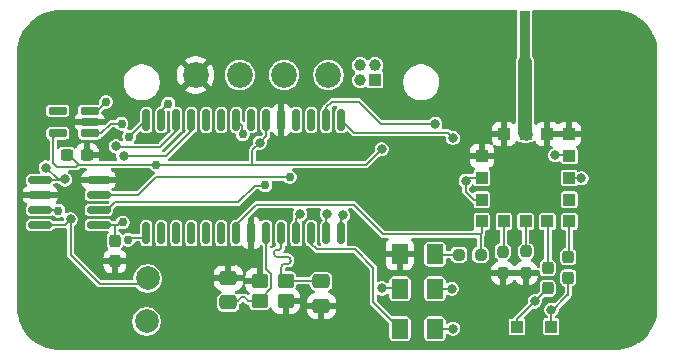
<source format=gtl>
G04 #@! TF.GenerationSoftware,KiCad,Pcbnew,9.0.6*
G04 #@! TF.CreationDate,2026-01-16T18:23:39-05:00*
G04 #@! TF.ProjectId,gps_2,6770735f-322e-46b6-9963-61645f706362,AA*
G04 #@! TF.SameCoordinates,Original*
G04 #@! TF.FileFunction,Copper,L1,Top*
G04 #@! TF.FilePolarity,Positive*
%FSLAX46Y46*%
G04 Gerber Fmt 4.6, Leading zero omitted, Abs format (unit mm)*
G04 Created by KiCad (PCBNEW 9.0.6) date 2026-01-16 18:23:39*
%MOMM*%
%LPD*%
G01*
G04 APERTURE LIST*
G04 Aperture macros list*
%AMRoundRect*
0 Rectangle with rounded corners*
0 $1 Rounding radius*
0 $2 $3 $4 $5 $6 $7 $8 $9 X,Y pos of 4 corners*
0 Add a 4 corners polygon primitive as box body*
4,1,4,$2,$3,$4,$5,$6,$7,$8,$9,$2,$3,0*
0 Add four circle primitives for the rounded corners*
1,1,$1+$1,$2,$3*
1,1,$1+$1,$4,$5*
1,1,$1+$1,$6,$7*
1,1,$1+$1,$8,$9*
0 Add four rect primitives between the rounded corners*
20,1,$1+$1,$2,$3,$4,$5,0*
20,1,$1+$1,$4,$5,$6,$7,0*
20,1,$1+$1,$6,$7,$8,$9,0*
20,1,$1+$1,$8,$9,$2,$3,0*%
G04 Aperture macros list end*
G04 #@! TA.AperFunction,ComponentPad*
%ADD10C,2.000000*%
G04 #@! TD*
G04 #@! TA.AperFunction,ComponentPad*
%ADD11C,6.400000*%
G04 #@! TD*
G04 #@! TA.AperFunction,ComponentPad*
%ADD12R,1.000000X1.000000*%
G04 #@! TD*
G04 #@! TA.AperFunction,SMDPad,CuDef*
%ADD13RoundRect,0.250000X0.475000X-0.337500X0.475000X0.337500X-0.475000X0.337500X-0.475000X-0.337500X0*%
G04 #@! TD*
G04 #@! TA.AperFunction,SMDPad,CuDef*
%ADD14RoundRect,0.237500X-0.237500X0.287500X-0.237500X-0.287500X0.237500X-0.287500X0.237500X0.287500X0*%
G04 #@! TD*
G04 #@! TA.AperFunction,SMDPad,CuDef*
%ADD15RoundRect,0.250000X-0.475000X0.337500X-0.475000X-0.337500X0.475000X-0.337500X0.475000X0.337500X0*%
G04 #@! TD*
G04 #@! TA.AperFunction,SMDPad,CuDef*
%ADD16RoundRect,0.250000X0.450000X0.350000X-0.450000X0.350000X-0.450000X-0.350000X0.450000X-0.350000X0*%
G04 #@! TD*
G04 #@! TA.AperFunction,SMDPad,CuDef*
%ADD17RoundRect,0.150000X0.150000X-0.750000X0.150000X0.750000X-0.150000X0.750000X-0.150000X-0.750000X0*%
G04 #@! TD*
G04 #@! TA.AperFunction,SMDPad,CuDef*
%ADD18RoundRect,0.237500X0.250000X0.237500X-0.250000X0.237500X-0.250000X-0.237500X0.250000X-0.237500X0*%
G04 #@! TD*
G04 #@! TA.AperFunction,SMDPad,CuDef*
%ADD19RoundRect,0.150000X-0.825000X-0.150000X0.825000X-0.150000X0.825000X0.150000X-0.825000X0.150000X0*%
G04 #@! TD*
G04 #@! TA.AperFunction,SMDPad,CuDef*
%ADD20RoundRect,0.162500X0.617500X0.162500X-0.617500X0.162500X-0.617500X-0.162500X0.617500X-0.162500X0*%
G04 #@! TD*
G04 #@! TA.AperFunction,SMDPad,CuDef*
%ADD21RoundRect,0.237500X-0.237500X0.250000X-0.237500X-0.250000X0.237500X-0.250000X0.237500X0.250000X0*%
G04 #@! TD*
G04 #@! TA.AperFunction,SMDPad,CuDef*
%ADD22C,0.990600*%
G04 #@! TD*
G04 #@! TA.AperFunction,SMDPad,CuDef*
%ADD23R,0.990600X0.990600*%
G04 #@! TD*
G04 #@! TA.AperFunction,SMDPad,CuDef*
%ADD24R,0.850000X4.560000*%
G04 #@! TD*
G04 #@! TA.AperFunction,SMDPad,CuDef*
%ADD25R,1.000000X4.560000*%
G04 #@! TD*
G04 #@! TA.AperFunction,ComponentPad*
%ADD26C,1.000000*%
G04 #@! TD*
G04 #@! TA.AperFunction,ComponentPad*
%ADD27C,2.175000*%
G04 #@! TD*
G04 #@! TA.AperFunction,SMDPad,CuDef*
%ADD28RoundRect,0.250001X0.462499X0.624999X-0.462499X0.624999X-0.462499X-0.624999X0.462499X-0.624999X0*%
G04 #@! TD*
G04 #@! TA.AperFunction,SMDPad,CuDef*
%ADD29RoundRect,0.237500X-0.237500X0.300000X-0.237500X-0.300000X0.237500X-0.300000X0.237500X0.300000X0*%
G04 #@! TD*
G04 #@! TA.AperFunction,SMDPad,CuDef*
%ADD30RoundRect,0.250001X-0.462499X-0.624999X0.462499X-0.624999X0.462499X0.624999X-0.462499X0.624999X0*%
G04 #@! TD*
G04 #@! TA.AperFunction,SMDPad,CuDef*
%ADD31RoundRect,0.237500X-0.300000X-0.237500X0.300000X-0.237500X0.300000X0.237500X-0.300000X0.237500X0*%
G04 #@! TD*
G04 #@! TA.AperFunction,ViaPad*
%ADD32C,0.800000*%
G04 #@! TD*
G04 #@! TA.AperFunction,ViaPad*
%ADD33C,0.762000*%
G04 #@! TD*
G04 #@! TA.AperFunction,ViaPad*
%ADD34C,0.500000*%
G04 #@! TD*
G04 #@! TA.AperFunction,Conductor*
%ADD35C,0.203200*%
G04 #@! TD*
G04 #@! TA.AperFunction,Conductor*
%ADD36C,1.200000*%
G04 #@! TD*
G04 #@! TA.AperFunction,Conductor*
%ADD37C,1.110000*%
G04 #@! TD*
G04 APERTURE END LIST*
D10*
G04 #@! TO.P,TP3,1,1*
G04 #@! TO.N,/CAN_TX*
X141160000Y-126390000D03*
G04 #@! TD*
D11*
G04 #@! TO.P,H2,1,1*
G04 #@! TO.N,GND*
X180808877Y-103632000D03*
G04 #@! TD*
D12*
G04 #@! TO.P,TP2,1,1*
G04 #@! TO.N,/PIC_RX_GPS_TX*
X172520000Y-126850000D03*
G04 #@! TD*
D13*
G04 #@! TO.P,C11,1*
G04 #@! TO.N,/OSC1*
X148070000Y-124777500D03*
G04 #@! TO.P,C11,2*
G04 #@! TO.N,GND*
X148070000Y-122702500D03*
G04 #@! TD*
D11*
G04 #@! TO.P,H1,1,1*
G04 #@! TO.N,GND*
X133818877Y-103632000D03*
G04 #@! TD*
D14*
G04 #@! TO.P,L2,1,1*
G04 #@! TO.N,Net-(U1-RX)*
X176850000Y-120925000D03*
G04 #@! TO.P,L2,2,2*
G04 #@! TO.N,/PIC_TX_GPS_RX*
X176850000Y-122675000D03*
G04 #@! TD*
D15*
G04 #@! TO.P,C12,1*
G04 #@! TO.N,/OSC2*
X155950000Y-123000000D03*
G04 #@! TO.P,C12,2*
G04 #@! TO.N,GND*
X155950000Y-125075000D03*
G04 #@! TD*
D16*
G04 #@! TO.P,Y1,1,OSC1*
G04 #@! TO.N,/OSC2*
X152927499Y-122950000D03*
G04 #@! TO.P,Y1,2,GND*
G04 #@! TO.N,GND*
X150727499Y-122950000D03*
G04 #@! TO.P,Y1,3,OSC2*
G04 #@! TO.N,/OSC1*
X150727499Y-124650000D03*
G04 #@! TO.P,Y1,4,GND*
G04 #@! TO.N,GND*
X152927499Y-124650000D03*
G04 #@! TD*
D17*
G04 #@! TO.P,U2,1,~{MCLR}*
G04 #@! TO.N,/~{MCLR}*
X141145000Y-118925000D03*
G04 #@! TO.P,U2,2,RA0*
G04 #@! TO.N,unconnected-(U2-RA0-Pad2)*
X142415000Y-118925000D03*
G04 #@! TO.P,U2,3,RA1*
G04 #@! TO.N,unconnected-(U2-RA1-Pad3)*
X143685000Y-118925000D03*
G04 #@! TO.P,U2,4,RA2*
G04 #@! TO.N,unconnected-(U2-RA2-Pad4)*
X144955000Y-118925000D03*
G04 #@! TO.P,U2,5,RA3*
G04 #@! TO.N,unconnected-(U2-RA3-Pad5)*
X146225000Y-118925000D03*
G04 #@! TO.P,U2,6,RA4*
G04 #@! TO.N,unconnected-(U2-RA4-Pad6)*
X147495000Y-118925000D03*
G04 #@! TO.P,U2,7,RA5*
G04 #@! TO.N,/FIX*
X148765000Y-118925000D03*
G04 #@! TO.P,U2,8,VSS*
G04 #@! TO.N,GND*
X150035000Y-118925000D03*
G04 #@! TO.P,U2,9,RA7/OSC1*
G04 #@! TO.N,/OSC1*
X151305000Y-118925000D03*
G04 #@! TO.P,U2,10,RA6/OSC2*
G04 #@! TO.N,/OSC2*
X152575000Y-118925000D03*
G04 #@! TO.P,U2,11,RC0*
G04 #@! TO.N,/BLUE_LED*
X153845000Y-118925000D03*
G04 #@! TO.P,U2,12,RC1*
G04 #@! TO.N,/RED_LED*
X155115000Y-118925000D03*
G04 #@! TO.P,U2,13,RC2*
G04 #@! TO.N,/PIC_TX_GPS_RX*
X156385000Y-118925000D03*
G04 #@! TO.P,U2,14,RC3*
G04 #@! TO.N,/PIC_RX_GPS_TX*
X157655000Y-118925000D03*
G04 #@! TO.P,U2,15,RC4*
G04 #@! TO.N,/PPS*
X157655000Y-109325000D03*
G04 #@! TO.P,U2,16,RC5*
G04 #@! TO.N,/~{HWR}*
X156385000Y-109325000D03*
G04 #@! TO.P,U2,17,RC6*
G04 #@! TO.N,unconnected-(U2-RC6-Pad17)*
X155115000Y-109325000D03*
G04 #@! TO.P,U2,18,RC7*
G04 #@! TO.N,unconnected-(U2-RC7-Pad18)*
X153845000Y-109325000D03*
G04 #@! TO.P,U2,19,VSS*
G04 #@! TO.N,GND*
X152575000Y-109325000D03*
G04 #@! TO.P,U2,20,VDD*
G04 #@! TO.N,+3V3*
X151305000Y-109325000D03*
G04 #@! TO.P,U2,21,RB0*
G04 #@! TO.N,unconnected-(U2-RB0-Pad21)*
X150035000Y-109325000D03*
G04 #@! TO.P,U2,22,RB1*
G04 #@! TO.N,/CURR_SENSE*
X148765000Y-109325000D03*
G04 #@! TO.P,U2,23,RB2*
G04 #@! TO.N,unconnected-(U2-RB2-Pad23)*
X147495000Y-109325000D03*
G04 #@! TO.P,U2,24,RB3*
G04 #@! TO.N,unconnected-(U2-RB3-Pad24)*
X146225000Y-109325000D03*
G04 #@! TO.P,U2,25,RB4*
G04 #@! TO.N,/CAN_RX*
X144955000Y-109325000D03*
G04 #@! TO.P,U2,26,RB5*
G04 #@! TO.N,/CAN_TX*
X143685000Y-109325000D03*
G04 #@! TO.P,U2,27,RB6/ICSPCLK*
G04 #@! TO.N,/ICSPCLK*
X142415000Y-109325000D03*
G04 #@! TO.P,U2,28,RB7/ICSPDAT*
G04 #@! TO.N,/ICSPDAT*
X141145000Y-109325000D03*
G04 #@! TD*
D18*
G04 #@! TO.P,R1,1*
G04 #@! TO.N,/FIX*
X169437500Y-120750000D03*
G04 #@! TO.P,R1,2*
G04 #@! TO.N,Net-(D1-A)*
X167612500Y-120750000D03*
G04 #@! TD*
D19*
G04 #@! TO.P,U3,1,TXD*
G04 #@! TO.N,/CAN_TX*
X132152500Y-114405000D03*
G04 #@! TO.P,U3,2,VSS*
G04 #@! TO.N,GND*
X132152500Y-115675000D03*
G04 #@! TO.P,U3,3,VDD*
G04 #@! TO.N,+5V*
X132152500Y-116945000D03*
G04 #@! TO.P,U3,4,RXD*
G04 #@! TO.N,/CAN_RX*
X132152500Y-118215000D03*
G04 #@! TO.P,U3,5,VIO*
G04 #@! TO.N,+3V3*
X137102500Y-118215000D03*
G04 #@! TO.P,U3,6,CANL*
G04 #@! TO.N,/CANL*
X137102500Y-116945000D03*
G04 #@! TO.P,U3,7,CANH*
G04 #@! TO.N,/CANH*
X137102500Y-115675000D03*
G04 #@! TO.P,U3,8,STBY*
G04 #@! TO.N,GND*
X137102500Y-114405000D03*
G04 #@! TD*
D20*
G04 #@! TO.P,U4,1,IN*
G04 #@! TO.N,+5V*
X136350000Y-110467500D03*
G04 #@! TO.P,U4,2,GND*
G04 #@! TO.N,GND*
X136350000Y-109517500D03*
G04 #@! TO.P,U4,3,EN*
G04 #@! TO.N,+5V*
X136350000Y-108567500D03*
G04 #@! TO.P,U4,4,BP*
G04 #@! TO.N,unconnected-(U4-BP-Pad4)*
X133650000Y-108567500D03*
G04 #@! TO.P,U4,5,OUT*
G04 #@! TO.N,+3V3*
X133650000Y-110467500D03*
G04 #@! TD*
D12*
G04 #@! TO.P,TP1,1,1*
G04 #@! TO.N,/PIC_TX_GPS_RX*
X175420000Y-126820000D03*
G04 #@! TD*
D21*
G04 #@! TO.P,R2,1*
G04 #@! TO.N,Net-(U1-E2)*
X173285000Y-120467500D03*
G04 #@! TO.P,R2,2*
G04 #@! TO.N,GND*
X173285000Y-122292500D03*
G04 #@! TD*
D22*
G04 #@! TO.P,U1,1,GND*
G04 #@! TO.N,GND*
X169550000Y-110524000D03*
D23*
G04 #@! TO.P,U1,2,GND*
X171400001Y-110524000D03*
G04 #@! TO.P,U1,3,RFIN*
G04 #@! TO.N,/RF_IN*
X173250000Y-110524000D03*
G04 #@! TO.P,U1,4,GND*
G04 #@! TO.N,GND*
X175099999Y-110524000D03*
G04 #@! TO.P,U1,5,GND*
X176950000Y-110524000D03*
G04 #@! TO.P,U1,6,PPS*
G04 #@! TO.N,/PPS*
X176950000Y-112374001D03*
G04 #@! TO.P,U1,7,HWR*
G04 #@! TO.N,/~{HWR}*
X176950000Y-114224000D03*
G04 #@! TO.P,U1,8,HWS*
G04 #@! TO.N,unconnected-(U1-HWS-Pad8)*
X176950000Y-116073999D03*
G04 #@! TO.P,U1,9,RX*
G04 #@! TO.N,Net-(U1-RX)*
X176950000Y-117924000D03*
G04 #@! TO.P,U1,10,TX*
G04 #@! TO.N,Net-(U1-TX)*
X175099999Y-117924000D03*
G04 #@! TO.P,U1,11,E2*
G04 #@! TO.N,Net-(U1-E2)*
X173250000Y-117924000D03*
G04 #@! TO.P,U1,12,E3*
G04 #@! TO.N,Net-(U1-E3)*
X171400001Y-117924000D03*
G04 #@! TO.P,U1,13,FIX*
G04 #@! TO.N,/FIX*
X169550000Y-117924000D03*
G04 #@! TO.P,U1,14,BV*
G04 #@! TO.N,+3V3*
X169550000Y-116073999D03*
G04 #@! TO.P,U1,15,VCC*
X169550000Y-114224000D03*
G04 #@! TO.P,U1,16,GND*
G04 #@! TO.N,GND*
X169550000Y-112374001D03*
G04 #@! TD*
D24*
G04 #@! TO.P,J3,1*
G04 #@! TO.N,/RF_IN*
X173177200Y-102362000D03*
D25*
G04 #@! TO.P,J3,SH1*
G04 #@! TO.N,GND*
X175947200Y-102362000D03*
G04 #@! TO.P,J3,SH2*
X170407200Y-102362000D03*
G04 #@! TD*
D21*
G04 #@! TO.P,R3,1*
G04 #@! TO.N,Net-(U1-E3)*
X171325000Y-120475000D03*
G04 #@! TO.P,R3,2*
G04 #@! TO.N,GND*
X171325000Y-122300000D03*
G04 #@! TD*
D12*
G04 #@! TO.P,J2,1,CANH*
G04 #@! TO.N,/CANH*
X160510000Y-105940000D03*
D26*
G04 #@! TO.P,J2,2,CANL*
G04 #@! TO.N,/CANL*
X159260000Y-105940000D03*
G04 #@! TO.P,J2,3,NC*
G04 #@! TO.N,unconnected-(J2-NC-Pad3)*
X160510000Y-104690000D03*
G04 #@! TO.P,J2,4,NC*
G04 #@! TO.N,unconnected-(J2-NC-Pad4)*
X159260000Y-104690000D03*
D27*
G04 #@! TO.P,J2,A,+CHG*
G04 #@! TO.N,unconnected-(J2-+CHG-PadA)*
X156560000Y-105520000D03*
G04 #@! TO.P,J2,B,+12V*
G04 #@! TO.N,unconnected-(J2-+12V-PadB)*
X152810000Y-105520000D03*
G04 #@! TO.P,J2,C,+5V*
G04 #@! TO.N,Net-(J2-+5V)*
X149060000Y-105520000D03*
G04 #@! TO.P,J2,D,GND*
G04 #@! TO.N,GND*
X145310000Y-105520000D03*
G04 #@! TD*
D11*
G04 #@! TO.P,H4,1,1*
G04 #@! TO.N,GND*
X133818877Y-125222000D03*
G04 #@! TD*
D28*
G04 #@! TO.P,D3,1,K*
G04 #@! TO.N,Net-(D3-K)*
X165580000Y-123620000D03*
G04 #@! TO.P,D3,2,A*
G04 #@! TO.N,/BLUE_LED*
X162605000Y-123620000D03*
G04 #@! TD*
D11*
G04 #@! TO.P,H3,1,1*
G04 #@! TO.N,GND*
X180808877Y-125222000D03*
G04 #@! TD*
D29*
G04 #@! TO.P,C14,1*
G04 #@! TO.N,+3V3*
X138479700Y-119557800D03*
G04 #@! TO.P,C14,2*
G04 #@! TO.N,GND*
X138479700Y-121282800D03*
G04 #@! TD*
D30*
G04 #@! TO.P,D1,1,K*
G04 #@! TO.N,GND*
X162612500Y-120700000D03*
G04 #@! TO.P,D1,2,A*
G04 #@! TO.N,Net-(D1-A)*
X165587500Y-120700000D03*
G04 #@! TD*
D31*
G04 #@! TO.P,C5,1*
G04 #@! TO.N,+3V3*
X134387500Y-112290000D03*
G04 #@! TO.P,C5,2*
G04 #@! TO.N,GND*
X136112500Y-112290000D03*
G04 #@! TD*
D10*
G04 #@! TO.P,TP4,1,1*
G04 #@! TO.N,/CAN_RX*
X141250000Y-122750000D03*
G04 #@! TD*
D14*
G04 #@! TO.P,L1,1,1*
G04 #@! TO.N,Net-(U1-TX)*
X175125000Y-121850000D03*
G04 #@! TO.P,L1,2,2*
G04 #@! TO.N,/PIC_RX_GPS_TX*
X175125000Y-123600000D03*
G04 #@! TD*
D28*
G04 #@! TO.P,D2,1,K*
G04 #@! TO.N,Net-(D2-K)*
X165580000Y-127010000D03*
G04 #@! TO.P,D2,2,A*
G04 #@! TO.N,/RED_LED*
X162605000Y-127010000D03*
G04 #@! TD*
D32*
G04 #@! TO.N,+3V3*
X150749000Y-111252000D03*
D33*
X139150000Y-118006250D03*
D32*
X168190000Y-114490000D03*
D33*
X141970000Y-113112500D03*
D32*
X161060000Y-111810000D03*
D33*
G04 #@! TO.N,GND*
X171657069Y-115901876D03*
X161823779Y-115285423D03*
X138637711Y-125951070D03*
X169326030Y-123048488D03*
X154000000Y-127000000D03*
X164200000Y-119900000D03*
X155200000Y-121400000D03*
X141087037Y-102733027D03*
D34*
X172160000Y-101671000D03*
D33*
X168803235Y-105493465D03*
X166878740Y-107983143D03*
D34*
X174250000Y-107974000D03*
D33*
X157600000Y-122200000D03*
X166492776Y-105076118D03*
X153845946Y-102847619D03*
X164139862Y-118045025D03*
X157600000Y-124600000D03*
X146000000Y-124600000D03*
X181804772Y-108189355D03*
X159268569Y-115784654D03*
X154400000Y-121400000D03*
D34*
X172160000Y-105170000D03*
X172160000Y-105870000D03*
D33*
X178859989Y-115883026D03*
X162200000Y-125140000D03*
D34*
X174250000Y-101676000D03*
D33*
X146000000Y-123000000D03*
X182048300Y-120805213D03*
X156540200Y-114757200D03*
D34*
X174244000Y-100965000D03*
D33*
X138201400Y-101092000D03*
X146000000Y-125400000D03*
D34*
X172160000Y-102370000D03*
X172160000Y-103771000D03*
D33*
X157600000Y-121400000D03*
X146000000Y-122200000D03*
X143868943Y-102865561D03*
X156600000Y-127000000D03*
X144079780Y-120644897D03*
D34*
X174250000Y-108674000D03*
D33*
X157886400Y-111607600D03*
X146000000Y-123800000D03*
D34*
X174250000Y-103776000D03*
D33*
X146000000Y-127000000D03*
X151600000Y-127000000D03*
X166816316Y-102620668D03*
D34*
X172160000Y-109340000D03*
D33*
X146508596Y-102867079D03*
D34*
X172160000Y-104471000D03*
D33*
X179211090Y-108124788D03*
X156800000Y-121400000D03*
X174407445Y-115762881D03*
D32*
X151250000Y-117250000D03*
D34*
X174250000Y-107274000D03*
X174250000Y-105875000D03*
D33*
X146800000Y-127000000D03*
D34*
X174250000Y-106575000D03*
D33*
X154800000Y-127000000D03*
X176937358Y-108079074D03*
X150000000Y-121400000D03*
X151589534Y-102824285D03*
X148400000Y-127000000D03*
X171306416Y-113214559D03*
X146800000Y-121400000D03*
X158680646Y-103271420D03*
X146000000Y-126200000D03*
X182178323Y-112866706D03*
D34*
X172154000Y-100960000D03*
D33*
X157600000Y-127000000D03*
X150800000Y-127000000D03*
X161206833Y-107931766D03*
X179100251Y-117776266D03*
X157600000Y-125400000D03*
X135534400Y-116814600D03*
X179489600Y-120751872D03*
X147600000Y-127000000D03*
X168780000Y-101940000D03*
X166580079Y-118146206D03*
X149200000Y-121400000D03*
X149200000Y-127000000D03*
X153909479Y-115660610D03*
X144983200Y-111353600D03*
X157600000Y-126200000D03*
X181455536Y-118002669D03*
X157600000Y-123800000D03*
D34*
X172165000Y-107265000D03*
X174250000Y-103075000D03*
D33*
X130927500Y-113370000D03*
X168849575Y-107942933D03*
X146000000Y-121400000D03*
X153200000Y-127000000D03*
D34*
X174250000Y-104476000D03*
D33*
X134721600Y-109524800D03*
X181566165Y-110724471D03*
X148400000Y-121400000D03*
X161477968Y-103201186D03*
D34*
X172160000Y-106570000D03*
D33*
X143652619Y-126072745D03*
D34*
X174250000Y-105175000D03*
X172165000Y-107965000D03*
D33*
X147600000Y-121400000D03*
D34*
X172165000Y-108665000D03*
D33*
X174131626Y-113323763D03*
X156000000Y-121400000D03*
X179376280Y-110166054D03*
X157600000Y-123000000D03*
X141480961Y-120789117D03*
X164082234Y-103289987D03*
X133725377Y-120753000D03*
D34*
X174245000Y-109349000D03*
X174250000Y-102375000D03*
D33*
X169221051Y-125731692D03*
X148860365Y-103151316D03*
D34*
X172160000Y-103070000D03*
D33*
X143706466Y-123591444D03*
X152400000Y-127000000D03*
X156163409Y-103000684D03*
X150000000Y-127000000D03*
X155600000Y-127000000D03*
X182151576Y-115984581D03*
G04 #@! TO.N,+5V*
X133690000Y-117010000D03*
X137725000Y-107810000D03*
X139040000Y-109660000D03*
D32*
G04 #@! TO.N,/PIC_RX_GPS_TX*
X157800000Y-117400000D03*
X174025000Y-124700000D03*
G04 #@! TO.N,/PIC_TX_GPS_RX*
X156430000Y-117260000D03*
X175440000Y-125402600D03*
G04 #@! TO.N,/~{HWR}*
X177980000Y-114270000D03*
X165600000Y-109660000D03*
G04 #@! TO.N,Net-(D2-K)*
X167100000Y-127000000D03*
G04 #@! TO.N,Net-(D3-K)*
X167000000Y-123620000D03*
D33*
G04 #@! TO.N,/ICSPDAT*
X139698755Y-110742975D03*
G04 #@! TO.N,/~{MCLR}*
X139600000Y-119470000D03*
G04 #@! TO.N,/ICSPCLK*
X143000000Y-107950000D03*
D32*
G04 #@! TO.N,/PPS*
X167100000Y-110850000D03*
X175750000Y-112300000D03*
D33*
G04 #@! TO.N,/CURR_SENSE*
X149303590Y-110557137D03*
D32*
G04 #@! TO.N,/CAN_RX*
X139210000Y-112350000D03*
X134730000Y-117760000D03*
G04 #@! TO.N,/CAN_TX*
X138571625Y-111564864D03*
X134260000Y-114370000D03*
X132645000Y-113365000D03*
D33*
G04 #@! TO.N,/CANH*
X153290000Y-114170000D03*
G04 #@! TO.N,/CANL*
X151200000Y-114860800D03*
D32*
G04 #@! TO.N,/BLUE_LED*
X154150000Y-117300000D03*
X161100000Y-123600000D03*
G04 #@! TD*
D35*
G04 #@! TO.N,+3V3*
X135370000Y-113066250D02*
X134378750Y-112075000D01*
X138943750Y-118006250D02*
X138735000Y-118215000D01*
X150120000Y-113112500D02*
X150120000Y-111881000D01*
X150120000Y-113112500D02*
X159757500Y-113112500D01*
X135370000Y-113112500D02*
X135370000Y-113066250D01*
X168190000Y-115400000D02*
X168863999Y-116073999D01*
X138735000Y-118215000D02*
X138480800Y-118215000D01*
X138480800Y-118215000D02*
X138479700Y-118216100D01*
X150120000Y-113112500D02*
X149880000Y-113112500D01*
X150749000Y-111252000D02*
X151305000Y-110696000D01*
X151305000Y-110696000D02*
X151305000Y-109325000D01*
X133610000Y-113300000D02*
X133260000Y-112950000D01*
X138479700Y-118216100D02*
X138479700Y-119557800D01*
X138480800Y-118215000D02*
X137102500Y-118215000D01*
X133260000Y-110857500D02*
X133650000Y-110467500D01*
X159757500Y-113112500D02*
X161060000Y-111810000D01*
X168863999Y-116073999D02*
X169550000Y-116073999D01*
X149880000Y-113112500D02*
X135370000Y-113112500D01*
X139150000Y-118006250D02*
X138943750Y-118006250D01*
X168456000Y-114224000D02*
X169550000Y-114224000D01*
X168190000Y-114490000D02*
X168456000Y-114224000D01*
X135182500Y-113300000D02*
X133610000Y-113300000D01*
X135370000Y-113112500D02*
X135182500Y-113300000D01*
X168190000Y-114490000D02*
X168190000Y-115400000D01*
X150120000Y-111881000D02*
X150749000Y-111252000D01*
X133260000Y-112950000D02*
X133260000Y-110857500D01*
G04 #@! TO.N,+5V*
X138133243Y-109660000D02*
X139040000Y-109660000D01*
X136967500Y-108567500D02*
X137725000Y-107810000D01*
X133625000Y-116945000D02*
X133690000Y-117010000D01*
X132152500Y-116945000D02*
X133625000Y-116945000D01*
X136350000Y-110467500D02*
X137325743Y-110467500D01*
X137325743Y-110467500D02*
X138133243Y-109660000D01*
X136350000Y-108567500D02*
X136967500Y-108567500D01*
G04 #@! TO.N,/PIC_RX_GPS_TX*
X172520000Y-126205000D02*
X172520000Y-126850000D01*
X175125000Y-123600000D02*
X174025000Y-124700000D01*
X157655000Y-118925000D02*
X157655000Y-117545000D01*
X157655000Y-117545000D02*
X157800000Y-117400000D01*
X174025000Y-124700000D02*
X172520000Y-126205000D01*
G04 #@! TO.N,/PIC_TX_GPS_RX*
X175420000Y-125555000D02*
X175420000Y-126820000D01*
X156385000Y-118925000D02*
X156385000Y-117305000D01*
X176787500Y-124187500D02*
X175420000Y-125555000D01*
X176850000Y-122675000D02*
X176850000Y-124125000D01*
X156385000Y-117305000D02*
X156430000Y-117260000D01*
X176850000Y-124125000D02*
X176787500Y-124187500D01*
G04 #@! TO.N,/OSC1*
X151305000Y-121934555D02*
X151733299Y-122362854D01*
X150727499Y-124650000D02*
X149756688Y-124650000D01*
X149466436Y-124359748D02*
X149156688Y-124359748D01*
X151733299Y-123537146D02*
X150727499Y-124542946D01*
X148321447Y-124650000D02*
X148197500Y-124650000D01*
X148866436Y-124650000D02*
X148556688Y-124650000D01*
X151733299Y-122362854D02*
X151733299Y-123537146D01*
X151305000Y-118925000D02*
X151305000Y-121934555D01*
X148197500Y-124650000D02*
X148070000Y-124777500D01*
X148556688Y-124650000D02*
X148321447Y-124650000D01*
X149156688Y-124359748D02*
G75*
G03*
X149011548Y-124504874I12J-145152D01*
G01*
X149756688Y-124650000D02*
G75*
G02*
X149611600Y-124504874I12J145100D01*
G01*
X149611562Y-124504874D02*
G75*
G03*
X149466436Y-124359738I-145162J-26D01*
G01*
X149011562Y-124504874D02*
G75*
G02*
X148866436Y-124650062I-145162J-26D01*
G01*
G04 #@! TO.N,/OSC2*
X152575000Y-118925000D02*
X152575000Y-120081725D01*
X152190675Y-120921725D02*
X153109343Y-120921725D01*
X151950675Y-120561725D02*
X151950675Y-120681725D01*
X152575000Y-121761725D02*
X152575000Y-122385145D01*
X152927499Y-122950000D02*
X155900000Y-122950000D01*
X153349343Y-121161725D02*
X153349343Y-121281725D01*
X152575000Y-122385145D02*
X152575000Y-122597501D01*
X153109343Y-121521725D02*
X152815000Y-121521725D01*
X155900000Y-122950000D02*
X155950000Y-123000000D01*
X152335000Y-120321725D02*
X152190675Y-120321725D01*
X153349343Y-121281725D02*
G75*
G02*
X153109343Y-121521743I-240043J25D01*
G01*
X152815000Y-121521725D02*
G75*
G03*
X152575025Y-121761725I0J-239975D01*
G01*
X153109343Y-120921725D02*
G75*
G02*
X153349275Y-121161725I-43J-239975D01*
G01*
X151950675Y-120681725D02*
G75*
G03*
X152190675Y-120921725I240025J25D01*
G01*
X152575000Y-120081725D02*
G75*
G02*
X152335000Y-120321700I-240000J25D01*
G01*
X152190675Y-120321725D02*
G75*
G03*
X151950725Y-120561725I25J-239975D01*
G01*
G04 #@! TO.N,/~{HWR}*
X156385000Y-108265000D02*
X156840000Y-107810000D01*
X156385000Y-109325000D02*
X156385000Y-108265000D01*
X156840000Y-107810000D02*
X159160000Y-107810000D01*
X159160000Y-107810000D02*
X159330000Y-107980000D01*
X159330000Y-107980000D02*
X161010000Y-109660000D01*
X161010000Y-109660000D02*
X165600000Y-109660000D01*
X177934000Y-114224000D02*
X177980000Y-114270000D01*
X176950000Y-114224000D02*
X177934000Y-114224000D01*
G04 #@! TO.N,Net-(D1-A)*
X167612500Y-120750000D02*
X165637500Y-120750000D01*
X165637500Y-120750000D02*
X165587500Y-120700000D01*
G04 #@! TO.N,Net-(D2-K)*
X167100000Y-127000000D02*
X165590000Y-127000000D01*
X165590000Y-127000000D02*
X165580000Y-127010000D01*
G04 #@! TO.N,Net-(D3-K)*
X167000000Y-123620000D02*
X165580000Y-123620000D01*
G04 #@! TO.N,/ICSPDAT*
X139931730Y-110510000D02*
X139960000Y-110510000D01*
X139698755Y-110742975D02*
X139931730Y-110510000D01*
X139960000Y-110510000D02*
X141145000Y-109325000D01*
G04 #@! TO.N,/~{MCLR}*
X139600000Y-119470000D02*
X139780000Y-119290000D01*
X139780000Y-119290000D02*
X140780000Y-119290000D01*
X140780000Y-119290000D02*
X141145000Y-118925000D01*
G04 #@! TO.N,/ICSPCLK*
X143000000Y-107950000D02*
X142415000Y-108535000D01*
G04 #@! TO.N,Net-(U1-TX)*
X175150000Y-117974001D02*
X175099999Y-117924000D01*
X175150000Y-121825000D02*
X175150000Y-117974001D01*
G04 #@! TO.N,Net-(U1-RX)*
X176950000Y-117924000D02*
X176950000Y-120825000D01*
X176950000Y-120825000D02*
X176850000Y-120925000D01*
G04 #@! TO.N,/FIX*
X161186843Y-119005350D02*
X169469650Y-119005350D01*
X169437500Y-120525000D02*
X169487500Y-120475000D01*
X169550000Y-117924000D02*
X169550000Y-118925000D01*
X150450000Y-116500000D02*
X158681493Y-116500000D01*
X158681493Y-116500000D02*
X161186843Y-119005350D01*
X148765000Y-118185000D02*
X150450000Y-116500000D01*
X148765000Y-118925000D02*
X148765000Y-118185000D01*
X169437500Y-120750000D02*
X169437500Y-119037500D01*
X169550000Y-118925000D02*
X169469650Y-119005350D01*
X169437500Y-119037500D02*
X169469650Y-119005350D01*
G04 #@! TO.N,Net-(U1-E2)*
X173250000Y-117924000D02*
X173250000Y-120432500D01*
X173250000Y-120432500D02*
X173285000Y-120467500D01*
G04 #@! TO.N,Net-(U1-E3)*
X171400001Y-120399999D02*
X171325000Y-120475000D01*
X171400001Y-117924000D02*
X171400001Y-120399999D01*
D36*
G04 #@! TO.N,/RF_IN*
X173200000Y-104455000D02*
X173200000Y-110474000D01*
D37*
X173200000Y-110474000D02*
X173250000Y-110524000D01*
D35*
G04 #@! TO.N,/PPS*
X175750000Y-112300000D02*
X176875999Y-112300000D01*
X157655000Y-109325000D02*
X158730000Y-110400000D01*
X158730000Y-110400000D02*
X166650000Y-110400000D01*
X176875999Y-112300000D02*
X176950000Y-112374001D01*
X166650000Y-110400000D02*
X167100000Y-110850000D01*
G04 #@! TO.N,/CURR_SENSE*
X149250000Y-110503547D02*
X149250000Y-109810000D01*
X149250000Y-109810000D02*
X148765000Y-109325000D01*
X149303590Y-110557137D02*
X149250000Y-110503547D01*
G04 #@! TO.N,/CAN_RX*
X134275000Y-118215000D02*
X134730000Y-117760000D01*
X144955000Y-110224999D02*
X144955000Y-109325000D01*
X132152500Y-118215000D02*
X134275000Y-118215000D01*
X137200213Y-123215400D02*
X140784600Y-123215400D01*
X134730000Y-117760000D02*
X134730000Y-120745187D01*
X139210000Y-112350000D02*
X142829999Y-112350000D01*
X134730000Y-120745187D02*
X137200213Y-123215400D01*
X142829999Y-112350000D02*
X144955000Y-110224999D01*
X140784600Y-123215400D02*
X141250000Y-122750000D01*
G04 #@! TO.N,/CAN_TX*
X134225000Y-114405000D02*
X134260000Y-114370000D01*
X138571625Y-111564864D02*
X138654161Y-111647400D01*
X143685000Y-110224999D02*
X143685000Y-109325000D01*
X132645000Y-113365000D02*
X133650000Y-114370000D01*
X132152500Y-114405000D02*
X134225000Y-114405000D01*
X138654161Y-111647400D02*
X142262599Y-111647400D01*
X142262599Y-111647400D02*
X143685000Y-110224999D01*
X133650000Y-114370000D02*
X134260000Y-114370000D01*
G04 #@! TO.N,/CANH*
X141931800Y-114178200D02*
X140425000Y-115685000D01*
X140415000Y-115675000D02*
X137102500Y-115675000D01*
X140425000Y-115685000D02*
X140415000Y-115675000D01*
X152238200Y-114178200D02*
X141931800Y-114178200D01*
X152246400Y-114170000D02*
X152238200Y-114178200D01*
X153290000Y-114170000D02*
X152246400Y-114170000D01*
G04 #@! TO.N,/CANL*
X151200000Y-114860800D02*
X151160800Y-114900000D01*
X137815000Y-116945000D02*
X137102500Y-116945000D01*
X151160800Y-114900000D02*
X150300000Y-114900000D01*
X138479200Y-116280800D02*
X137815000Y-116945000D01*
X148919200Y-116280800D02*
X138479200Y-116280800D01*
X150300000Y-114900000D02*
X148919200Y-116280800D01*
G04 #@! TO.N,/RED_LED*
X155115000Y-118925000D02*
X155115000Y-119824999D01*
X155115000Y-119824999D02*
X155590001Y-120300000D01*
X160350000Y-124755000D02*
X162605000Y-127010000D01*
X160350000Y-121850000D02*
X160350000Y-124755000D01*
X158800000Y-120300000D02*
X160350000Y-121850000D01*
X155590001Y-120300000D02*
X158800000Y-120300000D01*
G04 #@! TO.N,/BLUE_LED*
X153845000Y-117705000D02*
X153845000Y-118925000D01*
X161100000Y-123600000D02*
X162585000Y-123600000D01*
X154150000Y-117300000D02*
X153845000Y-117705000D01*
X162585000Y-123600000D02*
X162605000Y-123620000D01*
G04 #@! TD*
G04 #@! TA.AperFunction,Conductor*
G04 #@! TO.N,GND*
G36*
X180763553Y-100025632D02*
G01*
X180764909Y-100025625D01*
X180765285Y-100025524D01*
X180765870Y-100025620D01*
X180781979Y-100025538D01*
X180781980Y-100025539D01*
X180787219Y-100025512D01*
X180793271Y-100025629D01*
X181138923Y-100040876D01*
X181151052Y-100042011D01*
X181490475Y-100090737D01*
X181502424Y-100093058D01*
X181835404Y-100174924D01*
X181847082Y-100178413D01*
X182170388Y-100292624D01*
X182181671Y-100297246D01*
X182492183Y-100442699D01*
X182502947Y-100448403D01*
X182797654Y-100623688D01*
X182807810Y-100630426D01*
X182889570Y-100690676D01*
X183083840Y-100833835D01*
X183093300Y-100841553D01*
X183347977Y-101071109D01*
X183356632Y-101079719D01*
X183587509Y-101333215D01*
X183595275Y-101342635D01*
X183800099Y-101617601D01*
X183806898Y-101627733D01*
X183983695Y-101921518D01*
X183989467Y-101932275D01*
X184136511Y-102242005D01*
X184141198Y-102253279D01*
X184257073Y-102575978D01*
X184260628Y-102587657D01*
X184344206Y-102920179D01*
X184346596Y-102932152D01*
X184397069Y-103271285D01*
X184398270Y-103283435D01*
X184415278Y-103628506D01*
X184415428Y-103634510D01*
X184415428Y-103640283D01*
X184415432Y-103640289D01*
X184415448Y-103659330D01*
X184415438Y-103659363D01*
X184415448Y-103659430D01*
X184415377Y-125219986D01*
X184415228Y-125226071D01*
X184398359Y-125569423D01*
X184397166Y-125581533D01*
X184347022Y-125919576D01*
X184344648Y-125931510D01*
X184261610Y-126263019D01*
X184258077Y-126274665D01*
X184142946Y-126596432D01*
X184138289Y-126607674D01*
X183992176Y-126916601D01*
X183986440Y-126927333D01*
X183810747Y-127220457D01*
X183803986Y-127230575D01*
X183600405Y-127505070D01*
X183592686Y-127514477D01*
X183363178Y-127767699D01*
X183354573Y-127776303D01*
X183101360Y-128005801D01*
X183091953Y-128013521D01*
X182817463Y-128217094D01*
X182807346Y-128223854D01*
X182514219Y-128399547D01*
X182503487Y-128405284D01*
X182194551Y-128551399D01*
X182183308Y-128556056D01*
X181861535Y-128671186D01*
X181849890Y-128674718D01*
X181518390Y-128757752D01*
X181506455Y-128760126D01*
X181168411Y-128810269D01*
X181156301Y-128811462D01*
X180862822Y-128825878D01*
X180811462Y-128828401D01*
X180805383Y-128828550D01*
X133821907Y-128828550D01*
X133815823Y-128828401D01*
X133786606Y-128826965D01*
X133471454Y-128811480D01*
X133459345Y-128810287D01*
X133156545Y-128765369D01*
X133121300Y-128760141D01*
X133109370Y-128757768D01*
X132777857Y-128674726D01*
X132766217Y-128671195D01*
X132664164Y-128634679D01*
X132444452Y-128556064D01*
X132433210Y-128551407D01*
X132124275Y-128405290D01*
X132113548Y-128399557D01*
X131820416Y-128223858D01*
X131810299Y-128217098D01*
X131535812Y-128013523D01*
X131526420Y-128005816D01*
X131273181Y-127776293D01*
X131264584Y-127767695D01*
X131035086Y-127514481D01*
X131027366Y-127505075D01*
X130963425Y-127418860D01*
X130823781Y-127230571D01*
X130817023Y-127220456D01*
X130788024Y-127172074D01*
X130641331Y-126927329D01*
X130635600Y-126916608D01*
X130604492Y-126850836D01*
X130500652Y-126631282D01*
X130489480Y-126607660D01*
X130484829Y-126596432D01*
X130377159Y-126295513D01*
X139959500Y-126295513D01*
X139959500Y-126484486D01*
X139989059Y-126671118D01*
X140047454Y-126850836D01*
X140086432Y-126927333D01*
X140133240Y-127019199D01*
X140244310Y-127172073D01*
X140377927Y-127305690D01*
X140530801Y-127416760D01*
X140603726Y-127453917D01*
X140699163Y-127502545D01*
X140699165Y-127502545D01*
X140699168Y-127502547D01*
X140795497Y-127533846D01*
X140878881Y-127560940D01*
X141065514Y-127590500D01*
X141065519Y-127590500D01*
X141254486Y-127590500D01*
X141441118Y-127560940D01*
X141445325Y-127559573D01*
X141620832Y-127502547D01*
X141789199Y-127416760D01*
X141942073Y-127305690D01*
X142075690Y-127172073D01*
X142186760Y-127019199D01*
X142272547Y-126850832D01*
X142330940Y-126671118D01*
X142337249Y-126631282D01*
X142360500Y-126484486D01*
X142360500Y-126295513D01*
X142330940Y-126108881D01*
X142294100Y-125995500D01*
X142272547Y-125929168D01*
X142272545Y-125929165D01*
X142272545Y-125929163D01*
X142192118Y-125771317D01*
X142186760Y-125760801D01*
X142075690Y-125607927D01*
X141942073Y-125474310D01*
X141789199Y-125363240D01*
X141786243Y-125361734D01*
X141620836Y-125277454D01*
X141441118Y-125219059D01*
X141254486Y-125189500D01*
X141254481Y-125189500D01*
X141065519Y-125189500D01*
X141065514Y-125189500D01*
X140878881Y-125219059D01*
X140699163Y-125277454D01*
X140530800Y-125363240D01*
X140476361Y-125402793D01*
X140377927Y-125474310D01*
X140377925Y-125474312D01*
X140377924Y-125474312D01*
X140244312Y-125607924D01*
X140244312Y-125607925D01*
X140244310Y-125607927D01*
X140196610Y-125673579D01*
X140133240Y-125760800D01*
X140047454Y-125929163D01*
X139989059Y-126108881D01*
X139959500Y-126295513D01*
X130377159Y-126295513D01*
X130369698Y-126274661D01*
X130366166Y-126263019D01*
X130330402Y-126120242D01*
X130283126Y-125931504D01*
X130280754Y-125919577D01*
X130279338Y-125910033D01*
X130230609Y-125581530D01*
X130229417Y-125569422D01*
X130212474Y-125224553D01*
X130212326Y-125218495D01*
X130212326Y-119819441D01*
X130212326Y-115925001D01*
X130680204Y-115925001D01*
X130680399Y-115927486D01*
X130726218Y-116085198D01*
X130809814Y-116226552D01*
X130809821Y-116226561D01*
X130925938Y-116342678D01*
X130925946Y-116342684D01*
X131013425Y-116394419D01*
X131061108Y-116445488D01*
X131073612Y-116514230D01*
X131046967Y-116578819D01*
X131038427Y-116588340D01*
X131038304Y-116588513D01*
X130986926Y-116693608D01*
X130977000Y-116761739D01*
X130977000Y-117128260D01*
X130986926Y-117196391D01*
X130986927Y-117196393D01*
X131029827Y-117284148D01*
X131038303Y-117301485D01*
X131121014Y-117384196D01*
X131121015Y-117384196D01*
X131121017Y-117384198D01*
X131226107Y-117435573D01*
X131254933Y-117439773D01*
X131294239Y-117445500D01*
X131294240Y-117445500D01*
X133010761Y-117445500D01*
X133050067Y-117439773D01*
X133078893Y-117435573D01*
X133143299Y-117404086D01*
X133212171Y-117392327D01*
X133276468Y-117419670D01*
X133285440Y-117427806D01*
X133332950Y-117475316D01*
X133465549Y-117551872D01*
X133613444Y-117591500D01*
X133613446Y-117591500D01*
X133766554Y-117591500D01*
X133766556Y-117591500D01*
X133914451Y-117551872D01*
X133950518Y-117531048D01*
X134018412Y-117514576D01*
X134084439Y-117537427D01*
X134127631Y-117592347D01*
X134134275Y-117661900D01*
X134132291Y-117670525D01*
X134129500Y-117680940D01*
X134129500Y-117788900D01*
X134109815Y-117855939D01*
X134057011Y-117901694D01*
X134005500Y-117912900D01*
X133369355Y-117912900D01*
X133302316Y-117893215D01*
X133268436Y-117860951D01*
X133266696Y-117858514D01*
X133183985Y-117775803D01*
X133078891Y-117724426D01*
X133010761Y-117714500D01*
X133010760Y-117714500D01*
X131294240Y-117714500D01*
X131294239Y-117714500D01*
X131226108Y-117724426D01*
X131121014Y-117775803D01*
X131038303Y-117858514D01*
X130986926Y-117963608D01*
X130977000Y-118031739D01*
X130977000Y-118398260D01*
X130986926Y-118466391D01*
X131038303Y-118571485D01*
X131121014Y-118654196D01*
X131121015Y-118654196D01*
X131121017Y-118654198D01*
X131226107Y-118705573D01*
X131260173Y-118710536D01*
X131294239Y-118715500D01*
X131294240Y-118715500D01*
X133010761Y-118715500D01*
X133033471Y-118712191D01*
X133078893Y-118705573D01*
X133183983Y-118654198D01*
X133266698Y-118571483D01*
X133266699Y-118571480D01*
X133268436Y-118569049D01*
X133271669Y-118566512D01*
X133273964Y-118564218D01*
X133274241Y-118564495D01*
X133323411Y-118525926D01*
X133369355Y-118517100D01*
X134303900Y-118517100D01*
X134370939Y-118536785D01*
X134416694Y-118589589D01*
X134427900Y-118641100D01*
X134427900Y-120784962D01*
X134448485Y-120861792D01*
X134488261Y-120930683D01*
X137014716Y-123457138D01*
X137083607Y-123496914D01*
X137160437Y-123517499D01*
X137160441Y-123517500D01*
X137239985Y-123517500D01*
X140268375Y-123517500D01*
X140335414Y-123537185D01*
X140356056Y-123553819D01*
X140467927Y-123665690D01*
X140620801Y-123776760D01*
X140660334Y-123796903D01*
X140789163Y-123862545D01*
X140789165Y-123862545D01*
X140789168Y-123862547D01*
X140868984Y-123888481D01*
X140968881Y-123920940D01*
X141155514Y-123950500D01*
X141155519Y-123950500D01*
X141344486Y-123950500D01*
X141531118Y-123920940D01*
X141531420Y-123920842D01*
X141710832Y-123862547D01*
X141879199Y-123776760D01*
X142032073Y-123665690D01*
X142165690Y-123532073D01*
X142276760Y-123379199D01*
X142362547Y-123210832D01*
X142420940Y-123031118D01*
X142425387Y-123003039D01*
X142433392Y-122952500D01*
X146845001Y-122952500D01*
X146845001Y-123089986D01*
X146855494Y-123192697D01*
X146910641Y-123359119D01*
X146910643Y-123359124D01*
X147002684Y-123508345D01*
X147126654Y-123632315D01*
X147275875Y-123724356D01*
X147275882Y-123724359D01*
X147444081Y-123780094D01*
X147501526Y-123819866D01*
X147528350Y-123884382D01*
X147516035Y-123953158D01*
X147468493Y-124004358D01*
X147446035Y-124014841D01*
X147404422Y-124029402D01*
X147382118Y-124037207D01*
X147382117Y-124037207D01*
X147382116Y-124037208D01*
X147272850Y-124117850D01*
X147192207Y-124227117D01*
X147192206Y-124227119D01*
X147147353Y-124355298D01*
X147147353Y-124355300D01*
X147144500Y-124385730D01*
X147144500Y-125169269D01*
X147147353Y-125199699D01*
X147147353Y-125199701D01*
X147192206Y-125327880D01*
X147192207Y-125327882D01*
X147272850Y-125437150D01*
X147382118Y-125517793D01*
X147424845Y-125532744D01*
X147510299Y-125562646D01*
X147540730Y-125565500D01*
X147540734Y-125565500D01*
X148599270Y-125565500D01*
X148629699Y-125562646D01*
X148629701Y-125562646D01*
X148693790Y-125540219D01*
X148757882Y-125517793D01*
X148867150Y-125437150D01*
X148947793Y-125327882D01*
X148984842Y-125222002D01*
X148992646Y-125199701D01*
X148992646Y-125199699D01*
X148995500Y-125169269D01*
X148995500Y-125018419D01*
X149015185Y-124951380D01*
X149042917Y-124920894D01*
X149049842Y-124915455D01*
X149141104Y-124862738D01*
X149224355Y-124779451D01*
X149225445Y-124777561D01*
X149235007Y-124770053D01*
X149260817Y-124759741D01*
X149285205Y-124746418D01*
X149292809Y-124746960D01*
X149299891Y-124744131D01*
X149327179Y-124749410D01*
X149354898Y-124751387D01*
X149362438Y-124756232D01*
X149368488Y-124757403D01*
X149377189Y-124765711D01*
X149399282Y-124779908D01*
X149462382Y-124843023D01*
X149482069Y-124862715D01*
X149584043Y-124921606D01*
X149697784Y-124952095D01*
X149704503Y-124952095D01*
X149771541Y-124971780D01*
X149817296Y-125024584D01*
X149827960Y-125064518D01*
X149829852Y-125084699D01*
X149829852Y-125084701D01*
X149874705Y-125212880D01*
X149874706Y-125212882D01*
X149955349Y-125322150D01*
X150064617Y-125402793D01*
X150107344Y-125417744D01*
X150192798Y-125447646D01*
X150223229Y-125450500D01*
X150223233Y-125450500D01*
X151231769Y-125450500D01*
X151262198Y-125447646D01*
X151262200Y-125447646D01*
X151326289Y-125425219D01*
X151390381Y-125402793D01*
X151499649Y-125322150D01*
X151560724Y-125239395D01*
X151616369Y-125197147D01*
X151686025Y-125191688D01*
X151747574Y-125224755D01*
X151778198Y-125274026D01*
X151793141Y-125319121D01*
X151793142Y-125319124D01*
X151885183Y-125468345D01*
X152009153Y-125592315D01*
X152158374Y-125684356D01*
X152158379Y-125684358D01*
X152324801Y-125739505D01*
X152324808Y-125739506D01*
X152427518Y-125749999D01*
X152677498Y-125749999D01*
X153177499Y-125749999D01*
X153427471Y-125749999D01*
X153427485Y-125749998D01*
X153530196Y-125739505D01*
X153696618Y-125684358D01*
X153696623Y-125684356D01*
X153845844Y-125592315D01*
X153969814Y-125468345D01*
X153973428Y-125462486D01*
X154725001Y-125462486D01*
X154735494Y-125565197D01*
X154790641Y-125731619D01*
X154790643Y-125731624D01*
X154882684Y-125880845D01*
X155006654Y-126004815D01*
X155155875Y-126096856D01*
X155155880Y-126096858D01*
X155322302Y-126152005D01*
X155322309Y-126152006D01*
X155425019Y-126162499D01*
X155699999Y-126162499D01*
X156200000Y-126162499D01*
X156474972Y-126162499D01*
X156474986Y-126162498D01*
X156577697Y-126152005D01*
X156744119Y-126096858D01*
X156744124Y-126096856D01*
X156893345Y-126004815D01*
X157017315Y-125880845D01*
X157109356Y-125731624D01*
X157109358Y-125731619D01*
X157164505Y-125565197D01*
X157164506Y-125565190D01*
X157174999Y-125462486D01*
X157175000Y-125462473D01*
X157175000Y-125325000D01*
X156200000Y-125325000D01*
X156200000Y-126162499D01*
X155699999Y-126162499D01*
X155700000Y-126162498D01*
X155700000Y-125325000D01*
X154725001Y-125325000D01*
X154725001Y-125462486D01*
X153973428Y-125462486D01*
X154061855Y-125319124D01*
X154061857Y-125319119D01*
X154089853Y-125234634D01*
X154117004Y-125152697D01*
X154117005Y-125152690D01*
X154127498Y-125049986D01*
X154127499Y-125049973D01*
X154127499Y-124900000D01*
X153177499Y-124900000D01*
X153177499Y-125749999D01*
X152677498Y-125749999D01*
X152677499Y-125749998D01*
X152677499Y-124774000D01*
X152697184Y-124706961D01*
X152749988Y-124661206D01*
X152801499Y-124650000D01*
X152927499Y-124650000D01*
X152927499Y-124524000D01*
X152947184Y-124456961D01*
X152999988Y-124411206D01*
X153051499Y-124400000D01*
X154127498Y-124400000D01*
X154127498Y-124250028D01*
X154127497Y-124250013D01*
X154117004Y-124147302D01*
X154061857Y-123980880D01*
X154061855Y-123980875D01*
X153969814Y-123831654D01*
X153845844Y-123707684D01*
X153816697Y-123689706D01*
X153769972Y-123637758D01*
X153758751Y-123568795D01*
X153764047Y-123545288D01*
X153770258Y-123526477D01*
X153780292Y-123512882D01*
X153825145Y-123384699D01*
X153827999Y-123354266D01*
X153827999Y-123351606D01*
X153832749Y-123337221D01*
X153844951Y-123319556D01*
X153852897Y-123299612D01*
X153864414Y-123291381D01*
X153872460Y-123279734D01*
X153892275Y-123271470D01*
X153909743Y-123258988D01*
X153930706Y-123255444D01*
X153936948Y-123252842D01*
X153941408Y-123253635D01*
X153950496Y-123252100D01*
X154900500Y-123252100D01*
X154967539Y-123271785D01*
X155013294Y-123324589D01*
X155024500Y-123376100D01*
X155024500Y-123391769D01*
X155027353Y-123422199D01*
X155027353Y-123422201D01*
X155072206Y-123550380D01*
X155072207Y-123550382D01*
X155152850Y-123659650D01*
X155262118Y-123740293D01*
X155326033Y-123762658D01*
X155382807Y-123803378D01*
X155408555Y-123868330D01*
X155395099Y-123936892D01*
X155346712Y-123987295D01*
X155324082Y-123997404D01*
X155155878Y-124053142D01*
X155155875Y-124053143D01*
X155006654Y-124145184D01*
X154882684Y-124269154D01*
X154790643Y-124418375D01*
X154790641Y-124418380D01*
X154735494Y-124584802D01*
X154735493Y-124584809D01*
X154725000Y-124687513D01*
X154725000Y-124825000D01*
X157174999Y-124825000D01*
X157174999Y-124687528D01*
X157174998Y-124687513D01*
X157164505Y-124584802D01*
X157109358Y-124418380D01*
X157109356Y-124418375D01*
X157017315Y-124269154D01*
X156893345Y-124145184D01*
X156744124Y-124053143D01*
X156744119Y-124053141D01*
X156575917Y-123997405D01*
X156518472Y-123957633D01*
X156491649Y-123893117D01*
X156503964Y-123824341D01*
X156551507Y-123773141D01*
X156573966Y-123762658D01*
X156573972Y-123762656D01*
X156637882Y-123740293D01*
X156747150Y-123659650D01*
X156827793Y-123550382D01*
X156850219Y-123486290D01*
X156872646Y-123422201D01*
X156872646Y-123422199D01*
X156875500Y-123391769D01*
X156875500Y-122608230D01*
X156872646Y-122577800D01*
X156872646Y-122577798D01*
X156827793Y-122449619D01*
X156827792Y-122449617D01*
X156794611Y-122404658D01*
X156747150Y-122340350D01*
X156637882Y-122259707D01*
X156637880Y-122259706D01*
X156509700Y-122214853D01*
X156479270Y-122212000D01*
X156479266Y-122212000D01*
X155420734Y-122212000D01*
X155420730Y-122212000D01*
X155390300Y-122214853D01*
X155390298Y-122214853D01*
X155262119Y-122259706D01*
X155262117Y-122259707D01*
X155152850Y-122340350D01*
X155072207Y-122449617D01*
X155031883Y-122564856D01*
X154991161Y-122621631D01*
X154926208Y-122647378D01*
X154914842Y-122647900D01*
X153950496Y-122647900D01*
X153883457Y-122628215D01*
X153837702Y-122575411D01*
X153827038Y-122535479D01*
X153825145Y-122515300D01*
X153825145Y-122515298D01*
X153780292Y-122387119D01*
X153780291Y-122387117D01*
X153699649Y-122277850D01*
X153590381Y-122197207D01*
X153590379Y-122197206D01*
X153462199Y-122152353D01*
X153431769Y-122149500D01*
X153431765Y-122149500D01*
X153001100Y-122149500D01*
X152992414Y-122146949D01*
X152983453Y-122148238D01*
X152959412Y-122137259D01*
X152934061Y-122129815D01*
X152928133Y-122122974D01*
X152919897Y-122119213D01*
X152905607Y-122096978D01*
X152888306Y-122077011D01*
X152886018Y-122066496D01*
X152882123Y-122060435D01*
X152877100Y-122025500D01*
X152877100Y-121947825D01*
X152896785Y-121880786D01*
X152949589Y-121835031D01*
X153001100Y-121823825D01*
X153051836Y-121823825D01*
X153051976Y-121823835D01*
X153057992Y-121823834D01*
X153058049Y-121823850D01*
X153109397Y-121823842D01*
X153109397Y-121823843D01*
X153170458Y-121823833D01*
X153170472Y-121823833D01*
X153289548Y-121796637D01*
X153289548Y-121796636D01*
X153289552Y-121796636D01*
X153399598Y-121743627D01*
X153495093Y-121667464D01*
X153571249Y-121571964D01*
X153624249Y-121461914D01*
X153624674Y-121460055D01*
X153636170Y-121409698D01*
X153651437Y-121342830D01*
X153651439Y-121321511D01*
X153651443Y-121321497D01*
X153651443Y-121279985D01*
X153651448Y-121233908D01*
X153651447Y-121233905D01*
X153651448Y-121224551D01*
X153651443Y-121224471D01*
X153651443Y-121114225D01*
X153651380Y-121113272D01*
X153651380Y-121111555D01*
X153651382Y-121100682D01*
X153624215Y-120981593D01*
X153571230Y-120871534D01*
X153571227Y-120871530D01*
X153571226Y-120871528D01*
X153495088Y-120776027D01*
X153495086Y-120776025D01*
X153495085Y-120776024D01*
X153399597Y-120699852D01*
X153399595Y-120699851D01*
X153399594Y-120699850D01*
X153289555Y-120646836D01*
X153230012Y-120633236D01*
X153170471Y-120619636D01*
X153170468Y-120619635D01*
X153170464Y-120619635D01*
X153157318Y-120619633D01*
X153157318Y-120619632D01*
X153149136Y-120619630D01*
X153149115Y-120619625D01*
X153109399Y-120619625D01*
X153109397Y-120619625D01*
X153109341Y-120619624D01*
X153051976Y-120619614D01*
X153051836Y-120619625D01*
X152856880Y-120619625D01*
X152789841Y-120599940D01*
X152744086Y-120547136D01*
X152734142Y-120477978D01*
X152759937Y-120418307D01*
X152770468Y-120405103D01*
X152796894Y-120371970D01*
X152849902Y-120261919D01*
X152877094Y-120142832D01*
X152877096Y-120121511D01*
X152877100Y-120121497D01*
X152877100Y-120077275D01*
X152877101Y-120066841D01*
X152896792Y-119999805D01*
X152929051Y-119965934D01*
X152931477Y-119964200D01*
X152931483Y-119964198D01*
X153014198Y-119881483D01*
X153065573Y-119776393D01*
X153075500Y-119708260D01*
X153075500Y-118141740D01*
X153065573Y-118073607D01*
X153014198Y-117968517D01*
X153014196Y-117968515D01*
X153014196Y-117968514D01*
X152931485Y-117885803D01*
X152922030Y-117881181D01*
X152826393Y-117834427D01*
X152826391Y-117834426D01*
X152758261Y-117824500D01*
X152758260Y-117824500D01*
X152391740Y-117824500D01*
X152391739Y-117824500D01*
X152323608Y-117834426D01*
X152218514Y-117885803D01*
X152135803Y-117968514D01*
X152084426Y-118073608D01*
X152074500Y-118141739D01*
X152074500Y-119708260D01*
X152084426Y-119776391D01*
X152084427Y-119776393D01*
X152109590Y-119827866D01*
X152127209Y-119863905D01*
X152138968Y-119932778D01*
X152111624Y-119997075D01*
X152053860Y-120036382D01*
X152043416Y-120039253D01*
X152010460Y-120046779D01*
X151900401Y-120099794D01*
X151808422Y-120173160D01*
X151794209Y-120178963D01*
X151782611Y-120189014D01*
X151762525Y-120191902D01*
X151743738Y-120199574D01*
X151728646Y-120196773D01*
X151713453Y-120198958D01*
X151694993Y-120190527D01*
X151675041Y-120186825D01*
X151663859Y-120176309D01*
X151649897Y-120169933D01*
X151638925Y-120152860D01*
X151624143Y-120138959D01*
X151619860Y-120123195D01*
X151612123Y-120111155D01*
X151607100Y-120076220D01*
X151607100Y-120066855D01*
X151626785Y-119999816D01*
X151659049Y-119965936D01*
X151661480Y-119964199D01*
X151661483Y-119964198D01*
X151744198Y-119881483D01*
X151795573Y-119776393D01*
X151805500Y-119708260D01*
X151805500Y-118141740D01*
X151795573Y-118073607D01*
X151744198Y-117968517D01*
X151744196Y-117968515D01*
X151744196Y-117968514D01*
X151661485Y-117885803D01*
X151652030Y-117881181D01*
X151556393Y-117834427D01*
X151556391Y-117834426D01*
X151488261Y-117824500D01*
X151488260Y-117824500D01*
X151121740Y-117824500D01*
X151121739Y-117824500D01*
X151053608Y-117834426D01*
X150948513Y-117885804D01*
X150940153Y-117891773D01*
X150939358Y-117890660D01*
X150887500Y-117918972D01*
X150817809Y-117913983D01*
X150761879Y-117872107D01*
X150754419Y-117860925D01*
X150702684Y-117773446D01*
X150702678Y-117773438D01*
X150586561Y-117657321D01*
X150586552Y-117657314D01*
X150445196Y-117573717D01*
X150445193Y-117573716D01*
X150287494Y-117527900D01*
X150287497Y-117527900D01*
X150285000Y-117527703D01*
X150285000Y-120322295D01*
X150285001Y-120322295D01*
X150287486Y-120322100D01*
X150445198Y-120276281D01*
X150586552Y-120192685D01*
X150586561Y-120192678D01*
X150702678Y-120076561D01*
X150702687Y-120076550D01*
X150754419Y-119989075D01*
X150768048Y-119976348D01*
X150777757Y-119960427D01*
X150793055Y-119952998D01*
X150805487Y-119941391D01*
X150823833Y-119938053D01*
X150840609Y-119929908D01*
X150857498Y-119931930D01*
X150874229Y-119928887D01*
X150891465Y-119935997D01*
X150909983Y-119938215D01*
X150930486Y-119952095D01*
X150938818Y-119955532D01*
X150940117Y-119956590D01*
X150944667Y-119960348D01*
X150948517Y-119964198D01*
X150950504Y-119965169D01*
X150957866Y-119971250D01*
X150975099Y-119996721D01*
X150994074Y-120020911D01*
X150995108Y-120026294D01*
X150997019Y-120029119D01*
X150997210Y-120037239D01*
X151002900Y-120066855D01*
X151002900Y-121773237D01*
X150983215Y-121840276D01*
X150977499Y-121847369D01*
X150977499Y-122826000D01*
X150957814Y-122893039D01*
X150905010Y-122938794D01*
X150853499Y-122950000D01*
X150727499Y-122950000D01*
X150727499Y-123076000D01*
X150707814Y-123143039D01*
X150655010Y-123188794D01*
X150603499Y-123200000D01*
X149527500Y-123200000D01*
X149521500Y-123205999D01*
X149527500Y-123227811D01*
X149527500Y-123349986D01*
X149537993Y-123452697D01*
X149593140Y-123619119D01*
X149593142Y-123619124D01*
X149685183Y-123768345D01*
X149809155Y-123892317D01*
X149838300Y-123910294D01*
X149847787Y-123920842D01*
X149860284Y-123927556D01*
X149870686Y-123946300D01*
X149885024Y-123962242D01*
X149887302Y-123976244D01*
X149894186Y-123988649D01*
X149892802Y-124010044D01*
X149896245Y-124031205D01*
X149890503Y-124045578D01*
X149889676Y-124058373D01*
X149872973Y-124089465D01*
X149869570Y-124094076D01*
X149813923Y-124136327D01*
X149744267Y-124141786D01*
X149707787Y-124127823D01*
X149660515Y-124100524D01*
X149639092Y-124088152D01*
X149639091Y-124088151D01*
X149639090Y-124088151D01*
X149525377Y-124057661D01*
X149525373Y-124057660D01*
X149513854Y-124057657D01*
X149513854Y-124057656D01*
X149506234Y-124057654D01*
X149506208Y-124057648D01*
X149466518Y-124057648D01*
X149466512Y-124057648D01*
X149466477Y-124057647D01*
X149418663Y-124057636D01*
X149418661Y-124057636D01*
X149409033Y-124057634D01*
X149408855Y-124057648D01*
X149204523Y-124057648D01*
X149204511Y-124057644D01*
X149156663Y-124057648D01*
X149109351Y-124057648D01*
X149109080Y-124057664D01*
X149097791Y-124057665D01*
X149097790Y-124057665D01*
X148984068Y-124088142D01*
X148984066Y-124088143D01*
X148966189Y-124098464D01*
X148955724Y-124101002D01*
X148947081Y-124107421D01*
X148922364Y-124109093D01*
X148898288Y-124114933D01*
X148886275Y-124111535D01*
X148877371Y-124112138D01*
X148859232Y-124103887D01*
X148844349Y-124099678D01*
X148837160Y-124095717D01*
X148757882Y-124037207D01*
X148684166Y-124011412D01*
X148675078Y-124006405D01*
X148657483Y-123988674D01*
X148637191Y-123974120D01*
X148633300Y-123964304D01*
X148625863Y-123956810D01*
X148620648Y-123932387D01*
X148611444Y-123909168D01*
X148613477Y-123898806D01*
X148611273Y-123888481D01*
X148620091Y-123865112D01*
X148624901Y-123840606D01*
X148632212Y-123832990D01*
X148635940Y-123823111D01*
X148655991Y-123808220D01*
X148673288Y-123790203D01*
X148690764Y-123782397D01*
X148692034Y-123781454D01*
X148693025Y-123781386D01*
X148695918Y-123780095D01*
X148864119Y-123724358D01*
X148864124Y-123724356D01*
X149013345Y-123632315D01*
X149137315Y-123508345D01*
X149229356Y-123359124D01*
X149229358Y-123359119D01*
X149285794Y-123188807D01*
X149299591Y-123168878D01*
X149291124Y-123146174D01*
X149291450Y-123124726D01*
X149294999Y-123089985D01*
X149295000Y-123089973D01*
X149295000Y-122952500D01*
X146845001Y-122952500D01*
X142433392Y-122952500D01*
X142444582Y-122881852D01*
X142444599Y-122881741D01*
X142450500Y-122844481D01*
X142450500Y-122655513D01*
X142433792Y-122550026D01*
X149527499Y-122550026D01*
X149527499Y-122700000D01*
X150477499Y-122700000D01*
X150477499Y-121850000D01*
X150227528Y-121850000D01*
X150227511Y-121850001D01*
X150124801Y-121860494D01*
X149958379Y-121915641D01*
X149958374Y-121915643D01*
X149809153Y-122007684D01*
X149685183Y-122131654D01*
X149593142Y-122280875D01*
X149593140Y-122280880D01*
X149540591Y-122439464D01*
X149529503Y-122530391D01*
X149527500Y-122550006D01*
X149527499Y-122550026D01*
X142433792Y-122550026D01*
X142420940Y-122468881D01*
X142382372Y-122350183D01*
X142379177Y-122340350D01*
X142370945Y-122315013D01*
X146845000Y-122315013D01*
X146845000Y-122452500D01*
X147820000Y-122452500D01*
X148320000Y-122452500D01*
X149289165Y-122452500D01*
X149294999Y-122404658D01*
X149294999Y-122315028D01*
X149294998Y-122315013D01*
X149284505Y-122212302D01*
X149229358Y-122045880D01*
X149229356Y-122045875D01*
X149137315Y-121896654D01*
X149013345Y-121772684D01*
X148864124Y-121680643D01*
X148864119Y-121680641D01*
X148697697Y-121625494D01*
X148697690Y-121625493D01*
X148594986Y-121615000D01*
X148320000Y-121615000D01*
X148320000Y-122452500D01*
X147820000Y-122452500D01*
X147820000Y-121615000D01*
X147545029Y-121615000D01*
X147545012Y-121615001D01*
X147442302Y-121625494D01*
X147275880Y-121680641D01*
X147275875Y-121680643D01*
X147126654Y-121772684D01*
X147002684Y-121896654D01*
X146910643Y-122045875D01*
X146910641Y-122045880D01*
X146855494Y-122212302D01*
X146855493Y-122212309D01*
X146845000Y-122315013D01*
X142370945Y-122315013D01*
X142362547Y-122289168D01*
X142362545Y-122289165D01*
X142362545Y-122289163D01*
X142305578Y-122177360D01*
X142276760Y-122120801D01*
X142165690Y-121967927D01*
X142032073Y-121834310D01*
X141879199Y-121723240D01*
X141834901Y-121700669D01*
X141710836Y-121637454D01*
X141531118Y-121579059D01*
X141344486Y-121549500D01*
X141344481Y-121549500D01*
X141155519Y-121549500D01*
X141155514Y-121549500D01*
X140968881Y-121579059D01*
X140789163Y-121637454D01*
X140620800Y-121723240D01*
X140536598Y-121784417D01*
X140467927Y-121834310D01*
X140467925Y-121834312D01*
X140467924Y-121834312D01*
X140334312Y-121967924D01*
X140334312Y-121967925D01*
X140334310Y-121967927D01*
X140292481Y-122025500D01*
X140223240Y-122120800D01*
X140137454Y-122289163D01*
X140079059Y-122468881D01*
X140049500Y-122655513D01*
X140049500Y-122789300D01*
X140029815Y-122856339D01*
X139977011Y-122902094D01*
X139925500Y-122913300D01*
X137376709Y-122913300D01*
X137309670Y-122893615D01*
X137289028Y-122876981D01*
X136044001Y-121631954D01*
X137504701Y-121631954D01*
X137515019Y-121732952D01*
X137569246Y-121896600D01*
X137569251Y-121896611D01*
X137659752Y-122043334D01*
X137659755Y-122043338D01*
X137781661Y-122165244D01*
X137781665Y-122165247D01*
X137928388Y-122255748D01*
X137928399Y-122255753D01*
X138092047Y-122309980D01*
X138193052Y-122320299D01*
X138229700Y-122320299D01*
X138729700Y-122320299D01*
X138766340Y-122320299D01*
X138766354Y-122320298D01*
X138867352Y-122309980D01*
X139031000Y-122255753D01*
X139031011Y-122255748D01*
X139177734Y-122165247D01*
X139177738Y-122165244D01*
X139299644Y-122043338D01*
X139299647Y-122043334D01*
X139390148Y-121896611D01*
X139390153Y-121896600D01*
X139444380Y-121732952D01*
X139454699Y-121631954D01*
X139454700Y-121631941D01*
X139454700Y-121532800D01*
X138729700Y-121532800D01*
X138729700Y-122320299D01*
X138229700Y-122320299D01*
X138229700Y-121532800D01*
X137504701Y-121532800D01*
X137504701Y-121631954D01*
X136044001Y-121631954D01*
X135068419Y-120656372D01*
X135034934Y-120595049D01*
X135032100Y-120568691D01*
X135032100Y-118350572D01*
X135051785Y-118283533D01*
X135094103Y-118243183D01*
X135098716Y-118240520D01*
X135210520Y-118128716D01*
X135266509Y-118031739D01*
X135927000Y-118031739D01*
X135927000Y-118398260D01*
X135936926Y-118466391D01*
X135988303Y-118571485D01*
X136071014Y-118654196D01*
X136071015Y-118654196D01*
X136071017Y-118654198D01*
X136176107Y-118705573D01*
X136210173Y-118710536D01*
X136244239Y-118715500D01*
X137862563Y-118715500D01*
X137929602Y-118735185D01*
X137975357Y-118787989D01*
X137985301Y-118857147D01*
X137956276Y-118920703D01*
X137936195Y-118939271D01*
X137928988Y-118944589D01*
X137850584Y-119050823D01*
X137806974Y-119175450D01*
X137804200Y-119205039D01*
X137804200Y-119910560D01*
X137806974Y-119940149D01*
X137850583Y-120064774D01*
X137898840Y-120130160D01*
X137914966Y-120152011D01*
X137919194Y-120157739D01*
X137943164Y-120223368D01*
X137927848Y-120291538D01*
X137884521Y-120336910D01*
X137781662Y-120400354D01*
X137659755Y-120522261D01*
X137659752Y-120522265D01*
X137569251Y-120668988D01*
X137569246Y-120668999D01*
X137515019Y-120832647D01*
X137504700Y-120933645D01*
X137504700Y-121032800D01*
X139454699Y-121032800D01*
X139454699Y-120933660D01*
X139454698Y-120933645D01*
X139444380Y-120832647D01*
X139390153Y-120668999D01*
X139390148Y-120668988D01*
X139299647Y-120522265D01*
X139299644Y-120522261D01*
X139177738Y-120400355D01*
X139177734Y-120400352D01*
X139074879Y-120336910D01*
X139068796Y-120330147D01*
X139060458Y-120326518D01*
X139045800Y-120304581D01*
X139028154Y-120284962D01*
X139026693Y-120275984D01*
X139021641Y-120268423D01*
X139021170Y-120242042D01*
X139016933Y-120216000D01*
X139020524Y-120205809D01*
X139020395Y-120198565D01*
X139030194Y-120178369D01*
X139034482Y-120166204D01*
X139037169Y-120161853D01*
X139108816Y-120064775D01*
X139124072Y-120021175D01*
X139131163Y-120009697D01*
X139147521Y-119995003D01*
X139160337Y-119977135D01*
X139173003Y-119972113D01*
X139183142Y-119963007D01*
X139204848Y-119959489D01*
X139225289Y-119951387D01*
X139238661Y-119954011D01*
X139252112Y-119951832D01*
X139272272Y-119960608D01*
X139293851Y-119964843D01*
X139298642Y-119967470D01*
X139375549Y-120011872D01*
X139523444Y-120051500D01*
X139523446Y-120051500D01*
X139676554Y-120051500D01*
X139676556Y-120051500D01*
X139824451Y-120011872D01*
X139957050Y-119935316D01*
X140065316Y-119827050D01*
X140141872Y-119694451D01*
X140144670Y-119684005D01*
X140181035Y-119624347D01*
X140243881Y-119593817D01*
X140264445Y-119592100D01*
X140520743Y-119592100D01*
X140587782Y-119611785D01*
X140633537Y-119664589D01*
X140643581Y-119703859D01*
X140643853Y-119703820D01*
X140644225Y-119706378D01*
X140644418Y-119707130D01*
X140644500Y-119708260D01*
X140654426Y-119776391D01*
X140705803Y-119881485D01*
X140788514Y-119964196D01*
X140788515Y-119964196D01*
X140788517Y-119964198D01*
X140893607Y-120015573D01*
X140921383Y-120019620D01*
X140961739Y-120025500D01*
X140961740Y-120025500D01*
X141328261Y-120025500D01*
X141359756Y-120020911D01*
X141396393Y-120015573D01*
X141501483Y-119964198D01*
X141584198Y-119881483D01*
X141635573Y-119776393D01*
X141645500Y-119708260D01*
X141645500Y-118141740D01*
X141645500Y-118141739D01*
X141914500Y-118141739D01*
X141914500Y-119708260D01*
X141924426Y-119776391D01*
X141975803Y-119881485D01*
X142058514Y-119964196D01*
X142058515Y-119964196D01*
X142058517Y-119964198D01*
X142163607Y-120015573D01*
X142191383Y-120019620D01*
X142231739Y-120025500D01*
X142231740Y-120025500D01*
X142598261Y-120025500D01*
X142629756Y-120020911D01*
X142666393Y-120015573D01*
X142771483Y-119964198D01*
X142854198Y-119881483D01*
X142905573Y-119776393D01*
X142915500Y-119708260D01*
X142915500Y-118141740D01*
X142915500Y-118141739D01*
X143184500Y-118141739D01*
X143184500Y-119708260D01*
X143194426Y-119776391D01*
X143245803Y-119881485D01*
X143328514Y-119964196D01*
X143328515Y-119964196D01*
X143328517Y-119964198D01*
X143433607Y-120015573D01*
X143461383Y-120019620D01*
X143501739Y-120025500D01*
X143501740Y-120025500D01*
X143868261Y-120025500D01*
X143899756Y-120020911D01*
X143936393Y-120015573D01*
X144041483Y-119964198D01*
X144124198Y-119881483D01*
X144175573Y-119776393D01*
X144185500Y-119708260D01*
X144185500Y-118141740D01*
X144185500Y-118141739D01*
X144454500Y-118141739D01*
X144454500Y-119708260D01*
X144464426Y-119776391D01*
X144515803Y-119881485D01*
X144598514Y-119964196D01*
X144598515Y-119964196D01*
X144598517Y-119964198D01*
X144703607Y-120015573D01*
X144731383Y-120019620D01*
X144771739Y-120025500D01*
X144771740Y-120025500D01*
X145138261Y-120025500D01*
X145169756Y-120020911D01*
X145206393Y-120015573D01*
X145311483Y-119964198D01*
X145394198Y-119881483D01*
X145445573Y-119776393D01*
X145455500Y-119708260D01*
X145455500Y-118141740D01*
X145455500Y-118141739D01*
X145724500Y-118141739D01*
X145724500Y-119708260D01*
X145734426Y-119776391D01*
X145785803Y-119881485D01*
X145868514Y-119964196D01*
X145868515Y-119964196D01*
X145868517Y-119964198D01*
X145973607Y-120015573D01*
X146001383Y-120019620D01*
X146041739Y-120025500D01*
X146041740Y-120025500D01*
X146408261Y-120025500D01*
X146439756Y-120020911D01*
X146476393Y-120015573D01*
X146581483Y-119964198D01*
X146664198Y-119881483D01*
X146715573Y-119776393D01*
X146725500Y-119708260D01*
X146725500Y-118141740D01*
X146725500Y-118141739D01*
X146994500Y-118141739D01*
X146994500Y-119708260D01*
X147004426Y-119776391D01*
X147055803Y-119881485D01*
X147138514Y-119964196D01*
X147138515Y-119964196D01*
X147138517Y-119964198D01*
X147243607Y-120015573D01*
X147271383Y-120019620D01*
X147311739Y-120025500D01*
X147311740Y-120025500D01*
X147678261Y-120025500D01*
X147709756Y-120020911D01*
X147746393Y-120015573D01*
X147851483Y-119964198D01*
X147934198Y-119881483D01*
X147985573Y-119776393D01*
X147995500Y-119708260D01*
X147995500Y-118141740D01*
X147995500Y-118141739D01*
X148264500Y-118141739D01*
X148264500Y-119708260D01*
X148274426Y-119776391D01*
X148325803Y-119881485D01*
X148408514Y-119964196D01*
X148408515Y-119964196D01*
X148408517Y-119964198D01*
X148513607Y-120015573D01*
X148541383Y-120019620D01*
X148581739Y-120025500D01*
X148581740Y-120025500D01*
X148948261Y-120025500D01*
X148979756Y-120020911D01*
X149016393Y-120015573D01*
X149121483Y-119964198D01*
X149121487Y-119964194D01*
X149129847Y-119958227D01*
X149130642Y-119959341D01*
X149182481Y-119931031D01*
X149252173Y-119936010D01*
X149308110Y-119977877D01*
X149315580Y-119989074D01*
X149367314Y-120076552D01*
X149367321Y-120076561D01*
X149483438Y-120192678D01*
X149483447Y-120192685D01*
X149624801Y-120276281D01*
X149782514Y-120322100D01*
X149782511Y-120322100D01*
X149784998Y-120322295D01*
X149785000Y-120322295D01*
X149785000Y-117643595D01*
X149804685Y-117576556D01*
X149821319Y-117555914D01*
X149919048Y-117458186D01*
X150538815Y-116838419D01*
X150600138Y-116804934D01*
X150626496Y-116802100D01*
X153529290Y-116802100D01*
X153596329Y-116821785D01*
X153642084Y-116874589D01*
X153652028Y-116943747D01*
X153636678Y-116988099D01*
X153590423Y-117068215D01*
X153590423Y-117068216D01*
X153549500Y-117220943D01*
X153549500Y-117379056D01*
X153578951Y-117488971D01*
X153577288Y-117558821D01*
X153574622Y-117566322D01*
X153571220Y-117574999D01*
X153563487Y-117588394D01*
X153558125Y-117608401D01*
X153555592Y-117614864D01*
X153555463Y-117615029D01*
X153555134Y-117616015D01*
X153549974Y-117628797D01*
X153549974Y-117628798D01*
X153548768Y-117638645D01*
X153545467Y-117655643D01*
X153542900Y-117665226D01*
X153542900Y-117665228D01*
X153542900Y-117686570D01*
X153540306Y-117707750D01*
X153542900Y-117726168D01*
X153542900Y-117783145D01*
X153523215Y-117850184D01*
X153490958Y-117884059D01*
X153488520Y-117885799D01*
X153405802Y-117968516D01*
X153354426Y-118073608D01*
X153344500Y-118141739D01*
X153344500Y-119708260D01*
X153354426Y-119776391D01*
X153405803Y-119881485D01*
X153488514Y-119964196D01*
X153488515Y-119964196D01*
X153488517Y-119964198D01*
X153593607Y-120015573D01*
X153621383Y-120019620D01*
X153661739Y-120025500D01*
X153661740Y-120025500D01*
X154028261Y-120025500D01*
X154059756Y-120020911D01*
X154096393Y-120015573D01*
X154201483Y-119964198D01*
X154284198Y-119881483D01*
X154335573Y-119776393D01*
X154345500Y-119708260D01*
X154345500Y-118141740D01*
X154343602Y-118128716D01*
X154335573Y-118073607D01*
X154317779Y-118037209D01*
X154314287Y-118030067D01*
X154302528Y-117961195D01*
X154329871Y-117896898D01*
X154378244Y-117861042D01*
X154381773Y-117859579D01*
X154381784Y-117859577D01*
X154518716Y-117780520D01*
X154630520Y-117668716D01*
X154709577Y-117531784D01*
X154750500Y-117379057D01*
X154750500Y-117220943D01*
X154709577Y-117068216D01*
X154666927Y-116994344D01*
X154663322Y-116988099D01*
X154646850Y-116920199D01*
X154669703Y-116854172D01*
X154724625Y-116810982D01*
X154770710Y-116802100D01*
X155786197Y-116802100D01*
X155853236Y-116821785D01*
X155898991Y-116874589D01*
X155908935Y-116943747D01*
X155893584Y-116988100D01*
X155870424Y-117028213D01*
X155870423Y-117028216D01*
X155829500Y-117180943D01*
X155829500Y-117339057D01*
X155869670Y-117488971D01*
X155870423Y-117491783D01*
X155870426Y-117491790D01*
X155949475Y-117628709D01*
X155949481Y-117628717D01*
X156029860Y-117709096D01*
X156063345Y-117770419D01*
X156058361Y-117840111D01*
X156029860Y-117884458D01*
X155945803Y-117968514D01*
X155894426Y-118073608D01*
X155884500Y-118141739D01*
X155884500Y-119708260D01*
X155894426Y-119776392D01*
X155894426Y-119776393D01*
X155915471Y-119819441D01*
X155915755Y-119821110D01*
X155916864Y-119822389D01*
X155921613Y-119855423D01*
X155927229Y-119888314D01*
X155926566Y-119889870D01*
X155926808Y-119891547D01*
X155912945Y-119921902D01*
X155899886Y-119952611D01*
X155898486Y-119953563D01*
X155897783Y-119955103D01*
X155869707Y-119973146D01*
X155842121Y-119991917D01*
X155839973Y-119992254D01*
X155839005Y-119992877D01*
X155804070Y-119997900D01*
X155766497Y-119997900D01*
X155699458Y-119978215D01*
X155678816Y-119961581D01*
X155631419Y-119914184D01*
X155597934Y-119852861D01*
X155602744Y-119785599D01*
X155602730Y-119785595D01*
X155602748Y-119785533D01*
X155602918Y-119783169D01*
X155604916Y-119778519D01*
X155605573Y-119776392D01*
X155615500Y-119708260D01*
X155615500Y-118141739D01*
X155605573Y-118073608D01*
X155587779Y-118037209D01*
X155554198Y-117968517D01*
X155554196Y-117968515D01*
X155554196Y-117968514D01*
X155471485Y-117885803D01*
X155462030Y-117881181D01*
X155366393Y-117834427D01*
X155366391Y-117834426D01*
X155298261Y-117824500D01*
X155298260Y-117824500D01*
X154931740Y-117824500D01*
X154931739Y-117824500D01*
X154863608Y-117834426D01*
X154768116Y-117881108D01*
X154768113Y-117881110D01*
X154758517Y-117885802D01*
X154675802Y-117968517D01*
X154675458Y-117969219D01*
X154675457Y-117969221D01*
X154624426Y-118073608D01*
X154614500Y-118141739D01*
X154614500Y-119708260D01*
X154624426Y-119776391D01*
X154675803Y-119881485D01*
X154758514Y-119964196D01*
X154758515Y-119964196D01*
X154758517Y-119964198D01*
X154863607Y-120015573D01*
X154863608Y-120015573D01*
X154872259Y-120019802D01*
X154870991Y-120022394D01*
X154906650Y-120043883D01*
X155404504Y-120541738D01*
X155404506Y-120541739D01*
X155404507Y-120541740D01*
X155413853Y-120547136D01*
X155473395Y-120581514D01*
X155542167Y-120599940D01*
X155550229Y-120602100D01*
X158623504Y-120602100D01*
X158690543Y-120621785D01*
X158711185Y-120638419D01*
X160011581Y-121938815D01*
X160045066Y-122000138D01*
X160047900Y-122026496D01*
X160047900Y-124794775D01*
X160068485Y-124871605D01*
X160108261Y-124940496D01*
X161655681Y-126487915D01*
X161689166Y-126549238D01*
X161692000Y-126575596D01*
X161692000Y-127689258D01*
X161694854Y-127719698D01*
X161694854Y-127719699D01*
X161739706Y-127847881D01*
X161739707Y-127847882D01*
X161820350Y-127957150D01*
X161929618Y-128037793D01*
X162057802Y-128082646D01*
X162057801Y-128082646D01*
X162061771Y-128083018D01*
X162088235Y-128085500D01*
X163121764Y-128085499D01*
X163152198Y-128082646D01*
X163280382Y-128037793D01*
X163389650Y-127957150D01*
X163470293Y-127847882D01*
X163515146Y-127719698D01*
X163518000Y-127689265D01*
X163517999Y-126330736D01*
X163517999Y-126330731D01*
X164667000Y-126330731D01*
X164667000Y-127689258D01*
X164669854Y-127719698D01*
X164669854Y-127719699D01*
X164714706Y-127847881D01*
X164714707Y-127847882D01*
X164795350Y-127957150D01*
X164904618Y-128037793D01*
X165032802Y-128082646D01*
X165032801Y-128082646D01*
X165036771Y-128083018D01*
X165063235Y-128085500D01*
X166096764Y-128085499D01*
X166127198Y-128082646D01*
X166255382Y-128037793D01*
X166364650Y-127957150D01*
X166445293Y-127847882D01*
X166490146Y-127719698D01*
X166493000Y-127689265D01*
X166493000Y-127541598D01*
X166512685Y-127474559D01*
X166565489Y-127428804D01*
X166634647Y-127418860D01*
X166698203Y-127447885D01*
X166704681Y-127453917D01*
X166731284Y-127480520D01*
X166731286Y-127480521D01*
X166731290Y-127480524D01*
X166837075Y-127541598D01*
X166868216Y-127559577D01*
X167020943Y-127600500D01*
X167020945Y-127600500D01*
X167179055Y-127600500D01*
X167179057Y-127600500D01*
X167331784Y-127559577D01*
X167468716Y-127480520D01*
X167580520Y-127368716D01*
X167659577Y-127231784D01*
X167700500Y-127079057D01*
X167700500Y-126920943D01*
X167659577Y-126768216D01*
X167659573Y-126768209D01*
X167580524Y-126631290D01*
X167580518Y-126631282D01*
X167468717Y-126519481D01*
X167468709Y-126519475D01*
X167331788Y-126440424D01*
X167331785Y-126440423D01*
X167255420Y-126419961D01*
X167179057Y-126399500D01*
X167020943Y-126399500D01*
X166868216Y-126440423D01*
X166868209Y-126440426D01*
X166731290Y-126519475D01*
X166731282Y-126519481D01*
X166704680Y-126546084D01*
X166643357Y-126579569D01*
X166573665Y-126574585D01*
X166517732Y-126532713D01*
X166493315Y-126467249D01*
X166492999Y-126458403D01*
X166492999Y-126330741D01*
X166492999Y-126330736D01*
X166492953Y-126330247D01*
X171819500Y-126330247D01*
X171819500Y-127369752D01*
X171831131Y-127428229D01*
X171831132Y-127428230D01*
X171875447Y-127494552D01*
X171941769Y-127538867D01*
X171941770Y-127538868D01*
X172000247Y-127550499D01*
X172000250Y-127550500D01*
X172000252Y-127550500D01*
X173039750Y-127550500D01*
X173039751Y-127550499D01*
X173054568Y-127547552D01*
X173098229Y-127538868D01*
X173098229Y-127538867D01*
X173098231Y-127538867D01*
X173164552Y-127494552D01*
X173208867Y-127428231D01*
X173208867Y-127428229D01*
X173208868Y-127428229D01*
X173220499Y-127369752D01*
X173220500Y-127369750D01*
X173220500Y-126335354D01*
X173220500Y-126330252D01*
X173214532Y-126300247D01*
X174719500Y-126300247D01*
X174719500Y-127339752D01*
X174731131Y-127398229D01*
X174731132Y-127398230D01*
X174775447Y-127464552D01*
X174841769Y-127508867D01*
X174841770Y-127508868D01*
X174900247Y-127520499D01*
X174900250Y-127520500D01*
X174900252Y-127520500D01*
X175939750Y-127520500D01*
X175939751Y-127520499D01*
X175954568Y-127517552D01*
X175998229Y-127508868D01*
X175998229Y-127508867D01*
X175998231Y-127508867D01*
X176064552Y-127464552D01*
X176108867Y-127398231D01*
X176108867Y-127398229D01*
X176108868Y-127398229D01*
X176120499Y-127339752D01*
X176120500Y-127339750D01*
X176120500Y-126300249D01*
X176120499Y-126300247D01*
X176108868Y-126241770D01*
X176108867Y-126241769D01*
X176064552Y-126175447D01*
X175998230Y-126131132D01*
X175998229Y-126131131D01*
X175939752Y-126119500D01*
X175939748Y-126119500D01*
X175862068Y-126119500D01*
X175795029Y-126099815D01*
X175749274Y-126047011D01*
X175739330Y-125977853D01*
X175768355Y-125914297D01*
X175800070Y-125888112D01*
X175804371Y-125885628D01*
X175808716Y-125883120D01*
X175920520Y-125771316D01*
X175999577Y-125634384D01*
X176040500Y-125481657D01*
X176040500Y-125413096D01*
X176060185Y-125346057D01*
X176076819Y-125325415D01*
X177029240Y-124372994D01*
X177091740Y-124310494D01*
X177098224Y-124299264D01*
X177131513Y-124241606D01*
X177152100Y-124164772D01*
X177152100Y-123491918D01*
X177171785Y-123424879D01*
X177224589Y-123379124D01*
X177235145Y-123374877D01*
X177249124Y-123369985D01*
X177294475Y-123354116D01*
X177400711Y-123275711D01*
X177479116Y-123169475D01*
X177522725Y-123044849D01*
X177525500Y-123015256D01*
X177525500Y-122334744D01*
X177524406Y-122323082D01*
X177522725Y-122305150D01*
X177495821Y-122228266D01*
X177479116Y-122180525D01*
X177476782Y-122177363D01*
X177400711Y-122074289D01*
X177400710Y-122074288D01*
X177294476Y-121995884D01*
X177169848Y-121952274D01*
X177169849Y-121952274D01*
X177140260Y-121949500D01*
X177140256Y-121949500D01*
X176559744Y-121949500D01*
X176559740Y-121949500D01*
X176530150Y-121952274D01*
X176405523Y-121995884D01*
X176299289Y-122074288D01*
X176299288Y-122074289D01*
X176220884Y-122180523D01*
X176177274Y-122305150D01*
X176174500Y-122334739D01*
X176174500Y-123015260D01*
X176177274Y-123044849D01*
X176220884Y-123169476D01*
X176299288Y-123275710D01*
X176299289Y-123275711D01*
X176405525Y-123354116D01*
X176445770Y-123368198D01*
X176464855Y-123374877D01*
X176521631Y-123415599D01*
X176547378Y-123480552D01*
X176547900Y-123491918D01*
X176547900Y-123948503D01*
X176528215Y-124015542D01*
X176511581Y-124036184D01*
X175748400Y-124799364D01*
X175687077Y-124832849D01*
X175628627Y-124831458D01*
X175519058Y-124802100D01*
X175519057Y-124802100D01*
X175360943Y-124802100D01*
X175208216Y-124843023D01*
X175208209Y-124843026D01*
X175071290Y-124922075D01*
X175071282Y-124922081D01*
X174959481Y-125033882D01*
X174959475Y-125033890D01*
X174880426Y-125170809D01*
X174880423Y-125170816D01*
X174839500Y-125323543D01*
X174839500Y-125481657D01*
X174873334Y-125607925D01*
X174880423Y-125634383D01*
X174880426Y-125634390D01*
X174959475Y-125771309D01*
X174959481Y-125771317D01*
X175073974Y-125885810D01*
X175075103Y-125886326D01*
X175076205Y-125888041D01*
X175077031Y-125888867D01*
X175076851Y-125889046D01*
X175092077Y-125912739D01*
X175110587Y-125938086D01*
X175111413Y-125942826D01*
X175112877Y-125945104D01*
X175117900Y-125980039D01*
X175117900Y-125995500D01*
X175098215Y-126062539D01*
X175045411Y-126108294D01*
X174993900Y-126119500D01*
X174900247Y-126119500D01*
X174841770Y-126131131D01*
X174841769Y-126131132D01*
X174775447Y-126175447D01*
X174731132Y-126241769D01*
X174731131Y-126241770D01*
X174719500Y-126300247D01*
X173214532Y-126300247D01*
X173208867Y-126271769D01*
X173164552Y-126205448D01*
X173135302Y-126185904D01*
X173120806Y-126160474D01*
X173119227Y-126153806D01*
X173114834Y-126148550D01*
X173111279Y-126120242D01*
X173104706Y-126092485D01*
X173106981Y-126086023D01*
X173106128Y-126079225D01*
X173118442Y-126053486D01*
X173127919Y-126026584D01*
X173133326Y-126022379D01*
X173136284Y-126016198D01*
X173140816Y-126011417D01*
X173821021Y-125331211D01*
X173882342Y-125297728D01*
X173940796Y-125299120D01*
X173945943Y-125300500D01*
X173945945Y-125300500D01*
X174104055Y-125300500D01*
X174104057Y-125300500D01*
X174256784Y-125259577D01*
X174393716Y-125180520D01*
X174505520Y-125068716D01*
X174584577Y-124931784D01*
X174625500Y-124779057D01*
X174625500Y-124620943D01*
X174624121Y-124615796D01*
X174624406Y-124603796D01*
X174620210Y-124592546D01*
X174625220Y-124569514D01*
X174625780Y-124545949D01*
X174632881Y-124534298D01*
X174635062Y-124524273D01*
X174656207Y-124496025D01*
X174790416Y-124361816D01*
X174851737Y-124328334D01*
X174878095Y-124325500D01*
X175415260Y-124325500D01*
X175444849Y-124322725D01*
X175569475Y-124279116D01*
X175675711Y-124200711D01*
X175754116Y-124094475D01*
X175797725Y-123969849D01*
X175799290Y-123953158D01*
X175800500Y-123940260D01*
X175800500Y-123259739D01*
X175797725Y-123230150D01*
X175765170Y-123137115D01*
X175754116Y-123105525D01*
X175742638Y-123089973D01*
X175675711Y-122999289D01*
X175675710Y-122999288D01*
X175569476Y-122920884D01*
X175444848Y-122877274D01*
X175444849Y-122877274D01*
X175415260Y-122874500D01*
X175415256Y-122874500D01*
X174834744Y-122874500D01*
X174834740Y-122874500D01*
X174805150Y-122877274D01*
X174680523Y-122920884D01*
X174574289Y-122999288D01*
X174574288Y-122999289D01*
X174495884Y-123105523D01*
X174452274Y-123230150D01*
X174449500Y-123259739D01*
X174449500Y-123796903D01*
X174429815Y-123863942D01*
X174413181Y-123884584D01*
X174228979Y-124068785D01*
X174167656Y-124102270D01*
X174109214Y-124100881D01*
X174104063Y-124099501D01*
X174104059Y-124099500D01*
X174104057Y-124099500D01*
X173945943Y-124099500D01*
X173793216Y-124140423D01*
X173793209Y-124140426D01*
X173656290Y-124219475D01*
X173656282Y-124219481D01*
X173544481Y-124331282D01*
X173544475Y-124331290D01*
X173465426Y-124468209D01*
X173465423Y-124468216D01*
X173424500Y-124620943D01*
X173424500Y-124779053D01*
X173424501Y-124779063D01*
X173425881Y-124784214D01*
X173424213Y-124854063D01*
X173393785Y-124903979D01*
X172278262Y-126019502D01*
X172278260Y-126019506D01*
X172239000Y-126087503D01*
X172188435Y-126135716D01*
X172131616Y-126149500D01*
X172000247Y-126149500D01*
X171941770Y-126161131D01*
X171941769Y-126161132D01*
X171875447Y-126205447D01*
X171831132Y-126271769D01*
X171831131Y-126271770D01*
X171819500Y-126330247D01*
X166492953Y-126330247D01*
X166490146Y-126300302D01*
X166445293Y-126172118D01*
X166364650Y-126062850D01*
X166284006Y-126003332D01*
X166255381Y-125982206D01*
X166127195Y-125937353D01*
X166127198Y-125937353D01*
X166096768Y-125934500D01*
X165063241Y-125934500D01*
X165032801Y-125937354D01*
X165032800Y-125937354D01*
X164904618Y-125982206D01*
X164795350Y-126062850D01*
X164714706Y-126172118D01*
X164669853Y-126300302D01*
X164667000Y-126330731D01*
X163517999Y-126330731D01*
X163515146Y-126300302D01*
X163470293Y-126172118D01*
X163389650Y-126062850D01*
X163309006Y-126003332D01*
X163280381Y-125982206D01*
X163152195Y-125937353D01*
X163152198Y-125937353D01*
X163121768Y-125934500D01*
X162088241Y-125934500D01*
X162057801Y-125937354D01*
X162050428Y-125938965D01*
X162050111Y-125937514D01*
X161988796Y-125940637D01*
X161929952Y-125907718D01*
X160688419Y-124666185D01*
X160654934Y-124604862D01*
X160652100Y-124578504D01*
X160652100Y-124249576D01*
X160671785Y-124182537D01*
X160724589Y-124136782D01*
X160793747Y-124126838D01*
X160838099Y-124142189D01*
X160868216Y-124159577D01*
X161020943Y-124200500D01*
X161020945Y-124200500D01*
X161179055Y-124200500D01*
X161179057Y-124200500D01*
X161331784Y-124159577D01*
X161468716Y-124080520D01*
X161480320Y-124068916D01*
X161541643Y-124035431D01*
X161611335Y-124040415D01*
X161667268Y-124082287D01*
X161691685Y-124147751D01*
X161692001Y-124156597D01*
X161692001Y-124299264D01*
X161694726Y-124328334D01*
X161694854Y-124329698D01*
X161694854Y-124329699D01*
X161739706Y-124457881D01*
X161747334Y-124468216D01*
X161820350Y-124567150D01*
X161929618Y-124647793D01*
X162057802Y-124692646D01*
X162057801Y-124692646D01*
X162061771Y-124693018D01*
X162088235Y-124695500D01*
X163121764Y-124695499D01*
X163152198Y-124692646D01*
X163280382Y-124647793D01*
X163389650Y-124567150D01*
X163470293Y-124457882D01*
X163515146Y-124329698D01*
X163518000Y-124299265D01*
X163517999Y-122940736D01*
X163517999Y-122940731D01*
X164667000Y-122940731D01*
X164667000Y-124299258D01*
X164669854Y-124329698D01*
X164669854Y-124329699D01*
X164714706Y-124457881D01*
X164722334Y-124468216D01*
X164795350Y-124567150D01*
X164904618Y-124647793D01*
X165032802Y-124692646D01*
X165032801Y-124692646D01*
X165036771Y-124693018D01*
X165063235Y-124695500D01*
X166096764Y-124695499D01*
X166127198Y-124692646D01*
X166255382Y-124647793D01*
X166364650Y-124567150D01*
X166445293Y-124457882D01*
X166490146Y-124329698D01*
X166493000Y-124299265D01*
X166492999Y-124235454D01*
X166512683Y-124168417D01*
X166565486Y-124122661D01*
X166634644Y-124112717D01*
X166678998Y-124128067D01*
X166768216Y-124179577D01*
X166920943Y-124220500D01*
X166920945Y-124220500D01*
X167079055Y-124220500D01*
X167079057Y-124220500D01*
X167231784Y-124179577D01*
X167368716Y-124100520D01*
X167480520Y-123988716D01*
X167559577Y-123851784D01*
X167600500Y-123699057D01*
X167600500Y-123540943D01*
X167559577Y-123388216D01*
X167559573Y-123388209D01*
X167480524Y-123251290D01*
X167480518Y-123251282D01*
X167368717Y-123139481D01*
X167368709Y-123139475D01*
X167231790Y-123060426D01*
X167231786Y-123060424D01*
X167231784Y-123060423D01*
X167079057Y-123019500D01*
X166920943Y-123019500D01*
X166768216Y-123060423D01*
X166768215Y-123060423D01*
X166678998Y-123111932D01*
X166611097Y-123128403D01*
X166545071Y-123105551D01*
X166501881Y-123050629D01*
X166492999Y-123004544D01*
X166492999Y-122940741D01*
X166492999Y-122940736D01*
X166490146Y-122910302D01*
X166445293Y-122782118D01*
X166364650Y-122672850D01*
X166264795Y-122599154D01*
X170350001Y-122599154D01*
X170360319Y-122700152D01*
X170414546Y-122863800D01*
X170414551Y-122863811D01*
X170505052Y-123010534D01*
X170505055Y-123010538D01*
X170626961Y-123132444D01*
X170626965Y-123132447D01*
X170773688Y-123222948D01*
X170773699Y-123222953D01*
X170937347Y-123277180D01*
X171038352Y-123287499D01*
X171075000Y-123287499D01*
X171075000Y-122550000D01*
X171575000Y-122550000D01*
X171575000Y-123287499D01*
X171611640Y-123287499D01*
X171611654Y-123287498D01*
X171712652Y-123277180D01*
X171876300Y-123222953D01*
X171876311Y-123222948D01*
X172023034Y-123132447D01*
X172023038Y-123132444D01*
X172144943Y-123010539D01*
X172201774Y-122918403D01*
X172253722Y-122871679D01*
X172322685Y-122860456D01*
X172386767Y-122888300D01*
X172412852Y-122918403D01*
X172465056Y-123003039D01*
X172586961Y-123124944D01*
X172586965Y-123124947D01*
X172733688Y-123215448D01*
X172733699Y-123215453D01*
X172897347Y-123269680D01*
X172998352Y-123279999D01*
X173035000Y-123279999D01*
X173535000Y-123279999D01*
X173571640Y-123279999D01*
X173571654Y-123279998D01*
X173672652Y-123269680D01*
X173836300Y-123215453D01*
X173836311Y-123215448D01*
X173983034Y-123124947D01*
X173983038Y-123124944D01*
X174104944Y-123003038D01*
X174104947Y-123003034D01*
X174195448Y-122856311D01*
X174195453Y-122856300D01*
X174249680Y-122692652D01*
X174259999Y-122591654D01*
X174260000Y-122591641D01*
X174260000Y-122542500D01*
X173535000Y-122542500D01*
X173535000Y-123279999D01*
X173035000Y-123279999D01*
X173035000Y-122542500D01*
X172406041Y-122542500D01*
X172397496Y-122547166D01*
X172371138Y-122550000D01*
X171575000Y-122550000D01*
X171075000Y-122550000D01*
X170350001Y-122550000D01*
X170350001Y-122599154D01*
X166264795Y-122599154D01*
X166255382Y-122592207D01*
X166255380Y-122592206D01*
X166255381Y-122592206D01*
X166127195Y-122547353D01*
X166127198Y-122547353D01*
X166096768Y-122544500D01*
X165063241Y-122544500D01*
X165032801Y-122547354D01*
X165032800Y-122547354D01*
X164904618Y-122592206D01*
X164795350Y-122672850D01*
X164714706Y-122782118D01*
X164669853Y-122910302D01*
X164667000Y-122940731D01*
X163517999Y-122940731D01*
X163515146Y-122910302D01*
X163470293Y-122782118D01*
X163389650Y-122672850D01*
X163280382Y-122592207D01*
X163280381Y-122592206D01*
X163152195Y-122547353D01*
X163152198Y-122547353D01*
X163121768Y-122544500D01*
X162088241Y-122544500D01*
X162057801Y-122547354D01*
X162057800Y-122547354D01*
X161929618Y-122592206D01*
X161820350Y-122672850D01*
X161739706Y-122782118D01*
X161694853Y-122910302D01*
X161692000Y-122940731D01*
X161692000Y-123043402D01*
X161672315Y-123110441D01*
X161619511Y-123156196D01*
X161550353Y-123166140D01*
X161486797Y-123137115D01*
X161480319Y-123131083D01*
X161468717Y-123119481D01*
X161468709Y-123119475D01*
X161331790Y-123040426D01*
X161331786Y-123040424D01*
X161331784Y-123040423D01*
X161179057Y-122999500D01*
X161020943Y-122999500D01*
X160868216Y-123040423D01*
X160868215Y-123040423D01*
X160838099Y-123057811D01*
X160770199Y-123074282D01*
X160704172Y-123051430D01*
X160660982Y-122996508D01*
X160652100Y-122950423D01*
X160652100Y-121810230D01*
X160652100Y-121810228D01*
X160639570Y-121763465D01*
X160631513Y-121733393D01*
X160591740Y-121664506D01*
X160591739Y-121664505D01*
X160591738Y-121664503D01*
X160302220Y-121374985D01*
X161400000Y-121374985D01*
X161410493Y-121477689D01*
X161410494Y-121477696D01*
X161465641Y-121644118D01*
X161465643Y-121644123D01*
X161557684Y-121793344D01*
X161681655Y-121917315D01*
X161830876Y-122009356D01*
X161830881Y-122009358D01*
X161997303Y-122064505D01*
X161997310Y-122064506D01*
X162100014Y-122074999D01*
X162100027Y-122075000D01*
X162362500Y-122075000D01*
X162862500Y-122075000D01*
X163124973Y-122075000D01*
X163124985Y-122074999D01*
X163227689Y-122064506D01*
X163227696Y-122064505D01*
X163394118Y-122009358D01*
X163394123Y-122009356D01*
X163407921Y-122000845D01*
X170350000Y-122000845D01*
X170350000Y-122050000D01*
X172203959Y-122050000D01*
X172212504Y-122045334D01*
X172238862Y-122042500D01*
X174278439Y-122042500D01*
X174299142Y-122031195D01*
X174368834Y-122036179D01*
X174424767Y-122078051D01*
X174449184Y-122143515D01*
X174449500Y-122152361D01*
X174449500Y-122190260D01*
X174452274Y-122219849D01*
X174495884Y-122344476D01*
X174574288Y-122450710D01*
X174574289Y-122450711D01*
X174680523Y-122529115D01*
X174680524Y-122529115D01*
X174680525Y-122529116D01*
X174805151Y-122572725D01*
X174805150Y-122572725D01*
X174834740Y-122575500D01*
X174834744Y-122575500D01*
X175415260Y-122575500D01*
X175444849Y-122572725D01*
X175467337Y-122564856D01*
X175569475Y-122529116D01*
X175675711Y-122450711D01*
X175754116Y-122344475D01*
X175797725Y-122219849D01*
X175798193Y-122214854D01*
X175800500Y-122190260D01*
X175800500Y-121509739D01*
X175797725Y-121480150D01*
X175774251Y-121413067D01*
X175754116Y-121355525D01*
X175747376Y-121346393D01*
X175675711Y-121249289D01*
X175675710Y-121249288D01*
X175569475Y-121170884D01*
X175535145Y-121158871D01*
X175478369Y-121118149D01*
X175452622Y-121053196D01*
X175452100Y-121041830D01*
X175452100Y-120584739D01*
X176174500Y-120584739D01*
X176174500Y-121265260D01*
X176177274Y-121294849D01*
X176220884Y-121419476D01*
X176299288Y-121525710D01*
X176299289Y-121525711D01*
X176405523Y-121604115D01*
X176405524Y-121604115D01*
X176405525Y-121604116D01*
X176530151Y-121647725D01*
X176530150Y-121647725D01*
X176559740Y-121650500D01*
X176559744Y-121650500D01*
X177140260Y-121650500D01*
X177169849Y-121647725D01*
X177180157Y-121644118D01*
X177294475Y-121604116D01*
X177400711Y-121525711D01*
X177479116Y-121419475D01*
X177522725Y-121294849D01*
X177525500Y-121265256D01*
X177525500Y-120584744D01*
X177525197Y-120581514D01*
X177522725Y-120555150D01*
X177489340Y-120459744D01*
X177479116Y-120430525D01*
X177478907Y-120430242D01*
X177400712Y-120324290D01*
X177400709Y-120324288D01*
X177369814Y-120301486D01*
X177302466Y-120251781D01*
X177260215Y-120196133D01*
X177252100Y-120152011D01*
X177252100Y-118743800D01*
X177271785Y-118676761D01*
X177324589Y-118631006D01*
X177376100Y-118619800D01*
X177465050Y-118619800D01*
X177465051Y-118619799D01*
X177479868Y-118616852D01*
X177523529Y-118608168D01*
X177523529Y-118608167D01*
X177523531Y-118608167D01*
X177589852Y-118563852D01*
X177634167Y-118497531D01*
X177634167Y-118497529D01*
X177634168Y-118497529D01*
X177645799Y-118439052D01*
X177645800Y-118439050D01*
X177645800Y-117408949D01*
X177645799Y-117408947D01*
X177634168Y-117350470D01*
X177634167Y-117350469D01*
X177589852Y-117284147D01*
X177523530Y-117239832D01*
X177523529Y-117239831D01*
X177465052Y-117228200D01*
X177465048Y-117228200D01*
X176434952Y-117228200D01*
X176434947Y-117228200D01*
X176376470Y-117239831D01*
X176376469Y-117239832D01*
X176310147Y-117284147D01*
X176265832Y-117350469D01*
X176265831Y-117350470D01*
X176254200Y-117408947D01*
X176254200Y-118439052D01*
X176265831Y-118497529D01*
X176265832Y-118497530D01*
X176310147Y-118563852D01*
X176376469Y-118608167D01*
X176376470Y-118608168D01*
X176434947Y-118619799D01*
X176434950Y-118619800D01*
X176434952Y-118619800D01*
X176523900Y-118619800D01*
X176590939Y-118639485D01*
X176636694Y-118692289D01*
X176647900Y-118743800D01*
X176647900Y-120078317D01*
X176628215Y-120145356D01*
X176575411Y-120191111D01*
X176535478Y-120201775D01*
X176530150Y-120202274D01*
X176405523Y-120245884D01*
X176299289Y-120324288D01*
X176299288Y-120324289D01*
X176220884Y-120430523D01*
X176177274Y-120555150D01*
X176174500Y-120584739D01*
X175452100Y-120584739D01*
X175452100Y-118743800D01*
X175471785Y-118676761D01*
X175524589Y-118631006D01*
X175576100Y-118619800D01*
X175615049Y-118619800D01*
X175615050Y-118619799D01*
X175629867Y-118616852D01*
X175673528Y-118608168D01*
X175673528Y-118608167D01*
X175673530Y-118608167D01*
X175739851Y-118563852D01*
X175784166Y-118497531D01*
X175784166Y-118497529D01*
X175784167Y-118497529D01*
X175795798Y-118439052D01*
X175795799Y-118439050D01*
X175795799Y-117408949D01*
X175795798Y-117408947D01*
X175784167Y-117350470D01*
X175784166Y-117350469D01*
X175739851Y-117284147D01*
X175673529Y-117239832D01*
X175673528Y-117239831D01*
X175615051Y-117228200D01*
X175615047Y-117228200D01*
X174584951Y-117228200D01*
X174584946Y-117228200D01*
X174526469Y-117239831D01*
X174526468Y-117239832D01*
X174460146Y-117284147D01*
X174415831Y-117350469D01*
X174415830Y-117350470D01*
X174404199Y-117408947D01*
X174404199Y-118439052D01*
X174415830Y-118497529D01*
X174415831Y-118497530D01*
X174460146Y-118563852D01*
X174526468Y-118608167D01*
X174526469Y-118608168D01*
X174584946Y-118619799D01*
X174584949Y-118619800D01*
X174584951Y-118619800D01*
X174723900Y-118619800D01*
X174790939Y-118639485D01*
X174836694Y-118692289D01*
X174847900Y-118743800D01*
X174847900Y-121024333D01*
X174828215Y-121091372D01*
X174775411Y-121137127D01*
X174764856Y-121141374D01*
X174680523Y-121170884D01*
X174574289Y-121249288D01*
X174574288Y-121249289D01*
X174495884Y-121355523D01*
X174452274Y-121480150D01*
X174449500Y-121509739D01*
X174449500Y-121726937D01*
X174429815Y-121793976D01*
X174377011Y-121839731D01*
X174307853Y-121849675D01*
X174244297Y-121820650D01*
X174207794Y-121765941D01*
X174195453Y-121728699D01*
X174195448Y-121728688D01*
X174104947Y-121581965D01*
X174104944Y-121581961D01*
X173983038Y-121460055D01*
X173983034Y-121460052D01*
X173836311Y-121369551D01*
X173836300Y-121369546D01*
X173743793Y-121338893D01*
X173686348Y-121299121D01*
X173659525Y-121234605D01*
X173671840Y-121165829D01*
X173719383Y-121114629D01*
X173724859Y-121111555D01*
X173729470Y-121109117D01*
X173729475Y-121109116D01*
X173835711Y-121030711D01*
X173914116Y-120924475D01*
X173957725Y-120799849D01*
X173959121Y-120784959D01*
X173960500Y-120770260D01*
X173960500Y-120164739D01*
X173957725Y-120135150D01*
X173928454Y-120051500D01*
X173914116Y-120010525D01*
X173906212Y-119999816D01*
X173835711Y-119904289D01*
X173835710Y-119904288D01*
X173729476Y-119825884D01*
X173729477Y-119825884D01*
X173635144Y-119792875D01*
X173578368Y-119752153D01*
X173552622Y-119687200D01*
X173552100Y-119675834D01*
X173552100Y-118743800D01*
X173571785Y-118676761D01*
X173624589Y-118631006D01*
X173676100Y-118619800D01*
X173765050Y-118619800D01*
X173765051Y-118619799D01*
X173779868Y-118616852D01*
X173823529Y-118608168D01*
X173823529Y-118608167D01*
X173823531Y-118608167D01*
X173889852Y-118563852D01*
X173934167Y-118497531D01*
X173934167Y-118497529D01*
X173934168Y-118497529D01*
X173945799Y-118439052D01*
X173945800Y-118439050D01*
X173945800Y-117408949D01*
X173945799Y-117408947D01*
X173934168Y-117350470D01*
X173934167Y-117350469D01*
X173889852Y-117284147D01*
X173823530Y-117239832D01*
X173823529Y-117239831D01*
X173765052Y-117228200D01*
X173765048Y-117228200D01*
X172734952Y-117228200D01*
X172734947Y-117228200D01*
X172676470Y-117239831D01*
X172676469Y-117239832D01*
X172610147Y-117284147D01*
X172565832Y-117350469D01*
X172565831Y-117350470D01*
X172554200Y-117408947D01*
X172554200Y-118439052D01*
X172565831Y-118497529D01*
X172565832Y-118497530D01*
X172610147Y-118563852D01*
X172676469Y-118608167D01*
X172676470Y-118608168D01*
X172734947Y-118619799D01*
X172734950Y-118619800D01*
X172734952Y-118619800D01*
X172823900Y-118619800D01*
X172890939Y-118639485D01*
X172936694Y-118692289D01*
X172947900Y-118743800D01*
X172947900Y-119700329D01*
X172928215Y-119767368D01*
X172875411Y-119813123D01*
X172864856Y-119817370D01*
X172840523Y-119825884D01*
X172734289Y-119904288D01*
X172734288Y-119904289D01*
X172655884Y-120010523D01*
X172612274Y-120135150D01*
X172609500Y-120164739D01*
X172609500Y-120770260D01*
X172612274Y-120799849D01*
X172655884Y-120924476D01*
X172729582Y-121024333D01*
X172734289Y-121030711D01*
X172840525Y-121109116D01*
X172840529Y-121109117D01*
X172845144Y-121111557D01*
X172895216Y-121160286D01*
X172910995Y-121228350D01*
X172887470Y-121294141D01*
X172832111Y-121336769D01*
X172826206Y-121338893D01*
X172733699Y-121369546D01*
X172733688Y-121369551D01*
X172586965Y-121460052D01*
X172586961Y-121460055D01*
X172465054Y-121581962D01*
X172408224Y-121674097D01*
X172356275Y-121720821D01*
X172287313Y-121732042D01*
X172223231Y-121704198D01*
X172197147Y-121674096D01*
X172144943Y-121589460D01*
X172023038Y-121467555D01*
X172023034Y-121467552D01*
X171876311Y-121377051D01*
X171876300Y-121377046D01*
X171783793Y-121346393D01*
X171726348Y-121306621D01*
X171699525Y-121242105D01*
X171711840Y-121173329D01*
X171759383Y-121122129D01*
X171764859Y-121119055D01*
X171769470Y-121116617D01*
X171769475Y-121116616D01*
X171875711Y-121038211D01*
X171954116Y-120931975D01*
X171997725Y-120807349D01*
X171998428Y-120799849D01*
X172000500Y-120777760D01*
X172000500Y-120172239D01*
X171997725Y-120142650D01*
X171973878Y-120074500D01*
X171954116Y-120018025D01*
X171952306Y-120015573D01*
X171875711Y-119911789D01*
X171875710Y-119911788D01*
X171769476Y-119833384D01*
X171768153Y-119832685D01*
X171766974Y-119831538D01*
X171761999Y-119827866D01*
X171762501Y-119827184D01*
X171718083Y-119783953D01*
X171702101Y-119723058D01*
X171702101Y-118743800D01*
X171721786Y-118676761D01*
X171774590Y-118631006D01*
X171826101Y-118619800D01*
X171915051Y-118619800D01*
X171915052Y-118619799D01*
X171929869Y-118616852D01*
X171973530Y-118608168D01*
X171973530Y-118608167D01*
X171973532Y-118608167D01*
X172039853Y-118563852D01*
X172084168Y-118497531D01*
X172084168Y-118497529D01*
X172084169Y-118497529D01*
X172095800Y-118439052D01*
X172095801Y-118439050D01*
X172095801Y-117408949D01*
X172095800Y-117408947D01*
X172084169Y-117350470D01*
X172084168Y-117350469D01*
X172039853Y-117284147D01*
X171973531Y-117239832D01*
X171973530Y-117239831D01*
X171915053Y-117228200D01*
X171915049Y-117228200D01*
X170884953Y-117228200D01*
X170884948Y-117228200D01*
X170826471Y-117239831D01*
X170826470Y-117239832D01*
X170760148Y-117284147D01*
X170715833Y-117350469D01*
X170715832Y-117350470D01*
X170704201Y-117408947D01*
X170704201Y-118439052D01*
X170715832Y-118497529D01*
X170715833Y-118497530D01*
X170760148Y-118563852D01*
X170826470Y-118608167D01*
X170826471Y-118608168D01*
X170884948Y-118619799D01*
X170884951Y-118619800D01*
X170884953Y-118619800D01*
X170973901Y-118619800D01*
X171040940Y-118639485D01*
X171086695Y-118692289D01*
X171097901Y-118743800D01*
X171097901Y-119669676D01*
X171078216Y-119736715D01*
X171025412Y-119782470D01*
X171012139Y-119786896D01*
X171012274Y-119787282D01*
X170880523Y-119833384D01*
X170774289Y-119911788D01*
X170774288Y-119911789D01*
X170695884Y-120018023D01*
X170652274Y-120142650D01*
X170649500Y-120172239D01*
X170649500Y-120777760D01*
X170652274Y-120807349D01*
X170695884Y-120931976D01*
X170774288Y-121038210D01*
X170774289Y-121038211D01*
X170880525Y-121116616D01*
X170880529Y-121116617D01*
X170885144Y-121119057D01*
X170935216Y-121167786D01*
X170950995Y-121235850D01*
X170927470Y-121301641D01*
X170872111Y-121344269D01*
X170866206Y-121346393D01*
X170773699Y-121377046D01*
X170773688Y-121377051D01*
X170626965Y-121467552D01*
X170626961Y-121467555D01*
X170505055Y-121589461D01*
X170505052Y-121589465D01*
X170414551Y-121736188D01*
X170414546Y-121736199D01*
X170360319Y-121899847D01*
X170350000Y-122000845D01*
X163407921Y-122000845D01*
X163543344Y-121917315D01*
X163550645Y-121910015D01*
X163667315Y-121793344D01*
X163759356Y-121644123D01*
X163759358Y-121644118D01*
X163814505Y-121477696D01*
X163814506Y-121477689D01*
X163824999Y-121374985D01*
X163825000Y-121374972D01*
X163825000Y-120950000D01*
X162862500Y-120950000D01*
X162862500Y-122075000D01*
X162362500Y-122075000D01*
X162362500Y-120950000D01*
X161400000Y-120950000D01*
X161400000Y-121374985D01*
X160302220Y-121374985D01*
X158985496Y-120058261D01*
X158916605Y-120018485D01*
X158839775Y-119997900D01*
X158839772Y-119997900D01*
X158235930Y-119997900D01*
X158168891Y-119978215D01*
X158123136Y-119925411D01*
X158113192Y-119856253D01*
X158124529Y-119819441D01*
X158145573Y-119776393D01*
X158145573Y-119776392D01*
X158155500Y-119708260D01*
X158155500Y-118141739D01*
X158145573Y-118073608D01*
X158127779Y-118037209D01*
X158116020Y-117968336D01*
X158143364Y-117904039D01*
X158163695Y-117884372D01*
X158168708Y-117880524D01*
X158168716Y-117880520D01*
X158280520Y-117768716D01*
X158359577Y-117631784D01*
X158400500Y-117479057D01*
X158400500Y-117320943D01*
X158359577Y-117168216D01*
X158317637Y-117095573D01*
X158280524Y-117031290D01*
X158280518Y-117031282D01*
X158263017Y-117013781D01*
X158252404Y-116994344D01*
X158237904Y-116977611D01*
X158235987Y-116964279D01*
X158229532Y-116952458D01*
X158231111Y-116930371D01*
X158227960Y-116908453D01*
X158233555Y-116896201D01*
X158234516Y-116882766D01*
X158247786Y-116865039D01*
X158256985Y-116844897D01*
X158268316Y-116837614D01*
X158276388Y-116826833D01*
X158297133Y-116819095D01*
X158315763Y-116807123D01*
X158337681Y-116803971D01*
X158341852Y-116802416D01*
X158350698Y-116802100D01*
X158504997Y-116802100D01*
X158572036Y-116821785D01*
X158592678Y-116838419D01*
X161001346Y-119247088D01*
X161070237Y-119286864D01*
X161147067Y-119307449D01*
X161147071Y-119307450D01*
X161226615Y-119307450D01*
X161557528Y-119307450D01*
X161624567Y-119327135D01*
X161670322Y-119379939D01*
X161680266Y-119449097D01*
X161651241Y-119512653D01*
X161645209Y-119519131D01*
X161557684Y-119606655D01*
X161465643Y-119755876D01*
X161465641Y-119755881D01*
X161410494Y-119922303D01*
X161410493Y-119922310D01*
X161400000Y-120025014D01*
X161400000Y-120450000D01*
X163825000Y-120450000D01*
X163825000Y-120025021D01*
X163824999Y-120025020D01*
X163824561Y-120020731D01*
X164674500Y-120020731D01*
X164674500Y-121379258D01*
X164677354Y-121409698D01*
X164677354Y-121409699D01*
X164722206Y-121537881D01*
X164722207Y-121537882D01*
X164802850Y-121647150D01*
X164912118Y-121727793D01*
X165040302Y-121772646D01*
X165040301Y-121772646D01*
X165044271Y-121773018D01*
X165070735Y-121775500D01*
X166104264Y-121775499D01*
X166134698Y-121772646D01*
X166262882Y-121727793D01*
X166372150Y-121647150D01*
X166452793Y-121537882D01*
X166497646Y-121409698D01*
X166500500Y-121379265D01*
X166500500Y-121176100D01*
X166503050Y-121167414D01*
X166501762Y-121158453D01*
X166512740Y-121134412D01*
X166520185Y-121109061D01*
X166527025Y-121103133D01*
X166530787Y-121094897D01*
X166553021Y-121080607D01*
X166572989Y-121063306D01*
X166583503Y-121061018D01*
X166589565Y-121057123D01*
X166624500Y-121052100D01*
X166833082Y-121052100D01*
X166900121Y-121071785D01*
X166945876Y-121124589D01*
X166950123Y-121135145D01*
X166970884Y-121194475D01*
X166970884Y-121194476D01*
X167049288Y-121300710D01*
X167049289Y-121300711D01*
X167155523Y-121379115D01*
X167155524Y-121379115D01*
X167155525Y-121379116D01*
X167280151Y-121422725D01*
X167280150Y-121422725D01*
X167309740Y-121425500D01*
X167309744Y-121425500D01*
X167915260Y-121425500D01*
X167944849Y-121422725D01*
X167954137Y-121419475D01*
X168069475Y-121379116D01*
X168175711Y-121300711D01*
X168254116Y-121194475D01*
X168297725Y-121069849D01*
X168298553Y-121061018D01*
X168300500Y-121040260D01*
X168300500Y-120459739D01*
X168297725Y-120430150D01*
X168260682Y-120324289D01*
X168254116Y-120305525D01*
X168253419Y-120304581D01*
X168175711Y-120199289D01*
X168175710Y-120199288D01*
X168069476Y-120120884D01*
X167944848Y-120077274D01*
X167944849Y-120077274D01*
X167915260Y-120074500D01*
X167915256Y-120074500D01*
X167309744Y-120074500D01*
X167309740Y-120074500D01*
X167280150Y-120077274D01*
X167155523Y-120120884D01*
X167049289Y-120199288D01*
X167049288Y-120199289D01*
X166970884Y-120305523D01*
X166970884Y-120305524D01*
X166950123Y-120364855D01*
X166936504Y-120383842D01*
X166926795Y-120405103D01*
X166916518Y-120411706D01*
X166909401Y-120421631D01*
X166887677Y-120430242D01*
X166868017Y-120442877D01*
X166848850Y-120445632D01*
X166844448Y-120447378D01*
X166833082Y-120447900D01*
X166624499Y-120447900D01*
X166557460Y-120428215D01*
X166511705Y-120375411D01*
X166500499Y-120323900D01*
X166500499Y-120020741D01*
X166500499Y-120020736D01*
X166497646Y-119990302D01*
X166452793Y-119862118D01*
X166372150Y-119752850D01*
X166278871Y-119684007D01*
X166262881Y-119672206D01*
X166134695Y-119627353D01*
X166134698Y-119627353D01*
X166104268Y-119624500D01*
X165070741Y-119624500D01*
X165040301Y-119627354D01*
X165040300Y-119627354D01*
X164912118Y-119672206D01*
X164802850Y-119752850D01*
X164722206Y-119862118D01*
X164677353Y-119990302D01*
X164674500Y-120020731D01*
X163824561Y-120020731D01*
X163814506Y-119922310D01*
X163814505Y-119922303D01*
X163759358Y-119755881D01*
X163759356Y-119755876D01*
X163667315Y-119606655D01*
X163579791Y-119519131D01*
X163546306Y-119457808D01*
X163551290Y-119388116D01*
X163593162Y-119332183D01*
X163658626Y-119307766D01*
X163667472Y-119307450D01*
X169011400Y-119307450D01*
X169078439Y-119327135D01*
X169124194Y-119379939D01*
X169135400Y-119431450D01*
X169135400Y-119978707D01*
X169115715Y-120045746D01*
X169062911Y-120091501D01*
X169052357Y-120095748D01*
X168980522Y-120120885D01*
X168874289Y-120199288D01*
X168874288Y-120199289D01*
X168795884Y-120305523D01*
X168752274Y-120430150D01*
X168749500Y-120459739D01*
X168749500Y-121040260D01*
X168752274Y-121069849D01*
X168795884Y-121194476D01*
X168874288Y-121300710D01*
X168874289Y-121300711D01*
X168980523Y-121379115D01*
X168980524Y-121379115D01*
X168980525Y-121379116D01*
X169105151Y-121422725D01*
X169105150Y-121422725D01*
X169134740Y-121425500D01*
X169134744Y-121425500D01*
X169740260Y-121425500D01*
X169769849Y-121422725D01*
X169779137Y-121419475D01*
X169894475Y-121379116D01*
X170000711Y-121300711D01*
X170079116Y-121194475D01*
X170122725Y-121069849D01*
X170123553Y-121061018D01*
X170125500Y-121040260D01*
X170125500Y-120459739D01*
X170122725Y-120430150D01*
X170085682Y-120324289D01*
X170079116Y-120305525D01*
X170078419Y-120304581D01*
X170000711Y-120199289D01*
X170000710Y-120199288D01*
X169894477Y-120120885D01*
X169894475Y-120120884D01*
X169871081Y-120112698D01*
X169822643Y-120095748D01*
X169765868Y-120055025D01*
X169740122Y-119990072D01*
X169739600Y-119978707D01*
X169739600Y-119213996D01*
X169759285Y-119146957D01*
X169775921Y-119126313D01*
X169791740Y-119110494D01*
X169831513Y-119041607D01*
X169833801Y-119033071D01*
X169852099Y-118964775D01*
X169852100Y-118964772D01*
X169852100Y-118885228D01*
X169852100Y-118743800D01*
X169871785Y-118676761D01*
X169924589Y-118631006D01*
X169976100Y-118619800D01*
X170065050Y-118619800D01*
X170065051Y-118619799D01*
X170079868Y-118616852D01*
X170123529Y-118608168D01*
X170123529Y-118608167D01*
X170123531Y-118608167D01*
X170189852Y-118563852D01*
X170234167Y-118497531D01*
X170234167Y-118497529D01*
X170234168Y-118497529D01*
X170245799Y-118439052D01*
X170245800Y-118439050D01*
X170245800Y-117408949D01*
X170245799Y-117408947D01*
X170234168Y-117350470D01*
X170234167Y-117350469D01*
X170189852Y-117284147D01*
X170123530Y-117239832D01*
X170123529Y-117239831D01*
X170065052Y-117228200D01*
X170065048Y-117228200D01*
X169034952Y-117228200D01*
X169034947Y-117228200D01*
X168976470Y-117239831D01*
X168976469Y-117239832D01*
X168910147Y-117284147D01*
X168865832Y-117350469D01*
X168865831Y-117350470D01*
X168854200Y-117408947D01*
X168854200Y-118439052D01*
X168865831Y-118497529D01*
X168865833Y-118497533D01*
X168874404Y-118510360D01*
X168895282Y-118577037D01*
X168876797Y-118644417D01*
X168824818Y-118691107D01*
X168771302Y-118703250D01*
X161363339Y-118703250D01*
X161296300Y-118683565D01*
X161275658Y-118666931D01*
X158866989Y-116258261D01*
X158798098Y-116218485D01*
X158721268Y-116197900D01*
X158721265Y-116197900D01*
X150489772Y-116197900D01*
X150410228Y-116197900D01*
X150410224Y-116197900D01*
X150333394Y-116218485D01*
X150264503Y-116258261D01*
X148734585Y-117788181D01*
X148673262Y-117821666D01*
X148646904Y-117824500D01*
X148581739Y-117824500D01*
X148513608Y-117834426D01*
X148408514Y-117885803D01*
X148325803Y-117968514D01*
X148274426Y-118073608D01*
X148264500Y-118141739D01*
X147995500Y-118141739D01*
X147985573Y-118073607D01*
X147934198Y-117968517D01*
X147934196Y-117968515D01*
X147934196Y-117968514D01*
X147851485Y-117885803D01*
X147842030Y-117881181D01*
X147746393Y-117834427D01*
X147746391Y-117834426D01*
X147678261Y-117824500D01*
X147678260Y-117824500D01*
X147311740Y-117824500D01*
X147311739Y-117824500D01*
X147243608Y-117834426D01*
X147138514Y-117885803D01*
X147055803Y-117968514D01*
X147004426Y-118073608D01*
X146994500Y-118141739D01*
X146725500Y-118141739D01*
X146715573Y-118073607D01*
X146664198Y-117968517D01*
X146664196Y-117968515D01*
X146664196Y-117968514D01*
X146581485Y-117885803D01*
X146572030Y-117881181D01*
X146476393Y-117834427D01*
X146476391Y-117834426D01*
X146408261Y-117824500D01*
X146408260Y-117824500D01*
X146041740Y-117824500D01*
X146041739Y-117824500D01*
X145973608Y-117834426D01*
X145868514Y-117885803D01*
X145785803Y-117968514D01*
X145734426Y-118073608D01*
X145724500Y-118141739D01*
X145455500Y-118141739D01*
X145445573Y-118073607D01*
X145394198Y-117968517D01*
X145394196Y-117968515D01*
X145394196Y-117968514D01*
X145311485Y-117885803D01*
X145302030Y-117881181D01*
X145206393Y-117834427D01*
X145206391Y-117834426D01*
X145138261Y-117824500D01*
X145138260Y-117824500D01*
X144771740Y-117824500D01*
X144771739Y-117824500D01*
X144703608Y-117834426D01*
X144598514Y-117885803D01*
X144515803Y-117968514D01*
X144464426Y-118073608D01*
X144454500Y-118141739D01*
X144185500Y-118141739D01*
X144175573Y-118073607D01*
X144124198Y-117968517D01*
X144124196Y-117968515D01*
X144124196Y-117968514D01*
X144041485Y-117885803D01*
X144032030Y-117881181D01*
X143936393Y-117834427D01*
X143936391Y-117834426D01*
X143868261Y-117824500D01*
X143868260Y-117824500D01*
X143501740Y-117824500D01*
X143501739Y-117824500D01*
X143433608Y-117834426D01*
X143328514Y-117885803D01*
X143245803Y-117968514D01*
X143194426Y-118073608D01*
X143184500Y-118141739D01*
X142915500Y-118141739D01*
X142905573Y-118073607D01*
X142854198Y-117968517D01*
X142854196Y-117968515D01*
X142854196Y-117968514D01*
X142771485Y-117885803D01*
X142762030Y-117881181D01*
X142666393Y-117834427D01*
X142666391Y-117834426D01*
X142598261Y-117824500D01*
X142598260Y-117824500D01*
X142231740Y-117824500D01*
X142231739Y-117824500D01*
X142163608Y-117834426D01*
X142058514Y-117885803D01*
X141975803Y-117968514D01*
X141924426Y-118073608D01*
X141914500Y-118141739D01*
X141645500Y-118141739D01*
X141635573Y-118073607D01*
X141584198Y-117968517D01*
X141584196Y-117968515D01*
X141584196Y-117968514D01*
X141501485Y-117885803D01*
X141492030Y-117881181D01*
X141396393Y-117834427D01*
X141396391Y-117834426D01*
X141328261Y-117824500D01*
X141328260Y-117824500D01*
X140961740Y-117824500D01*
X140961739Y-117824500D01*
X140893608Y-117834426D01*
X140788514Y-117885803D01*
X140705803Y-117968514D01*
X140654426Y-118073608D01*
X140644500Y-118141739D01*
X140644500Y-118863900D01*
X140624815Y-118930939D01*
X140572011Y-118976694D01*
X140520500Y-118987900D01*
X139961204Y-118987900D01*
X139899204Y-118971287D01*
X139824453Y-118928129D01*
X139824452Y-118928128D01*
X139824451Y-118928128D01*
X139676556Y-118888500D01*
X139523444Y-118888500D01*
X139375549Y-118928128D01*
X139375546Y-118928129D01*
X139242946Y-119004686D01*
X139236500Y-119009633D01*
X139234481Y-119007001D01*
X139186649Y-119033071D01*
X139116961Y-119028031D01*
X139061061Y-118986115D01*
X139060732Y-118985673D01*
X139030411Y-118944589D01*
X138924175Y-118866184D01*
X138898349Y-118857147D01*
X138864845Y-118845423D01*
X138845857Y-118831804D01*
X138824597Y-118822095D01*
X138817993Y-118811818D01*
X138808069Y-118804701D01*
X138799457Y-118782977D01*
X138786823Y-118763317D01*
X138784067Y-118744150D01*
X138782322Y-118739748D01*
X138781800Y-118728382D01*
X138781800Y-118671204D01*
X138801485Y-118604165D01*
X138854289Y-118558410D01*
X138923447Y-118548466D01*
X138937884Y-118551427D01*
X139073444Y-118587750D01*
X139073446Y-118587750D01*
X139226554Y-118587750D01*
X139226556Y-118587750D01*
X139374451Y-118548122D01*
X139507050Y-118471566D01*
X139615316Y-118363300D01*
X139691872Y-118230701D01*
X139731500Y-118082806D01*
X139731500Y-117929694D01*
X139691872Y-117781799D01*
X139615316Y-117649200D01*
X139507050Y-117540934D01*
X139374451Y-117464378D01*
X139226556Y-117424750D01*
X139073444Y-117424750D01*
X138925549Y-117464378D01*
X138925546Y-117464379D01*
X138792948Y-117540935D01*
X138684685Y-117649198D01*
X138608129Y-117781796D01*
X138608128Y-117781797D01*
X138597626Y-117820994D01*
X138583132Y-117844772D01*
X138571564Y-117870103D01*
X138565198Y-117874193D01*
X138561260Y-117880655D01*
X138536212Y-117892821D01*
X138512786Y-117907877D01*
X138502037Y-117909422D01*
X138498413Y-117911183D01*
X138477851Y-117912900D01*
X138319355Y-117912900D01*
X138252316Y-117893215D01*
X138218436Y-117860951D01*
X138216696Y-117858514D01*
X138133985Y-117775803D01*
X138028891Y-117724426D01*
X137960761Y-117714500D01*
X137960760Y-117714500D01*
X136244240Y-117714500D01*
X136244239Y-117714500D01*
X136176108Y-117724426D01*
X136071014Y-117775803D01*
X135988303Y-117858514D01*
X135936926Y-117963608D01*
X135927000Y-118031739D01*
X135266509Y-118031739D01*
X135289577Y-117991784D01*
X135330500Y-117839057D01*
X135330500Y-117680943D01*
X135289577Y-117528216D01*
X135272515Y-117498664D01*
X135210524Y-117391290D01*
X135210518Y-117391282D01*
X135098717Y-117279481D01*
X135098709Y-117279475D01*
X134961790Y-117200426D01*
X134961786Y-117200424D01*
X134961784Y-117200423D01*
X134809057Y-117159500D01*
X134650943Y-117159500D01*
X134498216Y-117200423D01*
X134498211Y-117200425D01*
X134453166Y-117226431D01*
X134385265Y-117242902D01*
X134319239Y-117220049D01*
X134276049Y-117165127D01*
X134269409Y-117095573D01*
X134271389Y-117086967D01*
X134271500Y-117086556D01*
X134271500Y-116933444D01*
X134231872Y-116785549D01*
X134155316Y-116652950D01*
X134047050Y-116544684D01*
X133914451Y-116468128D01*
X133766556Y-116428500D01*
X133613444Y-116428500D01*
X133613440Y-116428500D01*
X133606284Y-116429442D01*
X133537249Y-116418676D01*
X133484994Y-116372295D01*
X133466110Y-116305026D01*
X133486592Y-116238225D01*
X133492122Y-116230502D01*
X133495184Y-116226554D01*
X133578781Y-116085198D01*
X133624600Y-115927486D01*
X133624795Y-115925001D01*
X133624795Y-115925000D01*
X130680205Y-115925000D01*
X130680204Y-115925001D01*
X130212326Y-115925001D01*
X130212326Y-115424998D01*
X130680204Y-115424998D01*
X130680205Y-115425000D01*
X133624795Y-115425000D01*
X133624795Y-115424998D01*
X133624600Y-115422513D01*
X133578781Y-115264801D01*
X133495185Y-115123447D01*
X133495178Y-115123438D01*
X133379061Y-115007321D01*
X133379052Y-115007314D01*
X133291574Y-114955580D01*
X133278845Y-114941948D01*
X133262924Y-114932239D01*
X133255497Y-114916942D01*
X133243890Y-114904511D01*
X133240552Y-114886160D01*
X133232408Y-114869386D01*
X133234430Y-114852501D01*
X133231387Y-114835769D01*
X133238499Y-114818528D01*
X133240717Y-114800012D01*
X133254593Y-114779515D01*
X133258032Y-114771180D01*
X133259092Y-114769879D01*
X133262842Y-114765338D01*
X133266698Y-114761483D01*
X133267670Y-114759493D01*
X133273752Y-114752131D01*
X133299225Y-114734896D01*
X133323411Y-114715926D01*
X133328796Y-114714891D01*
X133331622Y-114712980D01*
X133339743Y-114712788D01*
X133369355Y-114707100D01*
X133696502Y-114707100D01*
X133763541Y-114726785D01*
X133784183Y-114743419D01*
X133891284Y-114850520D01*
X133891286Y-114850521D01*
X133891290Y-114850524D01*
X134028209Y-114929573D01*
X134028216Y-114929577D01*
X134180943Y-114970500D01*
X134180945Y-114970500D01*
X134339055Y-114970500D01*
X134339057Y-114970500D01*
X134491784Y-114929577D01*
X134628716Y-114850520D01*
X134740520Y-114738716D01*
X134819577Y-114601784D01*
X134860500Y-114449057D01*
X134860500Y-114290943D01*
X134819577Y-114138216D01*
X134761843Y-114038216D01*
X134740524Y-114001290D01*
X134740518Y-114001282D01*
X134628717Y-113889481D01*
X134628712Y-113889477D01*
X134531733Y-113833487D01*
X134483518Y-113782921D01*
X134470294Y-113714314D01*
X134496262Y-113649449D01*
X134553176Y-113608920D01*
X134593733Y-113602100D01*
X135222269Y-113602100D01*
X135222272Y-113602100D01*
X135247203Y-113595420D01*
X135299105Y-113581514D01*
X135305510Y-113577816D01*
X135367994Y-113541740D01*
X135458816Y-113450917D01*
X135520137Y-113417434D01*
X135546496Y-113414600D01*
X135971097Y-113414600D01*
X136038136Y-113434285D01*
X136083891Y-113487089D01*
X136093835Y-113556247D01*
X136064810Y-113619803D01*
X136024001Y-113649721D01*
X136024017Y-113649747D01*
X136023754Y-113649901D01*
X136020349Y-113652399D01*
X136017305Y-113653716D01*
X135875947Y-113737314D01*
X135875938Y-113737321D01*
X135759821Y-113853438D01*
X135759814Y-113853447D01*
X135676218Y-113994801D01*
X135630399Y-114152513D01*
X135630204Y-114154998D01*
X135630205Y-114155000D01*
X138574795Y-114155000D01*
X138574795Y-114154998D01*
X138574600Y-114152513D01*
X138528781Y-113994801D01*
X138445185Y-113853447D01*
X138445178Y-113853438D01*
X138329061Y-113737321D01*
X138329052Y-113737314D01*
X138187694Y-113653716D01*
X138184651Y-113652399D01*
X138182646Y-113650730D01*
X138180983Y-113649747D01*
X138181141Y-113649478D01*
X138130945Y-113607706D01*
X138109928Y-113541072D01*
X138128272Y-113473654D01*
X138180153Y-113426855D01*
X138233903Y-113414600D01*
X141401369Y-113414600D01*
X141468408Y-113434285D01*
X141499742Y-113463110D01*
X141504683Y-113469549D01*
X141504684Y-113469550D01*
X141612950Y-113577816D01*
X141745549Y-113654372D01*
X141790615Y-113666447D01*
X141850276Y-113702812D01*
X141880805Y-113765659D01*
X141872510Y-113835034D01*
X141828025Y-113888912D01*
X141820524Y-113893608D01*
X141746303Y-113936461D01*
X140346185Y-115336581D01*
X140284862Y-115370066D01*
X140258504Y-115372900D01*
X138319355Y-115372900D01*
X138317894Y-115372471D01*
X138316426Y-115372865D01*
X138284478Y-115362658D01*
X138252316Y-115353215D01*
X138250853Y-115351917D01*
X138249870Y-115351603D01*
X138243504Y-115345395D01*
X138223750Y-115327866D01*
X138217669Y-115320504D01*
X138216698Y-115318517D01*
X138212848Y-115314667D01*
X138209090Y-115310117D01*
X138197560Y-115283204D01*
X138183529Y-115257509D01*
X138183961Y-115251463D01*
X138181575Y-115245894D01*
X138186424Y-115217024D01*
X138188513Y-115187817D01*
X138192145Y-115182965D01*
X138193149Y-115176989D01*
X138212839Y-115155321D01*
X138230385Y-115131884D01*
X138239917Y-115125524D01*
X138240139Y-115125281D01*
X138240379Y-115125216D01*
X138241575Y-115124419D01*
X138329050Y-115072687D01*
X138329061Y-115072678D01*
X138445178Y-114956561D01*
X138445185Y-114956552D01*
X138528781Y-114815198D01*
X138574600Y-114657486D01*
X138574795Y-114655001D01*
X138574795Y-114655000D01*
X135630205Y-114655000D01*
X135630204Y-114655001D01*
X135630399Y-114657486D01*
X135676218Y-114815198D01*
X135759814Y-114956552D01*
X135759821Y-114956561D01*
X135875938Y-115072678D01*
X135875946Y-115072684D01*
X135963425Y-115124419D01*
X136011108Y-115175488D01*
X136023612Y-115244230D01*
X135996967Y-115308819D01*
X135988427Y-115318340D01*
X135988304Y-115318513D01*
X135936926Y-115423608D01*
X135927000Y-115491739D01*
X135927000Y-115858260D01*
X135936926Y-115926391D01*
X135988303Y-116031485D01*
X136071014Y-116114196D01*
X136071015Y-116114196D01*
X136071017Y-116114198D01*
X136176107Y-116165573D01*
X136210173Y-116170536D01*
X136244239Y-116175500D01*
X137857904Y-116175500D01*
X137879149Y-116181738D01*
X137901238Y-116183318D01*
X137912021Y-116191390D01*
X137924943Y-116195185D01*
X137939442Y-116211918D01*
X137957171Y-116225190D01*
X137961878Y-116237810D01*
X137970698Y-116247989D01*
X137973849Y-116269906D01*
X137981588Y-116290654D01*
X137978725Y-116303814D01*
X137980642Y-116317147D01*
X137971442Y-116337290D01*
X137966736Y-116358927D01*
X137953467Y-116376652D01*
X137951617Y-116380703D01*
X137945585Y-116387181D01*
X137924585Y-116408181D01*
X137863262Y-116441666D01*
X137836904Y-116444500D01*
X136244239Y-116444500D01*
X136176108Y-116454426D01*
X136071014Y-116505803D01*
X135988303Y-116588514D01*
X135936926Y-116693608D01*
X135927000Y-116761739D01*
X135927000Y-117128260D01*
X135936926Y-117196391D01*
X135936927Y-117196393D01*
X135979827Y-117284148D01*
X135988303Y-117301485D01*
X136071014Y-117384196D01*
X136071015Y-117384196D01*
X136071017Y-117384198D01*
X136176107Y-117435573D01*
X136204933Y-117439773D01*
X136244239Y-117445500D01*
X136244240Y-117445500D01*
X137960761Y-117445500D01*
X137983471Y-117442191D01*
X138028893Y-117435573D01*
X138133983Y-117384198D01*
X138216698Y-117301483D01*
X138268073Y-117196393D01*
X138278000Y-117128260D01*
X138278000Y-116960596D01*
X138297685Y-116893557D01*
X138314319Y-116872915D01*
X138568015Y-116619219D01*
X138629338Y-116585734D01*
X138655696Y-116582900D01*
X148958969Y-116582900D01*
X148958972Y-116582900D01*
X148981802Y-116576782D01*
X149035805Y-116562314D01*
X149035807Y-116562313D01*
X149104694Y-116522540D01*
X150388815Y-115238419D01*
X150415742Y-115223715D01*
X150441561Y-115207123D01*
X150447761Y-115206231D01*
X150450138Y-115204934D01*
X150476496Y-115202100D01*
X150667572Y-115202100D01*
X150734611Y-115221785D01*
X150755253Y-115238419D01*
X150842950Y-115326116D01*
X150975549Y-115402672D01*
X151123444Y-115442300D01*
X151123446Y-115442300D01*
X151276554Y-115442300D01*
X151276556Y-115442300D01*
X151424451Y-115402672D01*
X151557050Y-115326116D01*
X151665316Y-115217850D01*
X151741872Y-115085251D01*
X151781500Y-114937356D01*
X151781500Y-114784244D01*
X151741883Y-114636390D01*
X151743546Y-114566544D01*
X151782708Y-114508681D01*
X151846937Y-114481177D01*
X151861658Y-114480300D01*
X152277969Y-114480300D01*
X152277972Y-114480300D01*
X152286617Y-114477983D01*
X152292808Y-114476325D01*
X152324899Y-114472100D01*
X152721369Y-114472100D01*
X152788408Y-114491785D01*
X152819742Y-114520610D01*
X152824683Y-114527049D01*
X152824684Y-114527050D01*
X152932950Y-114635316D01*
X153065549Y-114711872D01*
X153213444Y-114751500D01*
X153213446Y-114751500D01*
X153366554Y-114751500D01*
X153366556Y-114751500D01*
X153514451Y-114711872D01*
X153647050Y-114635316D01*
X153755316Y-114527050D01*
X153822350Y-114410943D01*
X167589500Y-114410943D01*
X167589500Y-114569057D01*
X167628854Y-114715926D01*
X167630423Y-114721783D01*
X167630426Y-114721790D01*
X167709475Y-114858709D01*
X167709481Y-114858717D01*
X167821284Y-114970520D01*
X167825897Y-114973183D01*
X167874114Y-115023749D01*
X167887900Y-115080572D01*
X167887900Y-115439775D01*
X167908485Y-115516605D01*
X167948261Y-115585496D01*
X168678502Y-116315737D01*
X168678504Y-116315738D01*
X168678505Y-116315739D01*
X168747392Y-116355512D01*
X168762288Y-116359503D01*
X168821950Y-116395865D01*
X168852482Y-116458711D01*
X168854200Y-116479279D01*
X168854200Y-116589051D01*
X168865831Y-116647528D01*
X168865832Y-116647529D01*
X168910147Y-116713851D01*
X168976469Y-116758166D01*
X168976470Y-116758167D01*
X169034947Y-116769798D01*
X169034950Y-116769799D01*
X169034952Y-116769799D01*
X170065050Y-116769799D01*
X170065051Y-116769798D01*
X170079868Y-116766851D01*
X170123529Y-116758167D01*
X170123529Y-116758166D01*
X170123531Y-116758166D01*
X170189852Y-116713851D01*
X170234167Y-116647530D01*
X170234167Y-116647528D01*
X170234168Y-116647528D01*
X170245799Y-116589051D01*
X170245800Y-116589049D01*
X170245800Y-115558948D01*
X170245799Y-115558946D01*
X176254200Y-115558946D01*
X176254200Y-116589051D01*
X176265831Y-116647528D01*
X176265832Y-116647529D01*
X176310147Y-116713851D01*
X176376469Y-116758166D01*
X176376470Y-116758167D01*
X176434947Y-116769798D01*
X176434950Y-116769799D01*
X176434952Y-116769799D01*
X177465050Y-116769799D01*
X177465051Y-116769798D01*
X177479868Y-116766851D01*
X177523529Y-116758167D01*
X177523529Y-116758166D01*
X177523531Y-116758166D01*
X177589852Y-116713851D01*
X177634167Y-116647530D01*
X177634167Y-116647528D01*
X177634168Y-116647528D01*
X177645799Y-116589051D01*
X177645800Y-116589049D01*
X177645800Y-115558948D01*
X177645799Y-115558946D01*
X177634168Y-115500469D01*
X177634167Y-115500468D01*
X177589852Y-115434146D01*
X177523530Y-115389831D01*
X177523529Y-115389830D01*
X177465052Y-115378199D01*
X177465048Y-115378199D01*
X176434952Y-115378199D01*
X176434947Y-115378199D01*
X176376470Y-115389830D01*
X176376469Y-115389831D01*
X176310147Y-115434146D01*
X176265832Y-115500468D01*
X176265831Y-115500469D01*
X176254200Y-115558946D01*
X170245799Y-115558946D01*
X170234168Y-115500469D01*
X170234167Y-115500468D01*
X170189852Y-115434146D01*
X170123530Y-115389831D01*
X170123529Y-115389830D01*
X170065052Y-115378199D01*
X170065048Y-115378199D01*
X169034952Y-115378199D01*
X169034947Y-115378199D01*
X168976470Y-115389830D01*
X168976469Y-115389831D01*
X168910146Y-115434147D01*
X168890442Y-115463637D01*
X168874276Y-115477146D01*
X168861651Y-115494012D01*
X168848005Y-115499101D01*
X168836830Y-115508441D01*
X168815926Y-115511066D01*
X168796187Y-115518429D01*
X168781955Y-115515333D01*
X168767504Y-115517148D01*
X168748498Y-115508054D01*
X168727914Y-115503577D01*
X168708034Y-115488694D01*
X168704477Y-115486993D01*
X168699660Y-115482426D01*
X168528419Y-115311185D01*
X168494934Y-115249862D01*
X168492100Y-115223504D01*
X168492100Y-115080572D01*
X168511785Y-115013533D01*
X168554103Y-114973183D01*
X168558716Y-114970520D01*
X168670520Y-114858716D01*
X168680300Y-114841775D01*
X168730863Y-114793560D01*
X168799469Y-114780334D01*
X168864335Y-114806299D01*
X168890790Y-114834881D01*
X168910148Y-114863853D01*
X168976469Y-114908167D01*
X168976470Y-114908168D01*
X169034947Y-114919799D01*
X169034950Y-114919800D01*
X169034952Y-114919800D01*
X170065050Y-114919800D01*
X170065051Y-114919799D01*
X170079868Y-114916852D01*
X170123529Y-114908168D01*
X170123529Y-114908167D01*
X170123531Y-114908167D01*
X170189852Y-114863852D01*
X170234167Y-114797531D01*
X170234167Y-114797529D01*
X170234168Y-114797529D01*
X170243518Y-114750518D01*
X170245800Y-114739048D01*
X170245800Y-113708952D01*
X170245800Y-113708949D01*
X170245799Y-113708947D01*
X176254200Y-113708947D01*
X176254200Y-114739052D01*
X176265831Y-114797529D01*
X176265832Y-114797530D01*
X176310147Y-114863852D01*
X176376469Y-114908167D01*
X176376470Y-114908168D01*
X176434947Y-114919799D01*
X176434950Y-114919800D01*
X176434952Y-114919800D01*
X177465050Y-114919800D01*
X177465051Y-114919799D01*
X177479868Y-114916852D01*
X177523529Y-114908168D01*
X177523529Y-114908167D01*
X177523531Y-114908167D01*
X177589852Y-114863852D01*
X177589853Y-114863851D01*
X177598488Y-114855217D01*
X177600669Y-114857398D01*
X177639544Y-114824904D01*
X177708868Y-114816191D01*
X177740322Y-114827391D01*
X177740706Y-114826466D01*
X177748209Y-114829573D01*
X177748216Y-114829577D01*
X177900943Y-114870500D01*
X177900945Y-114870500D01*
X178059055Y-114870500D01*
X178059057Y-114870500D01*
X178211784Y-114829577D01*
X178348716Y-114750520D01*
X178460520Y-114638716D01*
X178539577Y-114501784D01*
X178580500Y-114349057D01*
X178580500Y-114190943D01*
X178539577Y-114038216D01*
X178522987Y-114009481D01*
X178460524Y-113901290D01*
X178460518Y-113901282D01*
X178348717Y-113789481D01*
X178348709Y-113789475D01*
X178211790Y-113710426D01*
X178211786Y-113710424D01*
X178211784Y-113710423D01*
X178059057Y-113669500D01*
X177900943Y-113669500D01*
X177771291Y-113704240D01*
X177701441Y-113702577D01*
X177643579Y-113663414D01*
X177636096Y-113653356D01*
X177589852Y-113584147D01*
X177523530Y-113539832D01*
X177523529Y-113539831D01*
X177465052Y-113528200D01*
X177465048Y-113528200D01*
X176434952Y-113528200D01*
X176434947Y-113528200D01*
X176376470Y-113539831D01*
X176376469Y-113539832D01*
X176310147Y-113584147D01*
X176265832Y-113650469D01*
X176265831Y-113650470D01*
X176254200Y-113708947D01*
X170245799Y-113708947D01*
X170234168Y-113650470D01*
X170234167Y-113650469D01*
X170189851Y-113584146D01*
X170165491Y-113567869D01*
X170120686Y-113514256D01*
X170111980Y-113444931D01*
X170142136Y-113381904D01*
X170191050Y-113348586D01*
X170287386Y-113312655D01*
X170287393Y-113312651D01*
X170402487Y-113226491D01*
X170402490Y-113226488D01*
X170488650Y-113111394D01*
X170488654Y-113111387D01*
X170538896Y-112976680D01*
X170538898Y-112976673D01*
X170545299Y-112917145D01*
X170545300Y-112917128D01*
X170545300Y-112624001D01*
X168554700Y-112624001D01*
X168554700Y-112917145D01*
X168561101Y-112976673D01*
X168561103Y-112976680D01*
X168611345Y-113111387D01*
X168611349Y-113111394D01*
X168697509Y-113226488D01*
X168697512Y-113226491D01*
X168812606Y-113312651D01*
X168812613Y-113312655D01*
X168908949Y-113348586D01*
X168964883Y-113390457D01*
X168989300Y-113455921D01*
X168974449Y-113524194D01*
X168934510Y-113567868D01*
X168910148Y-113584147D01*
X168865832Y-113650469D01*
X168865831Y-113650470D01*
X168854200Y-113708947D01*
X168854200Y-113797900D01*
X168834515Y-113864939D01*
X168781711Y-113910694D01*
X168730200Y-113921900D01*
X168408101Y-113921900D01*
X168408101Y-113920029D01*
X168374801Y-113917833D01*
X168269058Y-113889500D01*
X168269057Y-113889500D01*
X168110943Y-113889500D01*
X167958216Y-113930423D01*
X167958209Y-113930426D01*
X167821290Y-114009475D01*
X167821282Y-114009481D01*
X167709481Y-114121282D01*
X167709475Y-114121290D01*
X167630426Y-114258209D01*
X167630423Y-114258216D01*
X167589500Y-114410943D01*
X153822350Y-114410943D01*
X153831872Y-114394451D01*
X153871500Y-114246556D01*
X153871500Y-114093444D01*
X153831872Y-113945549D01*
X153755316Y-113812950D01*
X153647050Y-113704684D01*
X153545382Y-113645986D01*
X153497167Y-113595420D01*
X153483944Y-113526813D01*
X153509912Y-113461948D01*
X153566827Y-113421420D01*
X153607383Y-113414600D01*
X159797269Y-113414600D01*
X159797272Y-113414600D01*
X159820102Y-113408482D01*
X159874105Y-113394014D01*
X159880266Y-113390457D01*
X159942994Y-113354240D01*
X160856021Y-112441211D01*
X160917342Y-112407728D01*
X160975796Y-112409120D01*
X160980943Y-112410500D01*
X160980945Y-112410500D01*
X161139055Y-112410500D01*
X161139057Y-112410500D01*
X161291784Y-112369577D01*
X161428716Y-112290520D01*
X161498293Y-112220943D01*
X175149500Y-112220943D01*
X175149500Y-112379057D01*
X175162898Y-112429057D01*
X175190423Y-112531783D01*
X175190426Y-112531790D01*
X175269475Y-112668709D01*
X175269479Y-112668714D01*
X175269480Y-112668716D01*
X175381284Y-112780520D01*
X175381286Y-112780521D01*
X175381290Y-112780524D01*
X175458094Y-112824866D01*
X175518216Y-112859577D01*
X175670943Y-112900500D01*
X175670945Y-112900500D01*
X175829055Y-112900500D01*
X175829057Y-112900500D01*
X175981784Y-112859577D01*
X176071023Y-112808054D01*
X176138920Y-112791583D01*
X176204947Y-112814435D01*
X176248137Y-112869356D01*
X176254637Y-112891251D01*
X176265832Y-112947530D01*
X176265832Y-112947531D01*
X176310147Y-113013853D01*
X176376469Y-113058168D01*
X176376470Y-113058169D01*
X176434947Y-113069800D01*
X176434950Y-113069801D01*
X176434952Y-113069801D01*
X177465050Y-113069801D01*
X177465051Y-113069800D01*
X177479868Y-113066853D01*
X177523529Y-113058169D01*
X177523529Y-113058168D01*
X177523531Y-113058168D01*
X177589852Y-113013853D01*
X177634167Y-112947532D01*
X177634167Y-112947530D01*
X177634168Y-112947530D01*
X177645799Y-112889053D01*
X177645800Y-112889051D01*
X177645800Y-111858950D01*
X177645799Y-111858948D01*
X177634168Y-111800471D01*
X177634167Y-111800470D01*
X177589852Y-111734149D01*
X177565489Y-111717870D01*
X177520685Y-111664257D01*
X177511978Y-111594932D01*
X177542133Y-111531905D01*
X177591048Y-111498586D01*
X177687386Y-111462654D01*
X177687393Y-111462650D01*
X177802487Y-111376490D01*
X177802490Y-111376487D01*
X177888650Y-111261393D01*
X177888654Y-111261386D01*
X177938896Y-111126679D01*
X177938898Y-111126672D01*
X177945299Y-111067144D01*
X177945300Y-111067127D01*
X177945300Y-110774000D01*
X175349999Y-110774000D01*
X175349999Y-111519300D01*
X175438438Y-111519300D01*
X175505477Y-111538985D01*
X175551232Y-111591789D01*
X175561176Y-111660947D01*
X175532151Y-111724503D01*
X175500438Y-111750686D01*
X175461302Y-111773282D01*
X175381285Y-111819479D01*
X175381282Y-111819481D01*
X175269481Y-111931282D01*
X175269475Y-111931290D01*
X175190426Y-112068209D01*
X175190423Y-112068216D01*
X175149500Y-112220943D01*
X161498293Y-112220943D01*
X161540520Y-112178716D01*
X161619577Y-112041784D01*
X161660500Y-111889057D01*
X161660500Y-111830856D01*
X168554700Y-111830856D01*
X168554700Y-112124001D01*
X169300000Y-112124001D01*
X169300000Y-111378701D01*
X169800000Y-111378701D01*
X169800000Y-112124001D01*
X170545300Y-112124001D01*
X170545300Y-111830873D01*
X170545299Y-111830856D01*
X170538898Y-111771328D01*
X170538896Y-111771321D01*
X170488654Y-111636614D01*
X170488650Y-111636607D01*
X170487519Y-111635096D01*
X170486859Y-111633327D01*
X170484403Y-111628829D01*
X170485049Y-111628475D01*
X170463101Y-111569632D01*
X170477952Y-111501359D01*
X170527357Y-111451953D01*
X170595630Y-111437101D01*
X170654476Y-111459048D01*
X170654829Y-111458403D01*
X170659320Y-111460855D01*
X170661094Y-111461517D01*
X170661096Y-111461519D01*
X170662607Y-111462650D01*
X170662614Y-111462654D01*
X170797321Y-111512896D01*
X170797328Y-111512898D01*
X170856856Y-111519299D01*
X170856873Y-111519300D01*
X171150001Y-111519300D01*
X171150001Y-110774000D01*
X170404701Y-110774000D01*
X170404701Y-111067144D01*
X170411102Y-111126672D01*
X170411104Y-111126679D01*
X170461346Y-111261386D01*
X170461347Y-111261388D01*
X170462483Y-111262905D01*
X170463144Y-111264679D01*
X170465598Y-111269172D01*
X170464951Y-111269524D01*
X170486899Y-111328370D01*
X170472047Y-111396643D01*
X170422641Y-111446048D01*
X170354368Y-111460899D01*
X170295524Y-111438951D01*
X170295172Y-111439598D01*
X170290679Y-111437144D01*
X170288905Y-111436483D01*
X170287388Y-111435347D01*
X170287386Y-111435346D01*
X170152679Y-111385104D01*
X170152672Y-111385102D01*
X170093144Y-111378701D01*
X169800000Y-111378701D01*
X169300000Y-111378701D01*
X169006855Y-111378701D01*
X168947327Y-111385102D01*
X168947320Y-111385104D01*
X168812613Y-111435346D01*
X168812606Y-111435350D01*
X168697512Y-111521510D01*
X168697509Y-111521513D01*
X168611349Y-111636607D01*
X168611345Y-111636614D01*
X168561103Y-111771321D01*
X168561101Y-111771328D01*
X168554700Y-111830856D01*
X161660500Y-111830856D01*
X161660500Y-111730943D01*
X161619577Y-111578216D01*
X161573603Y-111498586D01*
X161540524Y-111441290D01*
X161540518Y-111441282D01*
X161428717Y-111329481D01*
X161428709Y-111329475D01*
X161291790Y-111250426D01*
X161291786Y-111250424D01*
X161291784Y-111250423D01*
X161139057Y-111209500D01*
X160980943Y-111209500D01*
X160828216Y-111250423D01*
X160828209Y-111250426D01*
X160691290Y-111329475D01*
X160691282Y-111329481D01*
X160579481Y-111441282D01*
X160579475Y-111441290D01*
X160500426Y-111578209D01*
X160500423Y-111578216D01*
X160459500Y-111730943D01*
X160459500Y-111889053D01*
X160459501Y-111889063D01*
X160460881Y-111894214D01*
X160459213Y-111964063D01*
X160428785Y-112013979D01*
X159668685Y-112774081D01*
X159607362Y-112807566D01*
X159581004Y-112810400D01*
X150546100Y-112810400D01*
X150479061Y-112790715D01*
X150433306Y-112737911D01*
X150422100Y-112686400D01*
X150422100Y-112057495D01*
X150430743Y-112028058D01*
X150437267Y-111998069D01*
X150441022Y-111993051D01*
X150441785Y-111990456D01*
X150458410Y-111969823D01*
X150545023Y-111883210D01*
X150606341Y-111849728D01*
X150664796Y-111851120D01*
X150669943Y-111852500D01*
X150669945Y-111852500D01*
X150828055Y-111852500D01*
X150828057Y-111852500D01*
X150980784Y-111811577D01*
X151117716Y-111732520D01*
X151229520Y-111620716D01*
X151308577Y-111483784D01*
X151349500Y-111331057D01*
X151349500Y-111172943D01*
X151348121Y-111167796D01*
X151349780Y-111097949D01*
X151380212Y-111048021D01*
X151546740Y-110881494D01*
X151586513Y-110812607D01*
X151594825Y-110781587D01*
X151607099Y-110735775D01*
X151607100Y-110735772D01*
X151607100Y-110656228D01*
X151607100Y-110466855D01*
X151607528Y-110465396D01*
X151607135Y-110463929D01*
X151617341Y-110431978D01*
X151626785Y-110399816D01*
X151628081Y-110398355D01*
X151628395Y-110397373D01*
X151634592Y-110391016D01*
X151652131Y-110371252D01*
X151659493Y-110365170D01*
X151661483Y-110364198D01*
X151665338Y-110360342D01*
X151669879Y-110356592D01*
X151696788Y-110345062D01*
X151722481Y-110331031D01*
X151728528Y-110331463D01*
X151734102Y-110329075D01*
X151762971Y-110333923D01*
X151792173Y-110336010D01*
X151797027Y-110339643D01*
X151803007Y-110340648D01*
X151824668Y-110360331D01*
X151848110Y-110377877D01*
X151854473Y-110387415D01*
X151854716Y-110387636D01*
X151854780Y-110387874D01*
X151855580Y-110389074D01*
X151907314Y-110476552D01*
X151907321Y-110476561D01*
X152023438Y-110592678D01*
X152023447Y-110592685D01*
X152164801Y-110676281D01*
X152322514Y-110722100D01*
X152322511Y-110722100D01*
X152324998Y-110722295D01*
X152325000Y-110722295D01*
X152825000Y-110722295D01*
X152825001Y-110722295D01*
X152827486Y-110722100D01*
X152985198Y-110676281D01*
X153126552Y-110592685D01*
X153126561Y-110592678D01*
X153242678Y-110476561D01*
X153242687Y-110476550D01*
X153294419Y-110389075D01*
X153345487Y-110341391D01*
X153414229Y-110328887D01*
X153478818Y-110355532D01*
X153488337Y-110364070D01*
X153488513Y-110364195D01*
X153488514Y-110364195D01*
X153488517Y-110364198D01*
X153593607Y-110415573D01*
X153610848Y-110418085D01*
X153661739Y-110425500D01*
X153661740Y-110425500D01*
X154028261Y-110425500D01*
X154059756Y-110420911D01*
X154096393Y-110415573D01*
X154201483Y-110364198D01*
X154284198Y-110281483D01*
X154335573Y-110176393D01*
X154345500Y-110108260D01*
X154345500Y-108541740D01*
X154345500Y-108541739D01*
X154614500Y-108541739D01*
X154614500Y-110108260D01*
X154624426Y-110176391D01*
X154675803Y-110281485D01*
X154758514Y-110364196D01*
X154758515Y-110364196D01*
X154758517Y-110364198D01*
X154863607Y-110415573D01*
X154880848Y-110418085D01*
X154931739Y-110425500D01*
X154931740Y-110425500D01*
X155298261Y-110425500D01*
X155329756Y-110420911D01*
X155366393Y-110415573D01*
X155471483Y-110364198D01*
X155554198Y-110281483D01*
X155605573Y-110176393D01*
X155615500Y-110108260D01*
X155615500Y-108541740D01*
X155615500Y-108541739D01*
X155884500Y-108541739D01*
X155884500Y-110108260D01*
X155894426Y-110176391D01*
X155945803Y-110281485D01*
X156028514Y-110364196D01*
X156028515Y-110364196D01*
X156028517Y-110364198D01*
X156133607Y-110415573D01*
X156150848Y-110418085D01*
X156201739Y-110425500D01*
X156201740Y-110425500D01*
X156568261Y-110425500D01*
X156599756Y-110420911D01*
X156636393Y-110415573D01*
X156741483Y-110364198D01*
X156824198Y-110281483D01*
X156875573Y-110176393D01*
X156885500Y-110108260D01*
X156885500Y-108541740D01*
X156885307Y-108540418D01*
X156875573Y-108473607D01*
X156835782Y-108392213D01*
X156825162Y-108370490D01*
X156821169Y-108347104D01*
X156812879Y-108324876D01*
X156815397Y-108313299D01*
X156813403Y-108301619D01*
X156822689Y-108279782D01*
X156827732Y-108256603D01*
X156838878Y-108241713D01*
X156840746Y-108237322D01*
X156848869Y-108228364D01*
X156928816Y-108148418D01*
X156990139Y-108114933D01*
X157016496Y-108112100D01*
X157172856Y-108112100D01*
X157239895Y-108131785D01*
X157285650Y-108184589D01*
X157295594Y-108253747D01*
X157266569Y-108317303D01*
X157260537Y-108323781D01*
X157215803Y-108368514D01*
X157164426Y-108473608D01*
X157154500Y-108541739D01*
X157154500Y-110108260D01*
X157164426Y-110176391D01*
X157215803Y-110281485D01*
X157298514Y-110364196D01*
X157298515Y-110364196D01*
X157298517Y-110364198D01*
X157403607Y-110415573D01*
X157420848Y-110418085D01*
X157471739Y-110425500D01*
X157471740Y-110425500D01*
X157838261Y-110425500D01*
X157869756Y-110420911D01*
X157906393Y-110415573D01*
X158011483Y-110364198D01*
X158051541Y-110324140D01*
X158112864Y-110290654D01*
X158182555Y-110295638D01*
X158226904Y-110324139D01*
X158544503Y-110641738D01*
X158544505Y-110641739D01*
X158544506Y-110641740D01*
X158563802Y-110652881D01*
X158613394Y-110681514D01*
X158690224Y-110702099D01*
X158690228Y-110702100D01*
X166375500Y-110702100D01*
X166442539Y-110721785D01*
X166488294Y-110774589D01*
X166499500Y-110826100D01*
X166499500Y-110929057D01*
X166531376Y-111048018D01*
X166540423Y-111081783D01*
X166540426Y-111081790D01*
X166619475Y-111218709D01*
X166619479Y-111218714D01*
X166619480Y-111218716D01*
X166731284Y-111330520D01*
X166731286Y-111330521D01*
X166731290Y-111330524D01*
X166868209Y-111409573D01*
X166868216Y-111409577D01*
X167020943Y-111450500D01*
X167020945Y-111450500D01*
X167179055Y-111450500D01*
X167179057Y-111450500D01*
X167331784Y-111409577D01*
X167468716Y-111330520D01*
X167580520Y-111218716D01*
X167659577Y-111081784D01*
X167700500Y-110929057D01*
X167700500Y-110770943D01*
X167659577Y-110618216D01*
X167632240Y-110570866D01*
X167580524Y-110481290D01*
X167580518Y-110481282D01*
X167468717Y-110369481D01*
X167468709Y-110369475D01*
X167331790Y-110290426D01*
X167331786Y-110290424D01*
X167331784Y-110290423D01*
X167179057Y-110249500D01*
X167020943Y-110249500D01*
X167020935Y-110249501D01*
X167015788Y-110250880D01*
X166945939Y-110249214D01*
X166896020Y-110218786D01*
X166835494Y-110158260D01*
X166835493Y-110158259D01*
X166766605Y-110118485D01*
X166689776Y-110097900D01*
X166689772Y-110097900D01*
X166255350Y-110097900D01*
X166188311Y-110078215D01*
X166142556Y-110025411D01*
X166136149Y-109980855D01*
X170404701Y-109980855D01*
X170404701Y-110274000D01*
X171150001Y-110274000D01*
X171150001Y-109528700D01*
X170856856Y-109528700D01*
X170797328Y-109535101D01*
X170797321Y-109535103D01*
X170662614Y-109585345D01*
X170662607Y-109585349D01*
X170547513Y-109671509D01*
X170547510Y-109671512D01*
X170461350Y-109786606D01*
X170461346Y-109786613D01*
X170411104Y-109921320D01*
X170411102Y-109921327D01*
X170404701Y-109980855D01*
X166136149Y-109980855D01*
X166132612Y-109956253D01*
X166147963Y-109911900D01*
X166159577Y-109891784D01*
X166200500Y-109739057D01*
X166200500Y-109580943D01*
X166159577Y-109428216D01*
X166124756Y-109367903D01*
X166080524Y-109291290D01*
X166080518Y-109291282D01*
X165968717Y-109179481D01*
X165968709Y-109179475D01*
X165831790Y-109100426D01*
X165831786Y-109100424D01*
X165831784Y-109100423D01*
X165679057Y-109059500D01*
X165520943Y-109059500D01*
X165368216Y-109100423D01*
X165368209Y-109100426D01*
X165231290Y-109179475D01*
X165231282Y-109179481D01*
X165119479Y-109291284D01*
X165116817Y-109295897D01*
X165066251Y-109344114D01*
X165009428Y-109357900D01*
X161186496Y-109357900D01*
X161119457Y-109338215D01*
X161098815Y-109321581D01*
X159515494Y-107738260D01*
X159345496Y-107568261D01*
X159276605Y-107528485D01*
X159199775Y-107507900D01*
X159199772Y-107507900D01*
X156879772Y-107507900D01*
X156800228Y-107507900D01*
X156800224Y-107507900D01*
X156723394Y-107528485D01*
X156654503Y-107568261D01*
X156143262Y-108079502D01*
X156138446Y-108087844D01*
X156103487Y-108148393D01*
X156103487Y-108148394D01*
X156100497Y-108159554D01*
X156100496Y-108159557D01*
X156087027Y-108209822D01*
X156050662Y-108269482D01*
X156036402Y-108279162D01*
X156036880Y-108279831D01*
X156028519Y-108285800D01*
X155945802Y-108368516D01*
X155894426Y-108473608D01*
X155884500Y-108541739D01*
X155615500Y-108541739D01*
X155615307Y-108540418D01*
X155605573Y-108473608D01*
X155605573Y-108473607D01*
X155554198Y-108368517D01*
X155554196Y-108368515D01*
X155554196Y-108368514D01*
X155471485Y-108285803D01*
X155366391Y-108234426D01*
X155298261Y-108224500D01*
X155298260Y-108224500D01*
X154931740Y-108224500D01*
X154931739Y-108224500D01*
X154863608Y-108234426D01*
X154758514Y-108285803D01*
X154675803Y-108368514D01*
X154624426Y-108473608D01*
X154614500Y-108541739D01*
X154345500Y-108541739D01*
X154345307Y-108540418D01*
X154335573Y-108473608D01*
X154335573Y-108473607D01*
X154284198Y-108368517D01*
X154284196Y-108368515D01*
X154284196Y-108368514D01*
X154201485Y-108285803D01*
X154096391Y-108234426D01*
X154028261Y-108224500D01*
X154028260Y-108224500D01*
X153661740Y-108224500D01*
X153661739Y-108224500D01*
X153593608Y-108234426D01*
X153488513Y-108285804D01*
X153480153Y-108291773D01*
X153479358Y-108290660D01*
X153427500Y-108318972D01*
X153357809Y-108313983D01*
X153301879Y-108272107D01*
X153294419Y-108260925D01*
X153242684Y-108173446D01*
X153242678Y-108173438D01*
X153126561Y-108057321D01*
X153126552Y-108057314D01*
X152985196Y-107973717D01*
X152985193Y-107973716D01*
X152827494Y-107927900D01*
X152827497Y-107927900D01*
X152825000Y-107927703D01*
X152825000Y-110722295D01*
X152325000Y-110722295D01*
X152325000Y-107927703D01*
X152322503Y-107927900D01*
X152164806Y-107973716D01*
X152164803Y-107973717D01*
X152023447Y-108057314D01*
X152023438Y-108057321D01*
X151907321Y-108173438D01*
X151907317Y-108173444D01*
X151855580Y-108260926D01*
X151804510Y-108308609D01*
X151735768Y-108321112D01*
X151671179Y-108294466D01*
X151661663Y-108285930D01*
X151661486Y-108285804D01*
X151661484Y-108285803D01*
X151661483Y-108285802D01*
X151556393Y-108234427D01*
X151556391Y-108234426D01*
X151488261Y-108224500D01*
X151488260Y-108224500D01*
X151121740Y-108224500D01*
X151121739Y-108224500D01*
X151053608Y-108234426D01*
X150948514Y-108285803D01*
X150865803Y-108368514D01*
X150814426Y-108473608D01*
X150804500Y-108541739D01*
X150804500Y-110108260D01*
X150814426Y-110176391D01*
X150865803Y-110281485D01*
X150948514Y-110364196D01*
X150950951Y-110365936D01*
X150953487Y-110369169D01*
X150955238Y-110370920D01*
X150960103Y-110373142D01*
X150975968Y-110397829D01*
X150994074Y-110420911D01*
X150995469Y-110428173D01*
X150997877Y-110431920D01*
X151002900Y-110466855D01*
X151002900Y-110519502D01*
X150983215Y-110586541D01*
X150966578Y-110607186D01*
X150952975Y-110620788D01*
X150891651Y-110654271D01*
X150833211Y-110652881D01*
X150828057Y-110651500D01*
X150669943Y-110651500D01*
X150517216Y-110692423D01*
X150517209Y-110692426D01*
X150380290Y-110771475D01*
X150380282Y-110771481D01*
X150268481Y-110883282D01*
X150268475Y-110883290D01*
X150189426Y-111020209D01*
X150189423Y-111020216D01*
X150148500Y-111172943D01*
X150148500Y-111331053D01*
X150148501Y-111331063D01*
X150149881Y-111336214D01*
X150148213Y-111406063D01*
X150117786Y-111455979D01*
X149878259Y-111695507D01*
X149838486Y-111764395D01*
X149817900Y-111841226D01*
X149817900Y-112686400D01*
X149798215Y-112753439D01*
X149745411Y-112799194D01*
X149693900Y-112810400D01*
X143095822Y-112810400D01*
X143028783Y-112790715D01*
X142983028Y-112737911D01*
X142973084Y-112668753D01*
X143002109Y-112605197D01*
X143010012Y-112597752D01*
X143009747Y-112597487D01*
X144085723Y-111521510D01*
X145163348Y-110443883D01*
X145199006Y-110422393D01*
X145197740Y-110419803D01*
X145206393Y-110415573D01*
X145311483Y-110364198D01*
X145394198Y-110281483D01*
X145445573Y-110176393D01*
X145455500Y-110108260D01*
X145455500Y-108541740D01*
X145455500Y-108541739D01*
X145724500Y-108541739D01*
X145724500Y-110108260D01*
X145734426Y-110176391D01*
X145785803Y-110281485D01*
X145868514Y-110364196D01*
X145868515Y-110364196D01*
X145868517Y-110364198D01*
X145973607Y-110415573D01*
X145990848Y-110418085D01*
X146041739Y-110425500D01*
X146041740Y-110425500D01*
X146408261Y-110425500D01*
X146439756Y-110420911D01*
X146476393Y-110415573D01*
X146581483Y-110364198D01*
X146664198Y-110281483D01*
X146715573Y-110176393D01*
X146725500Y-110108260D01*
X146725500Y-108541740D01*
X146725500Y-108541739D01*
X146994500Y-108541739D01*
X146994500Y-110108260D01*
X147004426Y-110176391D01*
X147055803Y-110281485D01*
X147138514Y-110364196D01*
X147138515Y-110364196D01*
X147138517Y-110364198D01*
X147243607Y-110415573D01*
X147260848Y-110418085D01*
X147311739Y-110425500D01*
X147311740Y-110425500D01*
X147678261Y-110425500D01*
X147709756Y-110420911D01*
X147746393Y-110415573D01*
X147851483Y-110364198D01*
X147934198Y-110281483D01*
X147985573Y-110176393D01*
X147995500Y-110108260D01*
X147995500Y-108541740D01*
X147995500Y-108541739D01*
X148264500Y-108541739D01*
X148264500Y-110108260D01*
X148274426Y-110176391D01*
X148325803Y-110281485D01*
X148408514Y-110364196D01*
X148408515Y-110364196D01*
X148408517Y-110364198D01*
X148513607Y-110415573D01*
X148530848Y-110418085D01*
X148581739Y-110425500D01*
X148581740Y-110425500D01*
X148598090Y-110425500D01*
X148665129Y-110445185D01*
X148710884Y-110497989D01*
X148722090Y-110549500D01*
X148722090Y-110633693D01*
X148761718Y-110781588D01*
X148838274Y-110914187D01*
X148946540Y-111022453D01*
X149079139Y-111099009D01*
X149227034Y-111138637D01*
X149227036Y-111138637D01*
X149380144Y-111138637D01*
X149380146Y-111138637D01*
X149528041Y-111099009D01*
X149660640Y-111022453D01*
X149768906Y-110914187D01*
X149845462Y-110781588D01*
X149885090Y-110633693D01*
X149885090Y-110549500D01*
X149904775Y-110482461D01*
X149957579Y-110436706D01*
X150009090Y-110425500D01*
X150218261Y-110425500D01*
X150249756Y-110420911D01*
X150286393Y-110415573D01*
X150391483Y-110364198D01*
X150474198Y-110281483D01*
X150525573Y-110176393D01*
X150535500Y-110108260D01*
X150535500Y-108541740D01*
X150535307Y-108540418D01*
X150525573Y-108473608D01*
X150525573Y-108473607D01*
X150474198Y-108368517D01*
X150474196Y-108368515D01*
X150474196Y-108368514D01*
X150391485Y-108285803D01*
X150286391Y-108234426D01*
X150218261Y-108224500D01*
X150218260Y-108224500D01*
X149851740Y-108224500D01*
X149851739Y-108224500D01*
X149783608Y-108234426D01*
X149678514Y-108285803D01*
X149595803Y-108368514D01*
X149544426Y-108473608D01*
X149534500Y-108541739D01*
X149534500Y-109367903D01*
X149528261Y-109389148D01*
X149526682Y-109411237D01*
X149518609Y-109422020D01*
X149514815Y-109434942D01*
X149498081Y-109449441D01*
X149484810Y-109467170D01*
X149472189Y-109471877D01*
X149462011Y-109480697D01*
X149440093Y-109483848D01*
X149419346Y-109491587D01*
X149406185Y-109488724D01*
X149392853Y-109490641D01*
X149372709Y-109481441D01*
X149351073Y-109476735D01*
X149333347Y-109463466D01*
X149329297Y-109461616D01*
X149322819Y-109455584D01*
X149301819Y-109434584D01*
X149268334Y-109373261D01*
X149265500Y-109346903D01*
X149265500Y-108541739D01*
X149255573Y-108473608D01*
X149255573Y-108473607D01*
X149204198Y-108368517D01*
X149204196Y-108368515D01*
X149204196Y-108368514D01*
X149121485Y-108285803D01*
X149016391Y-108234426D01*
X148948261Y-108224500D01*
X148948260Y-108224500D01*
X148581740Y-108224500D01*
X148581739Y-108224500D01*
X148513608Y-108234426D01*
X148408514Y-108285803D01*
X148325803Y-108368514D01*
X148274426Y-108473608D01*
X148264500Y-108541739D01*
X147995500Y-108541739D01*
X147995307Y-108540418D01*
X147985573Y-108473608D01*
X147985573Y-108473607D01*
X147934198Y-108368517D01*
X147934196Y-108368515D01*
X147934196Y-108368514D01*
X147851485Y-108285803D01*
X147746391Y-108234426D01*
X147678261Y-108224500D01*
X147678260Y-108224500D01*
X147311740Y-108224500D01*
X147311739Y-108224500D01*
X147243608Y-108234426D01*
X147138514Y-108285803D01*
X147055803Y-108368514D01*
X147004426Y-108473608D01*
X146994500Y-108541739D01*
X146725500Y-108541739D01*
X146725307Y-108540418D01*
X146715573Y-108473608D01*
X146715573Y-108473607D01*
X146664198Y-108368517D01*
X146664196Y-108368515D01*
X146664196Y-108368514D01*
X146581485Y-108285803D01*
X146476391Y-108234426D01*
X146408261Y-108224500D01*
X146408260Y-108224500D01*
X146041740Y-108224500D01*
X146041739Y-108224500D01*
X145973608Y-108234426D01*
X145868514Y-108285803D01*
X145785803Y-108368514D01*
X145734426Y-108473608D01*
X145724500Y-108541739D01*
X145455500Y-108541739D01*
X145455307Y-108540418D01*
X145445573Y-108473608D01*
X145445573Y-108473607D01*
X145394198Y-108368517D01*
X145394196Y-108368515D01*
X145394196Y-108368514D01*
X145311485Y-108285803D01*
X145206391Y-108234426D01*
X145138261Y-108224500D01*
X145138260Y-108224500D01*
X144771740Y-108224500D01*
X144771739Y-108224500D01*
X144703608Y-108234426D01*
X144598514Y-108285803D01*
X144515803Y-108368514D01*
X144464426Y-108473608D01*
X144454500Y-108541739D01*
X144454500Y-110108260D01*
X144464425Y-110176388D01*
X144467270Y-110185592D01*
X144464748Y-110186371D01*
X144466295Y-110195435D01*
X144474583Y-110217656D01*
X144472062Y-110229240D01*
X144474057Y-110240929D01*
X144464772Y-110262754D01*
X144459731Y-110285929D01*
X144448573Y-110300833D01*
X144446706Y-110305223D01*
X144438580Y-110314183D01*
X144315916Y-110436847D01*
X144254593Y-110470332D01*
X144230434Y-110468604D01*
X144232620Y-110479866D01*
X144206734Y-110544764D01*
X144196848Y-110555916D01*
X142741184Y-112011581D01*
X142714256Y-112026284D01*
X142688438Y-112042877D01*
X142682237Y-112043768D01*
X142679861Y-112045066D01*
X142653503Y-112047900D01*
X142588696Y-112047900D01*
X142521657Y-112028215D01*
X142475902Y-111975411D01*
X142465958Y-111906253D01*
X142494983Y-111842697D01*
X142501015Y-111836219D01*
X143660951Y-110676281D01*
X143893348Y-110443883D01*
X143929006Y-110422393D01*
X143927740Y-110419803D01*
X143936393Y-110415573D01*
X144041483Y-110364198D01*
X144041483Y-110364197D01*
X144050714Y-110359685D01*
X144051928Y-110362169D01*
X144103111Y-110344383D01*
X144107296Y-110345392D01*
X144119403Y-110289739D01*
X144122847Y-110284244D01*
X144124195Y-110281485D01*
X144124198Y-110281483D01*
X144175573Y-110176393D01*
X144185500Y-110108260D01*
X144185500Y-108541740D01*
X144185307Y-108540418D01*
X144175573Y-108473608D01*
X144175573Y-108473607D01*
X144124198Y-108368517D01*
X144124196Y-108368515D01*
X144124196Y-108368514D01*
X144041485Y-108285803D01*
X143936391Y-108234426D01*
X143868261Y-108224500D01*
X143868260Y-108224500D01*
X143690061Y-108224500D01*
X143623022Y-108204815D01*
X143577267Y-108152011D01*
X143567323Y-108082853D01*
X143570286Y-108068407D01*
X143581500Y-108026556D01*
X143581500Y-107873444D01*
X143541872Y-107725549D01*
X143465316Y-107592950D01*
X143357050Y-107484684D01*
X143224451Y-107408128D01*
X143076556Y-107368500D01*
X142923444Y-107368500D01*
X142775549Y-107408128D01*
X142775546Y-107408129D01*
X142642948Y-107484685D01*
X142534685Y-107592948D01*
X142458129Y-107725546D01*
X142458128Y-107725549D01*
X142418500Y-107873444D01*
X142418500Y-108026555D01*
X142419559Y-108034602D01*
X142418971Y-108038366D01*
X142420303Y-108041936D01*
X142413628Y-108072620D01*
X142408790Y-108103637D01*
X142406026Y-108107566D01*
X142405452Y-108110209D01*
X142384301Y-108138463D01*
X142334585Y-108188180D01*
X142273262Y-108221666D01*
X142246903Y-108224500D01*
X142231739Y-108224500D01*
X142163608Y-108234426D01*
X142058514Y-108285803D01*
X141975803Y-108368514D01*
X141924426Y-108473608D01*
X141914500Y-108541739D01*
X141914500Y-110108260D01*
X141924426Y-110176391D01*
X141975803Y-110281485D01*
X142058514Y-110364196D01*
X142058515Y-110364196D01*
X142058517Y-110364198D01*
X142163607Y-110415573D01*
X142180848Y-110418085D01*
X142231739Y-110425500D01*
X142231740Y-110425500D01*
X142598261Y-110425500D01*
X142629756Y-110420911D01*
X142666393Y-110415573D01*
X142771483Y-110364198D01*
X142771483Y-110364197D01*
X142780714Y-110359685D01*
X142781929Y-110362171D01*
X142833090Y-110344383D01*
X142837295Y-110345396D01*
X142849403Y-110289741D01*
X142852846Y-110284247D01*
X142854196Y-110281484D01*
X142854198Y-110281483D01*
X142905573Y-110176393D01*
X142915500Y-110108260D01*
X142915500Y-108655500D01*
X142918050Y-108646814D01*
X142916762Y-108637853D01*
X142927740Y-108613812D01*
X142935185Y-108588461D01*
X142942025Y-108582533D01*
X142945787Y-108574297D01*
X142968021Y-108560007D01*
X142987989Y-108542706D01*
X142998503Y-108540418D01*
X143004565Y-108536523D01*
X143039500Y-108531500D01*
X143060500Y-108531500D01*
X143127539Y-108551185D01*
X143173294Y-108603989D01*
X143184500Y-108655500D01*
X143184500Y-110108260D01*
X143194425Y-110176388D01*
X143197270Y-110185592D01*
X143194748Y-110186371D01*
X143196294Y-110195433D01*
X143204583Y-110217655D01*
X143202062Y-110229240D01*
X143204057Y-110240929D01*
X143194771Y-110262755D01*
X143189731Y-110285928D01*
X143178572Y-110300834D01*
X143176706Y-110305223D01*
X143168580Y-110314183D01*
X143045915Y-110436848D01*
X142984594Y-110470333D01*
X142960439Y-110468605D01*
X142962622Y-110479845D01*
X142936747Y-110544747D01*
X142926848Y-110555915D01*
X142173784Y-111308981D01*
X142112461Y-111342466D01*
X142086103Y-111345300D01*
X140218158Y-111345300D01*
X140151119Y-111325615D01*
X140105364Y-111272811D01*
X140095420Y-111203653D01*
X140124445Y-111140097D01*
X140130477Y-111133619D01*
X140147097Y-111116999D01*
X140164071Y-111100025D01*
X140240627Y-110967426D01*
X140280255Y-110819531D01*
X140280255Y-110668340D01*
X140299940Y-110601301D01*
X140316574Y-110580659D01*
X140433304Y-110463929D01*
X140573096Y-110324136D01*
X140634417Y-110290653D01*
X140704108Y-110295637D01*
X140748456Y-110324138D01*
X140788514Y-110364196D01*
X140788515Y-110364196D01*
X140788517Y-110364198D01*
X140893607Y-110415573D01*
X140910848Y-110418085D01*
X140961739Y-110425500D01*
X140961740Y-110425500D01*
X141328261Y-110425500D01*
X141359756Y-110420911D01*
X141396393Y-110415573D01*
X141501483Y-110364198D01*
X141584198Y-110281483D01*
X141635573Y-110176393D01*
X141645500Y-110108260D01*
X141645500Y-108541740D01*
X141645307Y-108540418D01*
X141635573Y-108473608D01*
X141635573Y-108473607D01*
X141584198Y-108368517D01*
X141584196Y-108368515D01*
X141584196Y-108368514D01*
X141501485Y-108285803D01*
X141396391Y-108234426D01*
X141328261Y-108224500D01*
X141328260Y-108224500D01*
X140961740Y-108224500D01*
X140961739Y-108224500D01*
X140893608Y-108234426D01*
X140788514Y-108285803D01*
X140705803Y-108368514D01*
X140654426Y-108473608D01*
X140644500Y-108541739D01*
X140644500Y-109346903D01*
X140624815Y-109413942D01*
X140608181Y-109434584D01*
X139909516Y-110133248D01*
X139848193Y-110166733D01*
X139816420Y-110169449D01*
X139802858Y-110168856D01*
X139775311Y-110161475D01*
X139633991Y-110161475D01*
X139631291Y-110161357D01*
X139600685Y-110150898D01*
X139569667Y-110141790D01*
X139567830Y-110139670D01*
X139565175Y-110138763D01*
X139545079Y-110113414D01*
X139523912Y-110088986D01*
X139523512Y-110086210D01*
X139521770Y-110084012D01*
X139518570Y-110051835D01*
X139513968Y-110019828D01*
X139515070Y-110016642D01*
X139514856Y-110014485D01*
X139517840Y-110008640D01*
X139529319Y-109975475D01*
X139541780Y-109953892D01*
X139581872Y-109884451D01*
X139621500Y-109736556D01*
X139621500Y-109583444D01*
X139581872Y-109435549D01*
X139505316Y-109302950D01*
X139397050Y-109194684D01*
X139264451Y-109118128D01*
X139116556Y-109078500D01*
X138963444Y-109078500D01*
X138815549Y-109118128D01*
X138815546Y-109118129D01*
X138682948Y-109194685D01*
X138574683Y-109302950D01*
X138569742Y-109309390D01*
X138513313Y-109350591D01*
X138471369Y-109357900D01*
X138093469Y-109357900D01*
X138016636Y-109378487D01*
X137947749Y-109418260D01*
X137947746Y-109418262D01*
X137634827Y-109731181D01*
X137573504Y-109764666D01*
X137547146Y-109767500D01*
X135073085Y-109767500D01*
X135076064Y-109800292D01*
X135076067Y-109800302D01*
X135123927Y-109953892D01*
X135207163Y-110091580D01*
X135320917Y-110205334D01*
X135321965Y-110206155D01*
X135322534Y-110206951D01*
X135326226Y-110210643D01*
X135325612Y-110211256D01*
X135362602Y-110262992D01*
X135369500Y-110303772D01*
X135369500Y-110664450D01*
X135379779Y-110735006D01*
X135379779Y-110735007D01*
X135379780Y-110735009D01*
X135402552Y-110781590D01*
X135432989Y-110843849D01*
X135518651Y-110929511D01*
X135627488Y-110982719D01*
X135627489Y-110982719D01*
X135627491Y-110982720D01*
X135698051Y-110993000D01*
X137001948Y-110992999D01*
X137001950Y-110992999D01*
X137030172Y-110988887D01*
X137072509Y-110982720D01*
X137181347Y-110929512D01*
X137267012Y-110843847D01*
X137269799Y-110838145D01*
X137316923Y-110786564D01*
X137357799Y-110772201D01*
X137357666Y-110771703D01*
X137364209Y-110769949D01*
X137365023Y-110769664D01*
X137365505Y-110769600D01*
X137365515Y-110769600D01*
X137410636Y-110757510D01*
X137442348Y-110749014D01*
X137465290Y-110735768D01*
X137511237Y-110709240D01*
X138222058Y-109998419D01*
X138248985Y-109983715D01*
X138274804Y-109967123D01*
X138281004Y-109966231D01*
X138283381Y-109964934D01*
X138309739Y-109962100D01*
X138471369Y-109962100D01*
X138538408Y-109981785D01*
X138569742Y-110010610D01*
X138574683Y-110017049D01*
X138574684Y-110017050D01*
X138682950Y-110125316D01*
X138815549Y-110201872D01*
X138963444Y-110241500D01*
X138963446Y-110241500D01*
X139102049Y-110241500D01*
X139169088Y-110261185D01*
X139214843Y-110313989D01*
X139224787Y-110383147D01*
X139209436Y-110427498D01*
X139204121Y-110436706D01*
X139156884Y-110518521D01*
X139156883Y-110518524D01*
X139117255Y-110666419D01*
X139117255Y-110819531D01*
X139134337Y-110883284D01*
X139158987Y-110975277D01*
X139155775Y-110976137D01*
X139161576Y-111030250D01*
X139130281Y-111092719D01*
X139070180Y-111128352D01*
X139000356Y-111125836D01*
X138951872Y-111095875D01*
X138940342Y-111084345D01*
X138940334Y-111084339D01*
X138803415Y-111005290D01*
X138803411Y-111005288D01*
X138803409Y-111005287D01*
X138650682Y-110964364D01*
X138492568Y-110964364D01*
X138339841Y-111005287D01*
X138339834Y-111005290D01*
X138202915Y-111084339D01*
X138202907Y-111084345D01*
X138091106Y-111196146D01*
X138091100Y-111196154D01*
X138012051Y-111333073D01*
X138012048Y-111333080D01*
X137971125Y-111485807D01*
X137971125Y-111643921D01*
X138003406Y-111764393D01*
X138012048Y-111796647D01*
X138012051Y-111796654D01*
X138091100Y-111933573D01*
X138091104Y-111933578D01*
X138091105Y-111933580D01*
X138202909Y-112045384D01*
X138202911Y-112045385D01*
X138202915Y-112045388D01*
X138339079Y-112124001D01*
X138339841Y-112124441D01*
X138492568Y-112165364D01*
X138492576Y-112165364D01*
X138500628Y-112166425D01*
X138500199Y-112169680D01*
X138552539Y-112185049D01*
X138598294Y-112237853D01*
X138609500Y-112289364D01*
X138609500Y-112429057D01*
X138649049Y-112576654D01*
X138650423Y-112581783D01*
X138650426Y-112581790D01*
X138675027Y-112624401D01*
X138691500Y-112692301D01*
X138668647Y-112758328D01*
X138613726Y-112801518D01*
X138567640Y-112810400D01*
X137263433Y-112810400D01*
X137196394Y-112790715D01*
X137150639Y-112737911D01*
X137140075Y-112673797D01*
X137149999Y-112576654D01*
X137150000Y-112576641D01*
X137150000Y-112540000D01*
X136236500Y-112540000D01*
X136169461Y-112520315D01*
X136123706Y-112467511D01*
X136112500Y-112416000D01*
X136112500Y-112290000D01*
X135986500Y-112290000D01*
X135919461Y-112270315D01*
X135873706Y-112217511D01*
X135862500Y-112166000D01*
X135862500Y-112040000D01*
X136362500Y-112040000D01*
X137149999Y-112040000D01*
X137149999Y-112003360D01*
X137149998Y-112003345D01*
X137139680Y-111902347D01*
X137085453Y-111738699D01*
X137085448Y-111738688D01*
X136994947Y-111591965D01*
X136994944Y-111591961D01*
X136873038Y-111470055D01*
X136873034Y-111470052D01*
X136726311Y-111379551D01*
X136726300Y-111379546D01*
X136562652Y-111325319D01*
X136461654Y-111315000D01*
X136362500Y-111315000D01*
X136362500Y-112040000D01*
X135862500Y-112040000D01*
X135862500Y-111314999D01*
X135763360Y-111315000D01*
X135763344Y-111315001D01*
X135662347Y-111325319D01*
X135498699Y-111379546D01*
X135498688Y-111379551D01*
X135351965Y-111470052D01*
X135351961Y-111470055D01*
X135230054Y-111591962D01*
X135166610Y-111694821D01*
X135114662Y-111741545D01*
X135045699Y-111752766D01*
X134987439Y-111729494D01*
X134894474Y-111660883D01*
X134769848Y-111617274D01*
X134769849Y-111617274D01*
X134740260Y-111614500D01*
X134740256Y-111614500D01*
X134034744Y-111614500D01*
X134034740Y-111614500D01*
X134005150Y-111617274D01*
X133880523Y-111660884D01*
X133774289Y-111739288D01*
X133773781Y-111739797D01*
X133773086Y-111740176D01*
X133766812Y-111744807D01*
X133766178Y-111743948D01*
X133712458Y-111773282D01*
X133642766Y-111768298D01*
X133586833Y-111726426D01*
X133562416Y-111660962D01*
X133562100Y-111652116D01*
X133562100Y-111116999D01*
X133581785Y-111049960D01*
X133634589Y-111004205D01*
X133686100Y-110992999D01*
X134301950Y-110992999D01*
X134330172Y-110988887D01*
X134372509Y-110982720D01*
X134481347Y-110929512D01*
X134567012Y-110843847D01*
X134620220Y-110735009D01*
X134630500Y-110664449D01*
X134630499Y-110270552D01*
X134630332Y-110269408D01*
X134620494Y-110201871D01*
X134620220Y-110199991D01*
X134567012Y-110091153D01*
X134567010Y-110091151D01*
X134567010Y-110091150D01*
X134481348Y-110005488D01*
X134372511Y-109952280D01*
X134354869Y-109949710D01*
X134301949Y-109942000D01*
X134301943Y-109942000D01*
X132998049Y-109942000D01*
X132927493Y-109952279D01*
X132818650Y-110005489D01*
X132732988Y-110091151D01*
X132679780Y-110199988D01*
X132677206Y-110217656D01*
X132669500Y-110270551D01*
X132669500Y-110270555D01*
X132669500Y-110270556D01*
X132669500Y-110664450D01*
X132679779Y-110735006D01*
X132679779Y-110735007D01*
X132679780Y-110735009D01*
X132702552Y-110781590D01*
X132732989Y-110843849D01*
X132818650Y-110929510D01*
X132818651Y-110929510D01*
X132818653Y-110929512D01*
X132888362Y-110963590D01*
X132939942Y-111010717D01*
X132957900Y-111074990D01*
X132957900Y-112665558D01*
X132938215Y-112732597D01*
X132885411Y-112778352D01*
X132816253Y-112788296D01*
X132801807Y-112785333D01*
X132783859Y-112780524D01*
X132724057Y-112764500D01*
X132565943Y-112764500D01*
X132413216Y-112805423D01*
X132413209Y-112805426D01*
X132276290Y-112884475D01*
X132276282Y-112884481D01*
X132164481Y-112996282D01*
X132164475Y-112996290D01*
X132085426Y-113133209D01*
X132085423Y-113133216D01*
X132044500Y-113285943D01*
X132044500Y-113444057D01*
X132083204Y-113588500D01*
X132085423Y-113596783D01*
X132085424Y-113596786D01*
X132155695Y-113718500D01*
X132172168Y-113786401D01*
X132149315Y-113852427D01*
X132094394Y-113895618D01*
X132048308Y-113904500D01*
X131294239Y-113904500D01*
X131226108Y-113914426D01*
X131121014Y-113965803D01*
X131038303Y-114048514D01*
X130986926Y-114153608D01*
X130977000Y-114221739D01*
X130977000Y-114588260D01*
X130986926Y-114656391D01*
X130986927Y-114656393D01*
X131038302Y-114761483D01*
X131038303Y-114761484D01*
X131038304Y-114761486D01*
X131044273Y-114769847D01*
X131043158Y-114770642D01*
X131071470Y-114822490D01*
X131066486Y-114892182D01*
X131024614Y-114948115D01*
X131013426Y-114955580D01*
X130925944Y-115007317D01*
X130925938Y-115007321D01*
X130809821Y-115123438D01*
X130809814Y-115123447D01*
X130726218Y-115264801D01*
X130680399Y-115422513D01*
X130680204Y-115424998D01*
X130212326Y-115424998D01*
X130212327Y-109267499D01*
X135073085Y-109267499D01*
X135073085Y-109267500D01*
X137626915Y-109267500D01*
X137626914Y-109267499D01*
X137623935Y-109234707D01*
X137623932Y-109234697D01*
X137576072Y-109081107D01*
X137492836Y-108943419D01*
X137379079Y-108829662D01*
X137378032Y-108828842D01*
X137377462Y-108828045D01*
X137375248Y-108825831D01*
X137373296Y-108824940D01*
X137355996Y-108798021D01*
X137337396Y-108772005D01*
X137336724Y-108768032D01*
X137335522Y-108766162D01*
X137330499Y-108731232D01*
X137330499Y-108683093D01*
X137350184Y-108616056D01*
X137366813Y-108595419D01*
X137536536Y-108425696D01*
X137597857Y-108392213D01*
X137640409Y-108390441D01*
X137648439Y-108391498D01*
X137648444Y-108391500D01*
X137648449Y-108391500D01*
X137801554Y-108391500D01*
X137801556Y-108391500D01*
X137949451Y-108351872D01*
X138082050Y-108275316D01*
X138190316Y-108167050D01*
X138266872Y-108034451D01*
X138306500Y-107886556D01*
X138306500Y-107733444D01*
X138266872Y-107585549D01*
X138190316Y-107452950D01*
X138082050Y-107344684D01*
X137949451Y-107268128D01*
X137801556Y-107228500D01*
X137648444Y-107228500D01*
X137500549Y-107268128D01*
X137500546Y-107268129D01*
X137367948Y-107344685D01*
X137259685Y-107452948D01*
X137183129Y-107585546D01*
X137183128Y-107585549D01*
X137143500Y-107733444D01*
X137143500Y-107886555D01*
X137144559Y-107894602D01*
X137143971Y-107898367D01*
X137145303Y-107901937D01*
X137138628Y-107932617D01*
X137133790Y-107963637D01*
X137131025Y-107967568D01*
X137130451Y-107970210D01*
X137109300Y-107998464D01*
X137101545Y-108006219D01*
X137040222Y-108039704D01*
X137004906Y-108042214D01*
X137001951Y-108042000D01*
X135698049Y-108042000D01*
X135627493Y-108052279D01*
X135518650Y-108105489D01*
X135432988Y-108191151D01*
X135379780Y-108299988D01*
X135377841Y-108313299D01*
X135369500Y-108370551D01*
X135369500Y-108370555D01*
X135369500Y-108370556D01*
X135369500Y-108731226D01*
X135349815Y-108798265D01*
X135326136Y-108824267D01*
X135326226Y-108824357D01*
X135324315Y-108826267D01*
X135321983Y-108828829D01*
X135320924Y-108829658D01*
X135207163Y-108943419D01*
X135123927Y-109081107D01*
X135076067Y-109234697D01*
X135076064Y-109234707D01*
X135073085Y-109267499D01*
X130212327Y-109267499D01*
X130212327Y-108370551D01*
X132669500Y-108370551D01*
X132669500Y-108370555D01*
X132669500Y-108370556D01*
X132669500Y-108764450D01*
X132679779Y-108835006D01*
X132732989Y-108943849D01*
X132818651Y-109029511D01*
X132927488Y-109082719D01*
X132927489Y-109082719D01*
X132927491Y-109082720D01*
X132998051Y-109093000D01*
X134301948Y-109092999D01*
X134301950Y-109092999D01*
X134330172Y-109088887D01*
X134372509Y-109082720D01*
X134481347Y-109029512D01*
X134567012Y-108943847D01*
X134620220Y-108835009D01*
X134630500Y-108764449D01*
X134630499Y-108370552D01*
X134630490Y-108370492D01*
X134622258Y-108313983D01*
X134620220Y-108299991D01*
X134567012Y-108191153D01*
X134567010Y-108191151D01*
X134567010Y-108191150D01*
X134481348Y-108105488D01*
X134372511Y-108052280D01*
X134354869Y-108049710D01*
X134301949Y-108042000D01*
X134301943Y-108042000D01*
X132998049Y-108042000D01*
X132927493Y-108052279D01*
X132818650Y-108105489D01*
X132732988Y-108191151D01*
X132679780Y-108299988D01*
X132677841Y-108313299D01*
X132669500Y-108370551D01*
X130212327Y-108370551D01*
X130212327Y-106019941D01*
X139234500Y-106019941D01*
X139234500Y-106260059D01*
X139264860Y-106451747D01*
X139272063Y-106497222D01*
X139346265Y-106725593D01*
X139423795Y-106877751D01*
X139455276Y-106939536D01*
X139596414Y-107133796D01*
X139766204Y-107303586D01*
X139960464Y-107444724D01*
X140061543Y-107496226D01*
X140174406Y-107553734D01*
X140174408Y-107553734D01*
X140174411Y-107553736D01*
X140402778Y-107627937D01*
X140639941Y-107665500D01*
X140639942Y-107665500D01*
X140880058Y-107665500D01*
X140880059Y-107665500D01*
X141117222Y-107627937D01*
X141345589Y-107553736D01*
X141559536Y-107444724D01*
X141753796Y-107303586D01*
X141923586Y-107133796D01*
X142064724Y-106939536D01*
X142173736Y-106725589D01*
X142247937Y-106497222D01*
X142285500Y-106260059D01*
X142285500Y-106019941D01*
X142247937Y-105782778D01*
X142173736Y-105554411D01*
X142173734Y-105554408D01*
X142173734Y-105554406D01*
X142118744Y-105446484D01*
X142105378Y-105420252D01*
X142092539Y-105395055D01*
X143722500Y-105395055D01*
X143722500Y-105644944D01*
X143761588Y-105891740D01*
X143838807Y-106129393D01*
X143952248Y-106352031D01*
X144024697Y-106451747D01*
X144024698Y-106451748D01*
X144651555Y-105824890D01*
X144667513Y-105863416D01*
X144746856Y-105982161D01*
X144847839Y-106083144D01*
X144966584Y-106162487D01*
X145005108Y-106178444D01*
X144378250Y-106805301D01*
X144477968Y-106877751D01*
X144700606Y-106991192D01*
X144938259Y-107068411D01*
X145185056Y-107107500D01*
X145434944Y-107107500D01*
X145681740Y-107068411D01*
X145919393Y-106991192D01*
X146142030Y-106877752D01*
X146241747Y-106805301D01*
X146241748Y-106805301D01*
X145614890Y-106178444D01*
X145653416Y-106162487D01*
X145772161Y-106083144D01*
X145873144Y-105982161D01*
X145952487Y-105863416D01*
X145968444Y-105824891D01*
X146595301Y-106451748D01*
X146595301Y-106451747D01*
X146667752Y-106352030D01*
X146781192Y-106129393D01*
X146858411Y-105891740D01*
X146897500Y-105644944D01*
X146897500Y-105418632D01*
X147772000Y-105418632D01*
X147772000Y-105621367D01*
X147803715Y-105821608D01*
X147866361Y-106014417D01*
X147866362Y-106014420D01*
X147958405Y-106195062D01*
X148077562Y-106359069D01*
X148077566Y-106359074D01*
X148220925Y-106502433D01*
X148220930Y-106502437D01*
X148333953Y-106584552D01*
X148384941Y-106621597D01*
X148503026Y-106681764D01*
X148565579Y-106713637D01*
X148565582Y-106713638D01*
X148602377Y-106725593D01*
X148758393Y-106776285D01*
X148958632Y-106808000D01*
X148958633Y-106808000D01*
X149161367Y-106808000D01*
X149161368Y-106808000D01*
X149361607Y-106776285D01*
X149554420Y-106713637D01*
X149735059Y-106621597D01*
X149899076Y-106502432D01*
X150042432Y-106359076D01*
X150161597Y-106195059D01*
X150253637Y-106014420D01*
X150316285Y-105821607D01*
X150348000Y-105621368D01*
X150348000Y-105418632D01*
X151522000Y-105418632D01*
X151522000Y-105621367D01*
X151553715Y-105821608D01*
X151616361Y-106014417D01*
X151616362Y-106014420D01*
X151708405Y-106195062D01*
X151827562Y-106359069D01*
X151827566Y-106359074D01*
X151970925Y-106502433D01*
X151970930Y-106502437D01*
X152083953Y-106584552D01*
X152134941Y-106621597D01*
X152253026Y-106681764D01*
X152315579Y-106713637D01*
X152315582Y-106713638D01*
X152352377Y-106725593D01*
X152508393Y-106776285D01*
X152708632Y-106808000D01*
X152708633Y-106808000D01*
X152911367Y-106808000D01*
X152911368Y-106808000D01*
X153111607Y-106776285D01*
X153304420Y-106713637D01*
X153485059Y-106621597D01*
X153649076Y-106502432D01*
X153792432Y-106359076D01*
X153911597Y-106195059D01*
X154003637Y-106014420D01*
X154066285Y-105821607D01*
X154098000Y-105621368D01*
X154098000Y-105418632D01*
X155272000Y-105418632D01*
X155272000Y-105621367D01*
X155303715Y-105821608D01*
X155366361Y-106014417D01*
X155366362Y-106014420D01*
X155458405Y-106195062D01*
X155577562Y-106359069D01*
X155577566Y-106359074D01*
X155720925Y-106502433D01*
X155720930Y-106502437D01*
X155833953Y-106584552D01*
X155884941Y-106621597D01*
X156003026Y-106681764D01*
X156065579Y-106713637D01*
X156065582Y-106713638D01*
X156102377Y-106725593D01*
X156258393Y-106776285D01*
X156458632Y-106808000D01*
X156458633Y-106808000D01*
X156661367Y-106808000D01*
X156661368Y-106808000D01*
X156861607Y-106776285D01*
X157054420Y-106713637D01*
X157235059Y-106621597D01*
X157399076Y-106502432D01*
X157542432Y-106359076D01*
X157661597Y-106195059D01*
X157753637Y-106014420D01*
X157816285Y-105821607D01*
X157848000Y-105621368D01*
X157848000Y-105418632D01*
X157816285Y-105218393D01*
X157776810Y-105096900D01*
X157753638Y-105025582D01*
X157753637Y-105025579D01*
X157695055Y-104910606D01*
X157661597Y-104844941D01*
X157599154Y-104758995D01*
X158559499Y-104758995D01*
X158586418Y-104894322D01*
X158586421Y-104894332D01*
X158639221Y-105021804D01*
X158639228Y-105021817D01*
X158715885Y-105136541D01*
X158715888Y-105136545D01*
X158806662Y-105227319D01*
X158840147Y-105288642D01*
X158835163Y-105358334D01*
X158806662Y-105402681D01*
X158715888Y-105493454D01*
X158715885Y-105493458D01*
X158639228Y-105608182D01*
X158639221Y-105608195D01*
X158586421Y-105735667D01*
X158586418Y-105735677D01*
X158559500Y-105871004D01*
X158559500Y-105871007D01*
X158559500Y-106008993D01*
X158559500Y-106008995D01*
X158559499Y-106008995D01*
X158586418Y-106144322D01*
X158586421Y-106144332D01*
X158639221Y-106271804D01*
X158639228Y-106271817D01*
X158715885Y-106386541D01*
X158715888Y-106386545D01*
X158813454Y-106484111D01*
X158813458Y-106484114D01*
X158928182Y-106560771D01*
X158928195Y-106560778D01*
X159055667Y-106613578D01*
X159055672Y-106613580D01*
X159055676Y-106613580D01*
X159055677Y-106613581D01*
X159191004Y-106640500D01*
X159191007Y-106640500D01*
X159328995Y-106640500D01*
X159424039Y-106621594D01*
X159464328Y-106613580D01*
X159591811Y-106560775D01*
X159666902Y-106510600D01*
X159733578Y-106489723D01*
X159800958Y-106508207D01*
X159838894Y-106544812D01*
X159865447Y-106584552D01*
X159931769Y-106628867D01*
X159931770Y-106628868D01*
X159990247Y-106640499D01*
X159990250Y-106640500D01*
X159990252Y-106640500D01*
X161029750Y-106640500D01*
X161029751Y-106640499D01*
X161044568Y-106637552D01*
X161088229Y-106628868D01*
X161088229Y-106628867D01*
X161088231Y-106628867D01*
X161154552Y-106584552D01*
X161198867Y-106518231D01*
X161198867Y-106518229D01*
X161198868Y-106518229D01*
X161210499Y-106459752D01*
X161210500Y-106459750D01*
X161210500Y-106019941D01*
X162884500Y-106019941D01*
X162884500Y-106260059D01*
X162914860Y-106451747D01*
X162922063Y-106497222D01*
X162996265Y-106725593D01*
X163073795Y-106877751D01*
X163105276Y-106939536D01*
X163246414Y-107133796D01*
X163416204Y-107303586D01*
X163610464Y-107444724D01*
X163711543Y-107496226D01*
X163824406Y-107553734D01*
X163824408Y-107553734D01*
X163824411Y-107553736D01*
X164052778Y-107627937D01*
X164289941Y-107665500D01*
X164289942Y-107665500D01*
X164530058Y-107665500D01*
X164530059Y-107665500D01*
X164767222Y-107627937D01*
X164995589Y-107553736D01*
X165209536Y-107444724D01*
X165403796Y-107303586D01*
X165573586Y-107133796D01*
X165714724Y-106939536D01*
X165823736Y-106725589D01*
X165897937Y-106497222D01*
X165935500Y-106260059D01*
X165935500Y-106019941D01*
X165897937Y-105782778D01*
X165823736Y-105554411D01*
X165823734Y-105554408D01*
X165823734Y-105554406D01*
X165742963Y-105395886D01*
X165714724Y-105340464D01*
X165573586Y-105146204D01*
X165403796Y-104976414D01*
X165209536Y-104835276D01*
X164995593Y-104726265D01*
X164767222Y-104652063D01*
X164530059Y-104614500D01*
X164289941Y-104614500D01*
X164171359Y-104633281D01*
X164052777Y-104652063D01*
X163824406Y-104726265D01*
X163610463Y-104835276D01*
X163416201Y-104976416D01*
X163246416Y-105146201D01*
X163105276Y-105340463D01*
X162996265Y-105554406D01*
X162937367Y-105735677D01*
X162922063Y-105782778D01*
X162884500Y-106019941D01*
X161210500Y-106019941D01*
X161210500Y-105420249D01*
X161210499Y-105420247D01*
X161198868Y-105361770D01*
X161198867Y-105361769D01*
X161154552Y-105295447D01*
X161114812Y-105268894D01*
X161070007Y-105215282D01*
X161061300Y-105145957D01*
X161080599Y-105096903D01*
X161130775Y-105021811D01*
X161183580Y-104894328D01*
X161210500Y-104758993D01*
X161210500Y-104621007D01*
X161210500Y-104621004D01*
X161183581Y-104485677D01*
X161183580Y-104485676D01*
X161183580Y-104485672D01*
X161183578Y-104485667D01*
X161130778Y-104358195D01*
X161130771Y-104358182D01*
X161054114Y-104243458D01*
X161054111Y-104243454D01*
X160956545Y-104145888D01*
X160956541Y-104145885D01*
X160841817Y-104069228D01*
X160841804Y-104069221D01*
X160714332Y-104016421D01*
X160714322Y-104016418D01*
X160578995Y-103989500D01*
X160578993Y-103989500D01*
X160441007Y-103989500D01*
X160441005Y-103989500D01*
X160305677Y-104016418D01*
X160305667Y-104016421D01*
X160178195Y-104069221D01*
X160178182Y-104069228D01*
X160063458Y-104145885D01*
X160063454Y-104145888D01*
X159972681Y-104236662D01*
X159911358Y-104270147D01*
X159841666Y-104265163D01*
X159797319Y-104236662D01*
X159706545Y-104145888D01*
X159706541Y-104145885D01*
X159591817Y-104069228D01*
X159591804Y-104069221D01*
X159464332Y-104016421D01*
X159464322Y-104016418D01*
X159328995Y-103989500D01*
X159328993Y-103989500D01*
X159191007Y-103989500D01*
X159191005Y-103989500D01*
X159055677Y-104016418D01*
X159055667Y-104016421D01*
X158928195Y-104069221D01*
X158928182Y-104069228D01*
X158813458Y-104145885D01*
X158813454Y-104145888D01*
X158715888Y-104243454D01*
X158715885Y-104243458D01*
X158639228Y-104358182D01*
X158639221Y-104358195D01*
X158586421Y-104485667D01*
X158586418Y-104485677D01*
X158559500Y-104621004D01*
X158559500Y-104621007D01*
X158559500Y-104758993D01*
X158559500Y-104758995D01*
X158559499Y-104758995D01*
X157599154Y-104758995D01*
X157547429Y-104687800D01*
X157542435Y-104680927D01*
X157399074Y-104537566D01*
X157399069Y-104537562D01*
X157235062Y-104418405D01*
X157235061Y-104418404D01*
X157235059Y-104418403D01*
X157177186Y-104388915D01*
X157054420Y-104326362D01*
X157054417Y-104326361D01*
X156861608Y-104263715D01*
X156678402Y-104234698D01*
X156661368Y-104232000D01*
X156458632Y-104232000D01*
X156441598Y-104234698D01*
X156258391Y-104263715D01*
X156065582Y-104326361D01*
X156065579Y-104326362D01*
X155884937Y-104418405D01*
X155720930Y-104537562D01*
X155720925Y-104537566D01*
X155577566Y-104680925D01*
X155577562Y-104680930D01*
X155458405Y-104844937D01*
X155366362Y-105025579D01*
X155366361Y-105025582D01*
X155303715Y-105218391D01*
X155272000Y-105418632D01*
X154098000Y-105418632D01*
X154066285Y-105218393D01*
X154026810Y-105096900D01*
X154003638Y-105025582D01*
X154003637Y-105025579D01*
X153945055Y-104910606D01*
X153911597Y-104844941D01*
X153849154Y-104758995D01*
X153792437Y-104680930D01*
X153792433Y-104680925D01*
X153649074Y-104537566D01*
X153649069Y-104537562D01*
X153485062Y-104418405D01*
X153485061Y-104418404D01*
X153485059Y-104418403D01*
X153427186Y-104388915D01*
X153304420Y-104326362D01*
X153304417Y-104326361D01*
X153111608Y-104263715D01*
X152928402Y-104234698D01*
X152911368Y-104232000D01*
X152708632Y-104232000D01*
X152691598Y-104234698D01*
X152508391Y-104263715D01*
X152315582Y-104326361D01*
X152315579Y-104326362D01*
X152134937Y-104418405D01*
X151970930Y-104537562D01*
X151970925Y-104537566D01*
X151827566Y-104680925D01*
X151827562Y-104680930D01*
X151708405Y-104844937D01*
X151616362Y-105025579D01*
X151616361Y-105025582D01*
X151553715Y-105218391D01*
X151522000Y-105418632D01*
X150348000Y-105418632D01*
X150316285Y-105218393D01*
X150276810Y-105096900D01*
X150253638Y-105025582D01*
X150253637Y-105025579D01*
X150195055Y-104910606D01*
X150161597Y-104844941D01*
X150099154Y-104758995D01*
X150042437Y-104680930D01*
X150042433Y-104680925D01*
X149899074Y-104537566D01*
X149899069Y-104537562D01*
X149735062Y-104418405D01*
X149735061Y-104418404D01*
X149735059Y-104418403D01*
X149677186Y-104388915D01*
X149554420Y-104326362D01*
X149554417Y-104326361D01*
X149361608Y-104263715D01*
X149178402Y-104234698D01*
X149161368Y-104232000D01*
X148958632Y-104232000D01*
X148941598Y-104234698D01*
X148758391Y-104263715D01*
X148565582Y-104326361D01*
X148565579Y-104326362D01*
X148384937Y-104418405D01*
X148220930Y-104537562D01*
X148220925Y-104537566D01*
X148077566Y-104680925D01*
X148077562Y-104680930D01*
X147958405Y-104844937D01*
X147866362Y-105025579D01*
X147866361Y-105025582D01*
X147803715Y-105218391D01*
X147772000Y-105418632D01*
X146897500Y-105418632D01*
X146897500Y-105395055D01*
X146858411Y-105148259D01*
X146781192Y-104910606D01*
X146667751Y-104687968D01*
X146595301Y-104588251D01*
X146595301Y-104588250D01*
X145968444Y-105215108D01*
X145952487Y-105176584D01*
X145873144Y-105057839D01*
X145772161Y-104956856D01*
X145653416Y-104877513D01*
X145614891Y-104861555D01*
X146241748Y-104234698D01*
X146241747Y-104234697D01*
X146142031Y-104162248D01*
X145919393Y-104048807D01*
X145681740Y-103971588D01*
X145434944Y-103932500D01*
X145185056Y-103932500D01*
X144938259Y-103971588D01*
X144700606Y-104048807D01*
X144477965Y-104162250D01*
X144378251Y-104234696D01*
X144378250Y-104234697D01*
X145005109Y-104861555D01*
X144966584Y-104877513D01*
X144847839Y-104956856D01*
X144746856Y-105057839D01*
X144667513Y-105176584D01*
X144651555Y-105215108D01*
X144024697Y-104588250D01*
X144024696Y-104588251D01*
X143952250Y-104687965D01*
X143838807Y-104910606D01*
X143761588Y-105148259D01*
X143722500Y-105395055D01*
X142092539Y-105395055D01*
X142064724Y-105340464D01*
X141923586Y-105146204D01*
X141753796Y-104976414D01*
X141559536Y-104835276D01*
X141345593Y-104726265D01*
X141117222Y-104652063D01*
X140880059Y-104614500D01*
X140639941Y-104614500D01*
X140521359Y-104633281D01*
X140402777Y-104652063D01*
X140174406Y-104726265D01*
X139960463Y-104835276D01*
X139766201Y-104976416D01*
X139596416Y-105146201D01*
X139455276Y-105340463D01*
X139346265Y-105554406D01*
X139287367Y-105735677D01*
X139272063Y-105782778D01*
X139234500Y-106019941D01*
X130212327Y-106019941D01*
X130212327Y-103635007D01*
X130212474Y-103629007D01*
X130229395Y-103284573D01*
X130230588Y-103272468D01*
X130280735Y-102934407D01*
X130283104Y-102922497D01*
X130366148Y-102590968D01*
X130369669Y-102579357D01*
X130484814Y-102257547D01*
X130489456Y-102246340D01*
X130635587Y-101937370D01*
X130641308Y-101926667D01*
X130817016Y-101633514D01*
X130823756Y-101623426D01*
X131027358Y-101348900D01*
X131035061Y-101339514D01*
X131264576Y-101086282D01*
X131273155Y-101077702D01*
X131526396Y-100848176D01*
X131535799Y-100840461D01*
X131810295Y-100636879D01*
X131820400Y-100630126D01*
X132113552Y-100454415D01*
X132124254Y-100448696D01*
X132433217Y-100302566D01*
X132444423Y-100297924D01*
X132766225Y-100182779D01*
X132777839Y-100179255D01*
X133109367Y-100096210D01*
X133121297Y-100093837D01*
X133459350Y-100043690D01*
X133471447Y-100042498D01*
X133814419Y-100025645D01*
X133820423Y-100025498D01*
X172427700Y-100025497D01*
X172494739Y-100045182D01*
X172540494Y-100097986D01*
X172551700Y-100149497D01*
X172551700Y-103946772D01*
X172532015Y-104013811D01*
X172530802Y-104015662D01*
X172490612Y-104075810D01*
X172490602Y-104075828D01*
X172430264Y-104221498D01*
X172430261Y-104221510D01*
X172399500Y-104376153D01*
X172399500Y-109533840D01*
X172379815Y-109600879D01*
X172327011Y-109646634D01*
X172257853Y-109656578D01*
X172201189Y-109633107D01*
X172137389Y-109585347D01*
X172137387Y-109585345D01*
X172002680Y-109535103D01*
X172002673Y-109535101D01*
X171943145Y-109528700D01*
X171650001Y-109528700D01*
X171650001Y-111519300D01*
X171943129Y-111519300D01*
X171943145Y-111519299D01*
X172002673Y-111512898D01*
X172002680Y-111512896D01*
X172137387Y-111462654D01*
X172137394Y-111462650D01*
X172252488Y-111376490D01*
X172252491Y-111376487D01*
X172338651Y-111261393D01*
X172338655Y-111261386D01*
X172374586Y-111165050D01*
X172416457Y-111109117D01*
X172481921Y-111084699D01*
X172550194Y-111099550D01*
X172593869Y-111139491D01*
X172610146Y-111163851D01*
X172676469Y-111208167D01*
X172676470Y-111208168D01*
X172734947Y-111219799D01*
X172734950Y-111219800D01*
X172734952Y-111219800D01*
X172884049Y-111219800D01*
X172931501Y-111229238D01*
X172966503Y-111243737D01*
X173071785Y-111264679D01*
X173121153Y-111274499D01*
X173121156Y-111274500D01*
X173121158Y-111274500D01*
X173138235Y-111274500D01*
X173162426Y-111276882D01*
X173175589Y-111279501D01*
X173324412Y-111279501D01*
X173324413Y-111279500D01*
X173470371Y-111250468D01*
X173521622Y-111229238D01*
X173569074Y-111219800D01*
X173765050Y-111219800D01*
X173765051Y-111219799D01*
X173779868Y-111216852D01*
X173823529Y-111208168D01*
X173823529Y-111208167D01*
X173823531Y-111208167D01*
X173889852Y-111163852D01*
X173905725Y-111140097D01*
X173906129Y-111139493D01*
X173959741Y-111094687D01*
X174029066Y-111085980D01*
X174092093Y-111116134D01*
X174125413Y-111165049D01*
X174161345Y-111261388D01*
X174161348Y-111261393D01*
X174247508Y-111376487D01*
X174247511Y-111376490D01*
X174362605Y-111462650D01*
X174362612Y-111462654D01*
X174497319Y-111512896D01*
X174497326Y-111512898D01*
X174556854Y-111519299D01*
X174556871Y-111519300D01*
X174849999Y-111519300D01*
X174849999Y-110274000D01*
X175349999Y-110274000D01*
X176700000Y-110274000D01*
X177200000Y-110274000D01*
X177945300Y-110274000D01*
X177945300Y-109980872D01*
X177945299Y-109980855D01*
X177938898Y-109921327D01*
X177938896Y-109921320D01*
X177888654Y-109786613D01*
X177888650Y-109786606D01*
X177802490Y-109671512D01*
X177802487Y-109671509D01*
X177687393Y-109585349D01*
X177687386Y-109585345D01*
X177552679Y-109535103D01*
X177552672Y-109535101D01*
X177493144Y-109528700D01*
X177200000Y-109528700D01*
X177200000Y-110274000D01*
X176700000Y-110274000D01*
X176700000Y-109528700D01*
X176406855Y-109528700D01*
X176347327Y-109535101D01*
X176347320Y-109535103D01*
X176212613Y-109585345D01*
X176212611Y-109585347D01*
X176099310Y-109670164D01*
X176033846Y-109694581D01*
X175965573Y-109679729D01*
X175950688Y-109670163D01*
X175837392Y-109585349D01*
X175837385Y-109585345D01*
X175702678Y-109535103D01*
X175702671Y-109535101D01*
X175643143Y-109528700D01*
X175349999Y-109528700D01*
X175349999Y-110274000D01*
X174849999Y-110274000D01*
X174849999Y-109528700D01*
X174556854Y-109528700D01*
X174497326Y-109535101D01*
X174497319Y-109535103D01*
X174362612Y-109585345D01*
X174362605Y-109585349D01*
X174247511Y-109671509D01*
X174223766Y-109703229D01*
X174167832Y-109745099D01*
X174098140Y-109750083D01*
X174036818Y-109716597D01*
X174003333Y-109655274D01*
X174000500Y-109628917D01*
X174000500Y-104376155D01*
X174000499Y-104376153D01*
X173979413Y-104270147D01*
X173969737Y-104221503D01*
X173945193Y-104162248D01*
X173909397Y-104075827D01*
X173909390Y-104075814D01*
X173823598Y-103947417D01*
X173802720Y-103880739D01*
X173802700Y-103878526D01*
X173802700Y-100149497D01*
X173822385Y-100082458D01*
X173875189Y-100036703D01*
X173926700Y-100025497D01*
X180762676Y-100025497D01*
X180763553Y-100025632D01*
G37*
G04 #@! TD.AperFunction*
G04 #@! TD*
M02*

</source>
